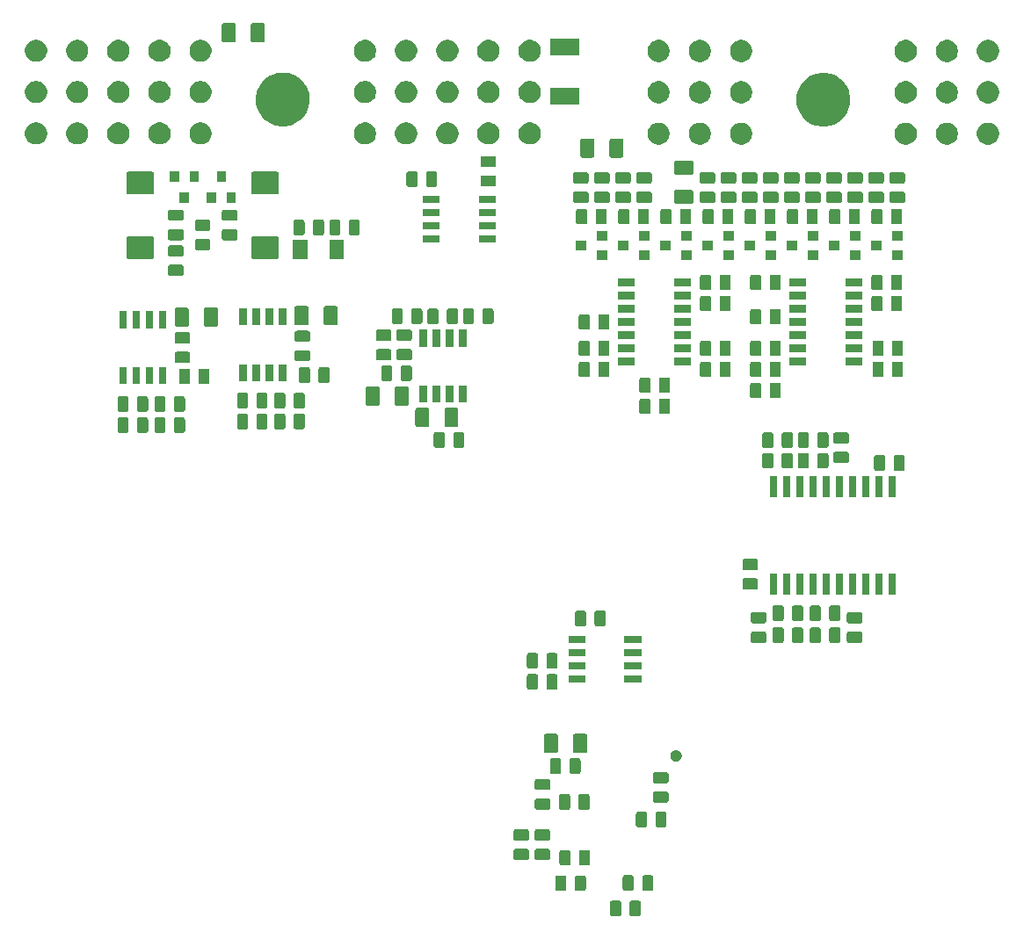
<source format=gbr>
G04 #@! TF.GenerationSoftware,KiCad,Pcbnew,5.1.2-f72e74a~84~ubuntu18.04.1*
G04 #@! TF.CreationDate,2019-08-21T00:14:30+02:00*
G04 #@! TF.ProjectId,Tuareg,54756172-6567-42e6-9b69-6361645f7063,rev?*
G04 #@! TF.SameCoordinates,Original*
G04 #@! TF.FileFunction,Soldermask,Bot*
G04 #@! TF.FilePolarity,Negative*
%FSLAX46Y46*%
G04 Gerber Fmt 4.6, Leading zero omitted, Abs format (unit mm)*
G04 Created by KiCad (PCBNEW 5.1.2-f72e74a~84~ubuntu18.04.1) date 2019-08-21 00:14:30*
%MOMM*%
%LPD*%
G04 APERTURE LIST*
%ADD10C,0.100000*%
G04 APERTURE END LIST*
D10*
G36*
X140730068Y-138572565D02*
G01*
X140768738Y-138584296D01*
X140804377Y-138603346D01*
X140835617Y-138628983D01*
X140861254Y-138660223D01*
X140880304Y-138695862D01*
X140892035Y-138734532D01*
X140896600Y-138780888D01*
X140896600Y-139857112D01*
X140892035Y-139903468D01*
X140880304Y-139942138D01*
X140861254Y-139977777D01*
X140835617Y-140009017D01*
X140804377Y-140034654D01*
X140768738Y-140053704D01*
X140730068Y-140065435D01*
X140683712Y-140070000D01*
X140032488Y-140070000D01*
X139986132Y-140065435D01*
X139947462Y-140053704D01*
X139911823Y-140034654D01*
X139880583Y-140009017D01*
X139854946Y-139977777D01*
X139835896Y-139942138D01*
X139824165Y-139903468D01*
X139819600Y-139857112D01*
X139819600Y-138780888D01*
X139824165Y-138734532D01*
X139835896Y-138695862D01*
X139854946Y-138660223D01*
X139880583Y-138628983D01*
X139911823Y-138603346D01*
X139947462Y-138584296D01*
X139986132Y-138572565D01*
X140032488Y-138568000D01*
X140683712Y-138568000D01*
X140730068Y-138572565D01*
X140730068Y-138572565D01*
G37*
G36*
X138855068Y-138572565D02*
G01*
X138893738Y-138584296D01*
X138929377Y-138603346D01*
X138960617Y-138628983D01*
X138986254Y-138660223D01*
X139005304Y-138695862D01*
X139017035Y-138734532D01*
X139021600Y-138780888D01*
X139021600Y-139857112D01*
X139017035Y-139903468D01*
X139005304Y-139942138D01*
X138986254Y-139977777D01*
X138960617Y-140009017D01*
X138929377Y-140034654D01*
X138893738Y-140053704D01*
X138855068Y-140065435D01*
X138808712Y-140070000D01*
X138157488Y-140070000D01*
X138111132Y-140065435D01*
X138072462Y-140053704D01*
X138036823Y-140034654D01*
X138005583Y-140009017D01*
X137979946Y-139977777D01*
X137960896Y-139942138D01*
X137949165Y-139903468D01*
X137944600Y-139857112D01*
X137944600Y-138780888D01*
X137949165Y-138734532D01*
X137960896Y-138695862D01*
X137979946Y-138660223D01*
X138005583Y-138628983D01*
X138036823Y-138603346D01*
X138072462Y-138584296D01*
X138111132Y-138572565D01*
X138157488Y-138568000D01*
X138808712Y-138568000D01*
X138855068Y-138572565D01*
X138855068Y-138572565D01*
G37*
G36*
X135446868Y-136159565D02*
G01*
X135485538Y-136171296D01*
X135521177Y-136190346D01*
X135552417Y-136215983D01*
X135578054Y-136247223D01*
X135597104Y-136282862D01*
X135608835Y-136321532D01*
X135613400Y-136367888D01*
X135613400Y-137444112D01*
X135608835Y-137490468D01*
X135597104Y-137529138D01*
X135578054Y-137564777D01*
X135552417Y-137596017D01*
X135521177Y-137621654D01*
X135485538Y-137640704D01*
X135446868Y-137652435D01*
X135400512Y-137657000D01*
X134749288Y-137657000D01*
X134702932Y-137652435D01*
X134664262Y-137640704D01*
X134628623Y-137621654D01*
X134597383Y-137596017D01*
X134571746Y-137564777D01*
X134552696Y-137529138D01*
X134540965Y-137490468D01*
X134536400Y-137444112D01*
X134536400Y-136367888D01*
X134540965Y-136321532D01*
X134552696Y-136282862D01*
X134571746Y-136247223D01*
X134597383Y-136215983D01*
X134628623Y-136190346D01*
X134664262Y-136171296D01*
X134702932Y-136159565D01*
X134749288Y-136155000D01*
X135400512Y-136155000D01*
X135446868Y-136159565D01*
X135446868Y-136159565D01*
G37*
G36*
X133571868Y-136159565D02*
G01*
X133610538Y-136171296D01*
X133646177Y-136190346D01*
X133677417Y-136215983D01*
X133703054Y-136247223D01*
X133722104Y-136282862D01*
X133733835Y-136321532D01*
X133738400Y-136367888D01*
X133738400Y-137444112D01*
X133733835Y-137490468D01*
X133722104Y-137529138D01*
X133703054Y-137564777D01*
X133677417Y-137596017D01*
X133646177Y-137621654D01*
X133610538Y-137640704D01*
X133571868Y-137652435D01*
X133525512Y-137657000D01*
X132874288Y-137657000D01*
X132827932Y-137652435D01*
X132789262Y-137640704D01*
X132753623Y-137621654D01*
X132722383Y-137596017D01*
X132696746Y-137564777D01*
X132677696Y-137529138D01*
X132665965Y-137490468D01*
X132661400Y-137444112D01*
X132661400Y-136367888D01*
X132665965Y-136321532D01*
X132677696Y-136282862D01*
X132696746Y-136247223D01*
X132722383Y-136215983D01*
X132753623Y-136190346D01*
X132789262Y-136171296D01*
X132827932Y-136159565D01*
X132874288Y-136155000D01*
X133525512Y-136155000D01*
X133571868Y-136159565D01*
X133571868Y-136159565D01*
G37*
G36*
X141949268Y-136134165D02*
G01*
X141987938Y-136145896D01*
X142023577Y-136164946D01*
X142054817Y-136190583D01*
X142080454Y-136221823D01*
X142099504Y-136257462D01*
X142111235Y-136296132D01*
X142115800Y-136342488D01*
X142115800Y-137418712D01*
X142111235Y-137465068D01*
X142099504Y-137503738D01*
X142080454Y-137539377D01*
X142054817Y-137570617D01*
X142023577Y-137596254D01*
X141987938Y-137615304D01*
X141949268Y-137627035D01*
X141902912Y-137631600D01*
X141251688Y-137631600D01*
X141205332Y-137627035D01*
X141166662Y-137615304D01*
X141131023Y-137596254D01*
X141099783Y-137570617D01*
X141074146Y-137539377D01*
X141055096Y-137503738D01*
X141043365Y-137465068D01*
X141038800Y-137418712D01*
X141038800Y-136342488D01*
X141043365Y-136296132D01*
X141055096Y-136257462D01*
X141074146Y-136221823D01*
X141099783Y-136190583D01*
X141131023Y-136164946D01*
X141166662Y-136145896D01*
X141205332Y-136134165D01*
X141251688Y-136129600D01*
X141902912Y-136129600D01*
X141949268Y-136134165D01*
X141949268Y-136134165D01*
G37*
G36*
X140074268Y-136134165D02*
G01*
X140112938Y-136145896D01*
X140148577Y-136164946D01*
X140179817Y-136190583D01*
X140205454Y-136221823D01*
X140224504Y-136257462D01*
X140236235Y-136296132D01*
X140240800Y-136342488D01*
X140240800Y-137418712D01*
X140236235Y-137465068D01*
X140224504Y-137503738D01*
X140205454Y-137539377D01*
X140179817Y-137570617D01*
X140148577Y-137596254D01*
X140112938Y-137615304D01*
X140074268Y-137627035D01*
X140027912Y-137631600D01*
X139376688Y-137631600D01*
X139330332Y-137627035D01*
X139291662Y-137615304D01*
X139256023Y-137596254D01*
X139224783Y-137570617D01*
X139199146Y-137539377D01*
X139180096Y-137503738D01*
X139168365Y-137465068D01*
X139163800Y-137418712D01*
X139163800Y-136342488D01*
X139168365Y-136296132D01*
X139180096Y-136257462D01*
X139199146Y-136221823D01*
X139224783Y-136190583D01*
X139256023Y-136164946D01*
X139291662Y-136145896D01*
X139330332Y-136134165D01*
X139376688Y-136129600D01*
X140027912Y-136129600D01*
X140074268Y-136134165D01*
X140074268Y-136134165D01*
G37*
G36*
X135853268Y-133695765D02*
G01*
X135891938Y-133707496D01*
X135927577Y-133726546D01*
X135958817Y-133752183D01*
X135984454Y-133783423D01*
X136003504Y-133819062D01*
X136015235Y-133857732D01*
X136019800Y-133904088D01*
X136019800Y-134980312D01*
X136015235Y-135026668D01*
X136003504Y-135065338D01*
X135984454Y-135100977D01*
X135958817Y-135132217D01*
X135927577Y-135157854D01*
X135891938Y-135176904D01*
X135853268Y-135188635D01*
X135806912Y-135193200D01*
X135155688Y-135193200D01*
X135109332Y-135188635D01*
X135070662Y-135176904D01*
X135035023Y-135157854D01*
X135003783Y-135132217D01*
X134978146Y-135100977D01*
X134959096Y-135065338D01*
X134947365Y-135026668D01*
X134942800Y-134980312D01*
X134942800Y-133904088D01*
X134947365Y-133857732D01*
X134959096Y-133819062D01*
X134978146Y-133783423D01*
X135003783Y-133752183D01*
X135035023Y-133726546D01*
X135070662Y-133707496D01*
X135109332Y-133695765D01*
X135155688Y-133691200D01*
X135806912Y-133691200D01*
X135853268Y-133695765D01*
X135853268Y-133695765D01*
G37*
G36*
X133978268Y-133695765D02*
G01*
X134016938Y-133707496D01*
X134052577Y-133726546D01*
X134083817Y-133752183D01*
X134109454Y-133783423D01*
X134128504Y-133819062D01*
X134140235Y-133857732D01*
X134144800Y-133904088D01*
X134144800Y-134980312D01*
X134140235Y-135026668D01*
X134128504Y-135065338D01*
X134109454Y-135100977D01*
X134083817Y-135132217D01*
X134052577Y-135157854D01*
X134016938Y-135176904D01*
X133978268Y-135188635D01*
X133931912Y-135193200D01*
X133280688Y-135193200D01*
X133234332Y-135188635D01*
X133195662Y-135176904D01*
X133160023Y-135157854D01*
X133128783Y-135132217D01*
X133103146Y-135100977D01*
X133084096Y-135065338D01*
X133072365Y-135026668D01*
X133067800Y-134980312D01*
X133067800Y-133904088D01*
X133072365Y-133857732D01*
X133084096Y-133819062D01*
X133103146Y-133783423D01*
X133128783Y-133752183D01*
X133160023Y-133726546D01*
X133195662Y-133707496D01*
X133234332Y-133695765D01*
X133280688Y-133691200D01*
X133931912Y-133691200D01*
X133978268Y-133695765D01*
X133978268Y-133695765D01*
G37*
G36*
X132004068Y-133575765D02*
G01*
X132042738Y-133587496D01*
X132078377Y-133606546D01*
X132109617Y-133632183D01*
X132135254Y-133663423D01*
X132154304Y-133699062D01*
X132166035Y-133737732D01*
X132170600Y-133784088D01*
X132170600Y-134435312D01*
X132166035Y-134481668D01*
X132154304Y-134520338D01*
X132135254Y-134555977D01*
X132109617Y-134587217D01*
X132078377Y-134612854D01*
X132042738Y-134631904D01*
X132004068Y-134643635D01*
X131957712Y-134648200D01*
X130881488Y-134648200D01*
X130835132Y-134643635D01*
X130796462Y-134631904D01*
X130760823Y-134612854D01*
X130729583Y-134587217D01*
X130703946Y-134555977D01*
X130684896Y-134520338D01*
X130673165Y-134481668D01*
X130668600Y-134435312D01*
X130668600Y-133784088D01*
X130673165Y-133737732D01*
X130684896Y-133699062D01*
X130703946Y-133663423D01*
X130729583Y-133632183D01*
X130760823Y-133606546D01*
X130796462Y-133587496D01*
X130835132Y-133575765D01*
X130881488Y-133571200D01*
X131957712Y-133571200D01*
X132004068Y-133575765D01*
X132004068Y-133575765D01*
G37*
G36*
X129972068Y-133575765D02*
G01*
X130010738Y-133587496D01*
X130046377Y-133606546D01*
X130077617Y-133632183D01*
X130103254Y-133663423D01*
X130122304Y-133699062D01*
X130134035Y-133737732D01*
X130138600Y-133784088D01*
X130138600Y-134435312D01*
X130134035Y-134481668D01*
X130122304Y-134520338D01*
X130103254Y-134555977D01*
X130077617Y-134587217D01*
X130046377Y-134612854D01*
X130010738Y-134631904D01*
X129972068Y-134643635D01*
X129925712Y-134648200D01*
X128849488Y-134648200D01*
X128803132Y-134643635D01*
X128764462Y-134631904D01*
X128728823Y-134612854D01*
X128697583Y-134587217D01*
X128671946Y-134555977D01*
X128652896Y-134520338D01*
X128641165Y-134481668D01*
X128636600Y-134435312D01*
X128636600Y-133784088D01*
X128641165Y-133737732D01*
X128652896Y-133699062D01*
X128671946Y-133663423D01*
X128697583Y-133632183D01*
X128728823Y-133606546D01*
X128764462Y-133587496D01*
X128803132Y-133575765D01*
X128849488Y-133571200D01*
X129925712Y-133571200D01*
X129972068Y-133575765D01*
X129972068Y-133575765D01*
G37*
G36*
X132004068Y-131700765D02*
G01*
X132042738Y-131712496D01*
X132078377Y-131731546D01*
X132109617Y-131757183D01*
X132135254Y-131788423D01*
X132154304Y-131824062D01*
X132166035Y-131862732D01*
X132170600Y-131909088D01*
X132170600Y-132560312D01*
X132166035Y-132606668D01*
X132154304Y-132645338D01*
X132135254Y-132680977D01*
X132109617Y-132712217D01*
X132078377Y-132737854D01*
X132042738Y-132756904D01*
X132004068Y-132768635D01*
X131957712Y-132773200D01*
X130881488Y-132773200D01*
X130835132Y-132768635D01*
X130796462Y-132756904D01*
X130760823Y-132737854D01*
X130729583Y-132712217D01*
X130703946Y-132680977D01*
X130684896Y-132645338D01*
X130673165Y-132606668D01*
X130668600Y-132560312D01*
X130668600Y-131909088D01*
X130673165Y-131862732D01*
X130684896Y-131824062D01*
X130703946Y-131788423D01*
X130729583Y-131757183D01*
X130760823Y-131731546D01*
X130796462Y-131712496D01*
X130835132Y-131700765D01*
X130881488Y-131696200D01*
X131957712Y-131696200D01*
X132004068Y-131700765D01*
X132004068Y-131700765D01*
G37*
G36*
X129972068Y-131700765D02*
G01*
X130010738Y-131712496D01*
X130046377Y-131731546D01*
X130077617Y-131757183D01*
X130103254Y-131788423D01*
X130122304Y-131824062D01*
X130134035Y-131862732D01*
X130138600Y-131909088D01*
X130138600Y-132560312D01*
X130134035Y-132606668D01*
X130122304Y-132645338D01*
X130103254Y-132680977D01*
X130077617Y-132712217D01*
X130046377Y-132737854D01*
X130010738Y-132756904D01*
X129972068Y-132768635D01*
X129925712Y-132773200D01*
X128849488Y-132773200D01*
X128803132Y-132768635D01*
X128764462Y-132756904D01*
X128728823Y-132737854D01*
X128697583Y-132712217D01*
X128671946Y-132680977D01*
X128652896Y-132645338D01*
X128641165Y-132606668D01*
X128636600Y-132560312D01*
X128636600Y-131909088D01*
X128641165Y-131862732D01*
X128652896Y-131824062D01*
X128671946Y-131788423D01*
X128697583Y-131757183D01*
X128728823Y-131731546D01*
X128764462Y-131712496D01*
X128803132Y-131700765D01*
X128849488Y-131696200D01*
X129925712Y-131696200D01*
X129972068Y-131700765D01*
X129972068Y-131700765D01*
G37*
G36*
X141344268Y-130012765D02*
G01*
X141382938Y-130024496D01*
X141418577Y-130043546D01*
X141449817Y-130069183D01*
X141475454Y-130100423D01*
X141494504Y-130136062D01*
X141506235Y-130174732D01*
X141510800Y-130221088D01*
X141510800Y-131297312D01*
X141506235Y-131343668D01*
X141494504Y-131382338D01*
X141475454Y-131417977D01*
X141449817Y-131449217D01*
X141418577Y-131474854D01*
X141382938Y-131493904D01*
X141344268Y-131505635D01*
X141297912Y-131510200D01*
X140646688Y-131510200D01*
X140600332Y-131505635D01*
X140561662Y-131493904D01*
X140526023Y-131474854D01*
X140494783Y-131449217D01*
X140469146Y-131417977D01*
X140450096Y-131382338D01*
X140438365Y-131343668D01*
X140433800Y-131297312D01*
X140433800Y-130221088D01*
X140438365Y-130174732D01*
X140450096Y-130136062D01*
X140469146Y-130100423D01*
X140494783Y-130069183D01*
X140526023Y-130043546D01*
X140561662Y-130024496D01*
X140600332Y-130012765D01*
X140646688Y-130008200D01*
X141297912Y-130008200D01*
X141344268Y-130012765D01*
X141344268Y-130012765D01*
G37*
G36*
X143219268Y-130012765D02*
G01*
X143257938Y-130024496D01*
X143293577Y-130043546D01*
X143324817Y-130069183D01*
X143350454Y-130100423D01*
X143369504Y-130136062D01*
X143381235Y-130174732D01*
X143385800Y-130221088D01*
X143385800Y-131297312D01*
X143381235Y-131343668D01*
X143369504Y-131382338D01*
X143350454Y-131417977D01*
X143324817Y-131449217D01*
X143293577Y-131474854D01*
X143257938Y-131493904D01*
X143219268Y-131505635D01*
X143172912Y-131510200D01*
X142521688Y-131510200D01*
X142475332Y-131505635D01*
X142436662Y-131493904D01*
X142401023Y-131474854D01*
X142369783Y-131449217D01*
X142344146Y-131417977D01*
X142325096Y-131382338D01*
X142313365Y-131343668D01*
X142308800Y-131297312D01*
X142308800Y-130221088D01*
X142313365Y-130174732D01*
X142325096Y-130136062D01*
X142344146Y-130100423D01*
X142369783Y-130069183D01*
X142401023Y-130043546D01*
X142436662Y-130024496D01*
X142475332Y-130012765D01*
X142521688Y-130008200D01*
X143172912Y-130008200D01*
X143219268Y-130012765D01*
X143219268Y-130012765D01*
G37*
G36*
X133927468Y-128310965D02*
G01*
X133966138Y-128322696D01*
X134001777Y-128341746D01*
X134033017Y-128367383D01*
X134058654Y-128398623D01*
X134077704Y-128434262D01*
X134089435Y-128472932D01*
X134094000Y-128519288D01*
X134094000Y-129595512D01*
X134089435Y-129641868D01*
X134077704Y-129680538D01*
X134058654Y-129716177D01*
X134033017Y-129747417D01*
X134001777Y-129773054D01*
X133966138Y-129792104D01*
X133927468Y-129803835D01*
X133881112Y-129808400D01*
X133229888Y-129808400D01*
X133183532Y-129803835D01*
X133144862Y-129792104D01*
X133109223Y-129773054D01*
X133077983Y-129747417D01*
X133052346Y-129716177D01*
X133033296Y-129680538D01*
X133021565Y-129641868D01*
X133017000Y-129595512D01*
X133017000Y-128519288D01*
X133021565Y-128472932D01*
X133033296Y-128434262D01*
X133052346Y-128398623D01*
X133077983Y-128367383D01*
X133109223Y-128341746D01*
X133144862Y-128322696D01*
X133183532Y-128310965D01*
X133229888Y-128306400D01*
X133881112Y-128306400D01*
X133927468Y-128310965D01*
X133927468Y-128310965D01*
G37*
G36*
X135802468Y-128310965D02*
G01*
X135841138Y-128322696D01*
X135876777Y-128341746D01*
X135908017Y-128367383D01*
X135933654Y-128398623D01*
X135952704Y-128434262D01*
X135964435Y-128472932D01*
X135969000Y-128519288D01*
X135969000Y-129595512D01*
X135964435Y-129641868D01*
X135952704Y-129680538D01*
X135933654Y-129716177D01*
X135908017Y-129747417D01*
X135876777Y-129773054D01*
X135841138Y-129792104D01*
X135802468Y-129803835D01*
X135756112Y-129808400D01*
X135104888Y-129808400D01*
X135058532Y-129803835D01*
X135019862Y-129792104D01*
X134984223Y-129773054D01*
X134952983Y-129747417D01*
X134927346Y-129716177D01*
X134908296Y-129680538D01*
X134896565Y-129641868D01*
X134892000Y-129595512D01*
X134892000Y-128519288D01*
X134896565Y-128472932D01*
X134908296Y-128434262D01*
X134927346Y-128398623D01*
X134952983Y-128367383D01*
X134984223Y-128341746D01*
X135019862Y-128322696D01*
X135058532Y-128310965D01*
X135104888Y-128306400D01*
X135756112Y-128306400D01*
X135802468Y-128310965D01*
X135802468Y-128310965D01*
G37*
G36*
X132029468Y-128724365D02*
G01*
X132068138Y-128736096D01*
X132103777Y-128755146D01*
X132135017Y-128780783D01*
X132160654Y-128812023D01*
X132179704Y-128847662D01*
X132191435Y-128886332D01*
X132196000Y-128932688D01*
X132196000Y-129583912D01*
X132191435Y-129630268D01*
X132179704Y-129668938D01*
X132160654Y-129704577D01*
X132135017Y-129735817D01*
X132103777Y-129761454D01*
X132068138Y-129780504D01*
X132029468Y-129792235D01*
X131983112Y-129796800D01*
X130906888Y-129796800D01*
X130860532Y-129792235D01*
X130821862Y-129780504D01*
X130786223Y-129761454D01*
X130754983Y-129735817D01*
X130729346Y-129704577D01*
X130710296Y-129668938D01*
X130698565Y-129630268D01*
X130694000Y-129583912D01*
X130694000Y-128932688D01*
X130698565Y-128886332D01*
X130710296Y-128847662D01*
X130729346Y-128812023D01*
X130754983Y-128780783D01*
X130786223Y-128755146D01*
X130821862Y-128736096D01*
X130860532Y-128724365D01*
X130906888Y-128719800D01*
X131983112Y-128719800D01*
X132029468Y-128724365D01*
X132029468Y-128724365D01*
G37*
G36*
X143408668Y-128063965D02*
G01*
X143447338Y-128075696D01*
X143482977Y-128094746D01*
X143514217Y-128120383D01*
X143539854Y-128151623D01*
X143558904Y-128187262D01*
X143570635Y-128225932D01*
X143575200Y-128272288D01*
X143575200Y-128923512D01*
X143570635Y-128969868D01*
X143558904Y-129008538D01*
X143539854Y-129044177D01*
X143514217Y-129075417D01*
X143482977Y-129101054D01*
X143447338Y-129120104D01*
X143408668Y-129131835D01*
X143362312Y-129136400D01*
X142286088Y-129136400D01*
X142239732Y-129131835D01*
X142201062Y-129120104D01*
X142165423Y-129101054D01*
X142134183Y-129075417D01*
X142108546Y-129044177D01*
X142089496Y-129008538D01*
X142077765Y-128969868D01*
X142073200Y-128923512D01*
X142073200Y-128272288D01*
X142077765Y-128225932D01*
X142089496Y-128187262D01*
X142108546Y-128151623D01*
X142134183Y-128120383D01*
X142165423Y-128094746D01*
X142201062Y-128075696D01*
X142239732Y-128063965D01*
X142286088Y-128059400D01*
X143362312Y-128059400D01*
X143408668Y-128063965D01*
X143408668Y-128063965D01*
G37*
G36*
X132029468Y-126849365D02*
G01*
X132068138Y-126861096D01*
X132103777Y-126880146D01*
X132135017Y-126905783D01*
X132160654Y-126937023D01*
X132179704Y-126972662D01*
X132191435Y-127011332D01*
X132196000Y-127057688D01*
X132196000Y-127708912D01*
X132191435Y-127755268D01*
X132179704Y-127793938D01*
X132160654Y-127829577D01*
X132135017Y-127860817D01*
X132103777Y-127886454D01*
X132068138Y-127905504D01*
X132029468Y-127917235D01*
X131983112Y-127921800D01*
X130906888Y-127921800D01*
X130860532Y-127917235D01*
X130821862Y-127905504D01*
X130786223Y-127886454D01*
X130754983Y-127860817D01*
X130729346Y-127829577D01*
X130710296Y-127793938D01*
X130698565Y-127755268D01*
X130694000Y-127708912D01*
X130694000Y-127057688D01*
X130698565Y-127011332D01*
X130710296Y-126972662D01*
X130729346Y-126937023D01*
X130754983Y-126905783D01*
X130786223Y-126880146D01*
X130821862Y-126861096D01*
X130860532Y-126849365D01*
X130906888Y-126844800D01*
X131983112Y-126844800D01*
X132029468Y-126849365D01*
X132029468Y-126849365D01*
G37*
G36*
X143408668Y-126188965D02*
G01*
X143447338Y-126200696D01*
X143482977Y-126219746D01*
X143514217Y-126245383D01*
X143539854Y-126276623D01*
X143558904Y-126312262D01*
X143570635Y-126350932D01*
X143575200Y-126397288D01*
X143575200Y-127048512D01*
X143570635Y-127094868D01*
X143558904Y-127133538D01*
X143539854Y-127169177D01*
X143514217Y-127200417D01*
X143482977Y-127226054D01*
X143447338Y-127245104D01*
X143408668Y-127256835D01*
X143362312Y-127261400D01*
X142286088Y-127261400D01*
X142239732Y-127256835D01*
X142201062Y-127245104D01*
X142165423Y-127226054D01*
X142134183Y-127200417D01*
X142108546Y-127169177D01*
X142089496Y-127133538D01*
X142077765Y-127094868D01*
X142073200Y-127048512D01*
X142073200Y-126397288D01*
X142077765Y-126350932D01*
X142089496Y-126312262D01*
X142108546Y-126276623D01*
X142134183Y-126245383D01*
X142165423Y-126219746D01*
X142201062Y-126200696D01*
X142239732Y-126188965D01*
X142286088Y-126184400D01*
X143362312Y-126184400D01*
X143408668Y-126188965D01*
X143408668Y-126188965D01*
G37*
G36*
X133063868Y-124856565D02*
G01*
X133102538Y-124868296D01*
X133138177Y-124887346D01*
X133169417Y-124912983D01*
X133195054Y-124944223D01*
X133214104Y-124979862D01*
X133225835Y-125018532D01*
X133230400Y-125064888D01*
X133230400Y-126141112D01*
X133225835Y-126187468D01*
X133214104Y-126226138D01*
X133195054Y-126261777D01*
X133169417Y-126293017D01*
X133138177Y-126318654D01*
X133102538Y-126337704D01*
X133063868Y-126349435D01*
X133017512Y-126354000D01*
X132366288Y-126354000D01*
X132319932Y-126349435D01*
X132281262Y-126337704D01*
X132245623Y-126318654D01*
X132214383Y-126293017D01*
X132188746Y-126261777D01*
X132169696Y-126226138D01*
X132157965Y-126187468D01*
X132153400Y-126141112D01*
X132153400Y-125064888D01*
X132157965Y-125018532D01*
X132169696Y-124979862D01*
X132188746Y-124944223D01*
X132214383Y-124912983D01*
X132245623Y-124887346D01*
X132281262Y-124868296D01*
X132319932Y-124856565D01*
X132366288Y-124852000D01*
X133017512Y-124852000D01*
X133063868Y-124856565D01*
X133063868Y-124856565D01*
G37*
G36*
X134938868Y-124856565D02*
G01*
X134977538Y-124868296D01*
X135013177Y-124887346D01*
X135044417Y-124912983D01*
X135070054Y-124944223D01*
X135089104Y-124979862D01*
X135100835Y-125018532D01*
X135105400Y-125064888D01*
X135105400Y-126141112D01*
X135100835Y-126187468D01*
X135089104Y-126226138D01*
X135070054Y-126261777D01*
X135044417Y-126293017D01*
X135013177Y-126318654D01*
X134977538Y-126337704D01*
X134938868Y-126349435D01*
X134892512Y-126354000D01*
X134241288Y-126354000D01*
X134194932Y-126349435D01*
X134156262Y-126337704D01*
X134120623Y-126318654D01*
X134089383Y-126293017D01*
X134063746Y-126261777D01*
X134044696Y-126226138D01*
X134032965Y-126187468D01*
X134028400Y-126141112D01*
X134028400Y-125064888D01*
X134032965Y-125018532D01*
X134044696Y-124979862D01*
X134063746Y-124944223D01*
X134089383Y-124912983D01*
X134120623Y-124887346D01*
X134156262Y-124868296D01*
X134194932Y-124856565D01*
X134241288Y-124852000D01*
X134892512Y-124852000D01*
X134938868Y-124856565D01*
X134938868Y-124856565D01*
G37*
G36*
X144458121Y-124082574D02*
G01*
X144558395Y-124124109D01*
X144586760Y-124143062D01*
X144648642Y-124184410D01*
X144725390Y-124261158D01*
X144750694Y-124299029D01*
X144785691Y-124351405D01*
X144827226Y-124451679D01*
X144848400Y-124558130D01*
X144848400Y-124666670D01*
X144827226Y-124773121D01*
X144785691Y-124873395D01*
X144785690Y-124873396D01*
X144725390Y-124963642D01*
X144648642Y-125040390D01*
X144611978Y-125064888D01*
X144558395Y-125100691D01*
X144458121Y-125142226D01*
X144351670Y-125163400D01*
X144243130Y-125163400D01*
X144136679Y-125142226D01*
X144036405Y-125100691D01*
X143982822Y-125064888D01*
X143946158Y-125040390D01*
X143869410Y-124963642D01*
X143809110Y-124873396D01*
X143809109Y-124873395D01*
X143767574Y-124773121D01*
X143746400Y-124666670D01*
X143746400Y-124558130D01*
X143767574Y-124451679D01*
X143809109Y-124351405D01*
X143844106Y-124299029D01*
X143869410Y-124261158D01*
X143946158Y-124184410D01*
X144008040Y-124143062D01*
X144036405Y-124124109D01*
X144136679Y-124082574D01*
X144243130Y-124061400D01*
X144351670Y-124061400D01*
X144458121Y-124082574D01*
X144458121Y-124082574D01*
G37*
G36*
X132770404Y-122496947D02*
G01*
X132806944Y-122508032D01*
X132840621Y-122526033D01*
X132870141Y-122550259D01*
X132894367Y-122579779D01*
X132912368Y-122613456D01*
X132923453Y-122649996D01*
X132927800Y-122694138D01*
X132927800Y-124143062D01*
X132923453Y-124187204D01*
X132912368Y-124223744D01*
X132894367Y-124257421D01*
X132870141Y-124286941D01*
X132840621Y-124311167D01*
X132806944Y-124329168D01*
X132770404Y-124340253D01*
X132726262Y-124344600D01*
X131777338Y-124344600D01*
X131733196Y-124340253D01*
X131696656Y-124329168D01*
X131662979Y-124311167D01*
X131633459Y-124286941D01*
X131609233Y-124257421D01*
X131591232Y-124223744D01*
X131580147Y-124187204D01*
X131575800Y-124143062D01*
X131575800Y-122694138D01*
X131580147Y-122649996D01*
X131591232Y-122613456D01*
X131609233Y-122579779D01*
X131633459Y-122550259D01*
X131662979Y-122526033D01*
X131696656Y-122508032D01*
X131733196Y-122496947D01*
X131777338Y-122492600D01*
X132726262Y-122492600D01*
X132770404Y-122496947D01*
X132770404Y-122496947D01*
G37*
G36*
X135570404Y-122496947D02*
G01*
X135606944Y-122508032D01*
X135640621Y-122526033D01*
X135670141Y-122550259D01*
X135694367Y-122579779D01*
X135712368Y-122613456D01*
X135723453Y-122649996D01*
X135727800Y-122694138D01*
X135727800Y-124143062D01*
X135723453Y-124187204D01*
X135712368Y-124223744D01*
X135694367Y-124257421D01*
X135670141Y-124286941D01*
X135640621Y-124311167D01*
X135606944Y-124329168D01*
X135570404Y-124340253D01*
X135526262Y-124344600D01*
X134577338Y-124344600D01*
X134533196Y-124340253D01*
X134496656Y-124329168D01*
X134462979Y-124311167D01*
X134433459Y-124286941D01*
X134409233Y-124257421D01*
X134391232Y-124223744D01*
X134380147Y-124187204D01*
X134375800Y-124143062D01*
X134375800Y-122694138D01*
X134380147Y-122649996D01*
X134391232Y-122613456D01*
X134409233Y-122579779D01*
X134433459Y-122550259D01*
X134462979Y-122526033D01*
X134496656Y-122508032D01*
X134533196Y-122496947D01*
X134577338Y-122492600D01*
X135526262Y-122492600D01*
X135570404Y-122496947D01*
X135570404Y-122496947D01*
G37*
G36*
X132717695Y-116742860D02*
G01*
X132756365Y-116754591D01*
X132792004Y-116773641D01*
X132823244Y-116799278D01*
X132848881Y-116830518D01*
X132867931Y-116866157D01*
X132879662Y-116904827D01*
X132884227Y-116951183D01*
X132884227Y-118027407D01*
X132879662Y-118073763D01*
X132867931Y-118112433D01*
X132848881Y-118148072D01*
X132823244Y-118179312D01*
X132792004Y-118204949D01*
X132756365Y-118223999D01*
X132717695Y-118235730D01*
X132671339Y-118240295D01*
X132020115Y-118240295D01*
X131973759Y-118235730D01*
X131935089Y-118223999D01*
X131899450Y-118204949D01*
X131868210Y-118179312D01*
X131842573Y-118148072D01*
X131823523Y-118112433D01*
X131811792Y-118073763D01*
X131807227Y-118027407D01*
X131807227Y-116951183D01*
X131811792Y-116904827D01*
X131823523Y-116866157D01*
X131842573Y-116830518D01*
X131868210Y-116799278D01*
X131899450Y-116773641D01*
X131935089Y-116754591D01*
X131973759Y-116742860D01*
X132020115Y-116738295D01*
X132671339Y-116738295D01*
X132717695Y-116742860D01*
X132717695Y-116742860D01*
G37*
G36*
X130842695Y-116742860D02*
G01*
X130881365Y-116754591D01*
X130917004Y-116773641D01*
X130948244Y-116799278D01*
X130973881Y-116830518D01*
X130992931Y-116866157D01*
X131004662Y-116904827D01*
X131009227Y-116951183D01*
X131009227Y-118027407D01*
X131004662Y-118073763D01*
X130992931Y-118112433D01*
X130973881Y-118148072D01*
X130948244Y-118179312D01*
X130917004Y-118204949D01*
X130881365Y-118223999D01*
X130842695Y-118235730D01*
X130796339Y-118240295D01*
X130145115Y-118240295D01*
X130098759Y-118235730D01*
X130060089Y-118223999D01*
X130024450Y-118204949D01*
X129993210Y-118179312D01*
X129967573Y-118148072D01*
X129948523Y-118112433D01*
X129936792Y-118073763D01*
X129932227Y-118027407D01*
X129932227Y-116951183D01*
X129936792Y-116904827D01*
X129948523Y-116866157D01*
X129967573Y-116830518D01*
X129993210Y-116799278D01*
X130024450Y-116773641D01*
X130060089Y-116754591D01*
X130098759Y-116742860D01*
X130145115Y-116738295D01*
X130796339Y-116738295D01*
X130842695Y-116742860D01*
X130842695Y-116742860D01*
G37*
G36*
X140976505Y-117535227D02*
G01*
X139324505Y-117535227D01*
X139324505Y-116833227D01*
X140976505Y-116833227D01*
X140976505Y-117535227D01*
X140976505Y-117535227D01*
G37*
G36*
X135576505Y-117535227D02*
G01*
X133924505Y-117535227D01*
X133924505Y-116833227D01*
X135576505Y-116833227D01*
X135576505Y-117535227D01*
X135576505Y-117535227D01*
G37*
G36*
X135576505Y-116265227D02*
G01*
X133924505Y-116265227D01*
X133924505Y-115563227D01*
X135576505Y-115563227D01*
X135576505Y-116265227D01*
X135576505Y-116265227D01*
G37*
G36*
X140976505Y-116265227D02*
G01*
X139324505Y-116265227D01*
X139324505Y-115563227D01*
X140976505Y-115563227D01*
X140976505Y-116265227D01*
X140976505Y-116265227D01*
G37*
G36*
X130842695Y-114710860D02*
G01*
X130881365Y-114722591D01*
X130917004Y-114741641D01*
X130948244Y-114767278D01*
X130973881Y-114798518D01*
X130992931Y-114834157D01*
X131004662Y-114872827D01*
X131009227Y-114919183D01*
X131009227Y-115995407D01*
X131004662Y-116041763D01*
X130992931Y-116080433D01*
X130973881Y-116116072D01*
X130948244Y-116147312D01*
X130917004Y-116172949D01*
X130881365Y-116191999D01*
X130842695Y-116203730D01*
X130796339Y-116208295D01*
X130145115Y-116208295D01*
X130098759Y-116203730D01*
X130060089Y-116191999D01*
X130024450Y-116172949D01*
X129993210Y-116147312D01*
X129967573Y-116116072D01*
X129948523Y-116080433D01*
X129936792Y-116041763D01*
X129932227Y-115995407D01*
X129932227Y-114919183D01*
X129936792Y-114872827D01*
X129948523Y-114834157D01*
X129967573Y-114798518D01*
X129993210Y-114767278D01*
X130024450Y-114741641D01*
X130060089Y-114722591D01*
X130098759Y-114710860D01*
X130145115Y-114706295D01*
X130796339Y-114706295D01*
X130842695Y-114710860D01*
X130842695Y-114710860D01*
G37*
G36*
X132717695Y-114710860D02*
G01*
X132756365Y-114722591D01*
X132792004Y-114741641D01*
X132823244Y-114767278D01*
X132848881Y-114798518D01*
X132867931Y-114834157D01*
X132879662Y-114872827D01*
X132884227Y-114919183D01*
X132884227Y-115995407D01*
X132879662Y-116041763D01*
X132867931Y-116080433D01*
X132848881Y-116116072D01*
X132823244Y-116147312D01*
X132792004Y-116172949D01*
X132756365Y-116191999D01*
X132717695Y-116203730D01*
X132671339Y-116208295D01*
X132020115Y-116208295D01*
X131973759Y-116203730D01*
X131935089Y-116191999D01*
X131899450Y-116172949D01*
X131868210Y-116147312D01*
X131842573Y-116116072D01*
X131823523Y-116080433D01*
X131811792Y-116041763D01*
X131807227Y-115995407D01*
X131807227Y-114919183D01*
X131811792Y-114872827D01*
X131823523Y-114834157D01*
X131842573Y-114798518D01*
X131868210Y-114767278D01*
X131899450Y-114741641D01*
X131935089Y-114722591D01*
X131973759Y-114710860D01*
X132020115Y-114706295D01*
X132671339Y-114706295D01*
X132717695Y-114710860D01*
X132717695Y-114710860D01*
G37*
G36*
X140976505Y-114995227D02*
G01*
X139324505Y-114995227D01*
X139324505Y-114293227D01*
X140976505Y-114293227D01*
X140976505Y-114995227D01*
X140976505Y-114995227D01*
G37*
G36*
X135576505Y-114995227D02*
G01*
X133924505Y-114995227D01*
X133924505Y-114293227D01*
X135576505Y-114293227D01*
X135576505Y-114995227D01*
X135576505Y-114995227D01*
G37*
G36*
X156376468Y-112232765D02*
G01*
X156415138Y-112244496D01*
X156450777Y-112263546D01*
X156482017Y-112289183D01*
X156507654Y-112320423D01*
X156526704Y-112356062D01*
X156538435Y-112394732D01*
X156543000Y-112441088D01*
X156543000Y-113517312D01*
X156538435Y-113563668D01*
X156526704Y-113602338D01*
X156507654Y-113637977D01*
X156482017Y-113669217D01*
X156450777Y-113694854D01*
X156415138Y-113713904D01*
X156376468Y-113725635D01*
X156330112Y-113730200D01*
X155678888Y-113730200D01*
X155632532Y-113725635D01*
X155593862Y-113713904D01*
X155558223Y-113694854D01*
X155526983Y-113669217D01*
X155501346Y-113637977D01*
X155482296Y-113602338D01*
X155470565Y-113563668D01*
X155466000Y-113517312D01*
X155466000Y-112441088D01*
X155470565Y-112394732D01*
X155482296Y-112356062D01*
X155501346Y-112320423D01*
X155526983Y-112289183D01*
X155558223Y-112263546D01*
X155593862Y-112244496D01*
X155632532Y-112232765D01*
X155678888Y-112228200D01*
X156330112Y-112228200D01*
X156376468Y-112232765D01*
X156376468Y-112232765D01*
G37*
G36*
X154501468Y-112232765D02*
G01*
X154540138Y-112244496D01*
X154575777Y-112263546D01*
X154607017Y-112289183D01*
X154632654Y-112320423D01*
X154651704Y-112356062D01*
X154663435Y-112394732D01*
X154668000Y-112441088D01*
X154668000Y-113517312D01*
X154663435Y-113563668D01*
X154651704Y-113602338D01*
X154632654Y-113637977D01*
X154607017Y-113669217D01*
X154575777Y-113694854D01*
X154540138Y-113713904D01*
X154501468Y-113725635D01*
X154455112Y-113730200D01*
X153803888Y-113730200D01*
X153757532Y-113725635D01*
X153718862Y-113713904D01*
X153683223Y-113694854D01*
X153651983Y-113669217D01*
X153626346Y-113637977D01*
X153607296Y-113602338D01*
X153595565Y-113563668D01*
X153591000Y-113517312D01*
X153591000Y-112441088D01*
X153595565Y-112394732D01*
X153607296Y-112356062D01*
X153626346Y-112320423D01*
X153651983Y-112289183D01*
X153683223Y-112263546D01*
X153718862Y-112244496D01*
X153757532Y-112232765D01*
X153803888Y-112228200D01*
X154455112Y-112228200D01*
X154501468Y-112232765D01*
X154501468Y-112232765D01*
G37*
G36*
X158082868Y-112232765D02*
G01*
X158121538Y-112244496D01*
X158157177Y-112263546D01*
X158188417Y-112289183D01*
X158214054Y-112320423D01*
X158233104Y-112356062D01*
X158244835Y-112394732D01*
X158249400Y-112441088D01*
X158249400Y-113517312D01*
X158244835Y-113563668D01*
X158233104Y-113602338D01*
X158214054Y-113637977D01*
X158188417Y-113669217D01*
X158157177Y-113694854D01*
X158121538Y-113713904D01*
X158082868Y-113725635D01*
X158036512Y-113730200D01*
X157385288Y-113730200D01*
X157338932Y-113725635D01*
X157300262Y-113713904D01*
X157264623Y-113694854D01*
X157233383Y-113669217D01*
X157207746Y-113637977D01*
X157188696Y-113602338D01*
X157176965Y-113563668D01*
X157172400Y-113517312D01*
X157172400Y-112441088D01*
X157176965Y-112394732D01*
X157188696Y-112356062D01*
X157207746Y-112320423D01*
X157233383Y-112289183D01*
X157264623Y-112263546D01*
X157300262Y-112244496D01*
X157338932Y-112232765D01*
X157385288Y-112228200D01*
X158036512Y-112228200D01*
X158082868Y-112232765D01*
X158082868Y-112232765D01*
G37*
G36*
X159957868Y-112232765D02*
G01*
X159996538Y-112244496D01*
X160032177Y-112263546D01*
X160063417Y-112289183D01*
X160089054Y-112320423D01*
X160108104Y-112356062D01*
X160119835Y-112394732D01*
X160124400Y-112441088D01*
X160124400Y-113517312D01*
X160119835Y-113563668D01*
X160108104Y-113602338D01*
X160089054Y-113637977D01*
X160063417Y-113669217D01*
X160032177Y-113694854D01*
X159996538Y-113713904D01*
X159957868Y-113725635D01*
X159911512Y-113730200D01*
X159260288Y-113730200D01*
X159213932Y-113725635D01*
X159175262Y-113713904D01*
X159139623Y-113694854D01*
X159108383Y-113669217D01*
X159082746Y-113637977D01*
X159063696Y-113602338D01*
X159051965Y-113563668D01*
X159047400Y-113517312D01*
X159047400Y-112441088D01*
X159051965Y-112394732D01*
X159063696Y-112356062D01*
X159082746Y-112320423D01*
X159108383Y-112289183D01*
X159139623Y-112263546D01*
X159175262Y-112244496D01*
X159213932Y-112232765D01*
X159260288Y-112228200D01*
X159911512Y-112228200D01*
X159957868Y-112232765D01*
X159957868Y-112232765D01*
G37*
G36*
X140976505Y-113725227D02*
G01*
X139324505Y-113725227D01*
X139324505Y-113023227D01*
X140976505Y-113023227D01*
X140976505Y-113725227D01*
X140976505Y-113725227D01*
G37*
G36*
X135576505Y-113725227D02*
G01*
X133924505Y-113725227D01*
X133924505Y-113023227D01*
X135576505Y-113023227D01*
X135576505Y-113725227D01*
X135576505Y-113725227D01*
G37*
G36*
X162077668Y-112646165D02*
G01*
X162116338Y-112657896D01*
X162151977Y-112676946D01*
X162183217Y-112702583D01*
X162208854Y-112733823D01*
X162227904Y-112769462D01*
X162239635Y-112808132D01*
X162244200Y-112854488D01*
X162244200Y-113505712D01*
X162239635Y-113552068D01*
X162227904Y-113590738D01*
X162208854Y-113626377D01*
X162183217Y-113657617D01*
X162151977Y-113683254D01*
X162116338Y-113702304D01*
X162077668Y-113714035D01*
X162031312Y-113718600D01*
X160955088Y-113718600D01*
X160908732Y-113714035D01*
X160870062Y-113702304D01*
X160834423Y-113683254D01*
X160803183Y-113657617D01*
X160777546Y-113626377D01*
X160758496Y-113590738D01*
X160746765Y-113552068D01*
X160742200Y-113505712D01*
X160742200Y-112854488D01*
X160746765Y-112808132D01*
X160758496Y-112769462D01*
X160777546Y-112733823D01*
X160803183Y-112702583D01*
X160834423Y-112676946D01*
X160870062Y-112657896D01*
X160908732Y-112646165D01*
X160955088Y-112641600D01*
X162031312Y-112641600D01*
X162077668Y-112646165D01*
X162077668Y-112646165D01*
G37*
G36*
X152832068Y-112646165D02*
G01*
X152870738Y-112657896D01*
X152906377Y-112676946D01*
X152937617Y-112702583D01*
X152963254Y-112733823D01*
X152982304Y-112769462D01*
X152994035Y-112808132D01*
X152998600Y-112854488D01*
X152998600Y-113505712D01*
X152994035Y-113552068D01*
X152982304Y-113590738D01*
X152963254Y-113626377D01*
X152937617Y-113657617D01*
X152906377Y-113683254D01*
X152870738Y-113702304D01*
X152832068Y-113714035D01*
X152785712Y-113718600D01*
X151709488Y-113718600D01*
X151663132Y-113714035D01*
X151624462Y-113702304D01*
X151588823Y-113683254D01*
X151557583Y-113657617D01*
X151531946Y-113626377D01*
X151512896Y-113590738D01*
X151501165Y-113552068D01*
X151496600Y-113505712D01*
X151496600Y-112854488D01*
X151501165Y-112808132D01*
X151512896Y-112769462D01*
X151531946Y-112733823D01*
X151557583Y-112702583D01*
X151588823Y-112676946D01*
X151624462Y-112657896D01*
X151663132Y-112646165D01*
X151709488Y-112641600D01*
X152785712Y-112641600D01*
X152832068Y-112646165D01*
X152832068Y-112646165D01*
G37*
G36*
X135476868Y-110632565D02*
G01*
X135515538Y-110644296D01*
X135551177Y-110663346D01*
X135582417Y-110688983D01*
X135608054Y-110720223D01*
X135627104Y-110755862D01*
X135638835Y-110794532D01*
X135643400Y-110840888D01*
X135643400Y-111917112D01*
X135638835Y-111963468D01*
X135627104Y-112002138D01*
X135608054Y-112037777D01*
X135582417Y-112069017D01*
X135551177Y-112094654D01*
X135515538Y-112113704D01*
X135476868Y-112125435D01*
X135430512Y-112130000D01*
X134779288Y-112130000D01*
X134732932Y-112125435D01*
X134694262Y-112113704D01*
X134658623Y-112094654D01*
X134627383Y-112069017D01*
X134601746Y-112037777D01*
X134582696Y-112002138D01*
X134570965Y-111963468D01*
X134566400Y-111917112D01*
X134566400Y-110840888D01*
X134570965Y-110794532D01*
X134582696Y-110755862D01*
X134601746Y-110720223D01*
X134627383Y-110688983D01*
X134658623Y-110663346D01*
X134694262Y-110644296D01*
X134732932Y-110632565D01*
X134779288Y-110628000D01*
X135430512Y-110628000D01*
X135476868Y-110632565D01*
X135476868Y-110632565D01*
G37*
G36*
X137351868Y-110632565D02*
G01*
X137390538Y-110644296D01*
X137426177Y-110663346D01*
X137457417Y-110688983D01*
X137483054Y-110720223D01*
X137502104Y-110755862D01*
X137513835Y-110794532D01*
X137518400Y-110840888D01*
X137518400Y-111917112D01*
X137513835Y-111963468D01*
X137502104Y-112002138D01*
X137483054Y-112037777D01*
X137457417Y-112069017D01*
X137426177Y-112094654D01*
X137390538Y-112113704D01*
X137351868Y-112125435D01*
X137305512Y-112130000D01*
X136654288Y-112130000D01*
X136607932Y-112125435D01*
X136569262Y-112113704D01*
X136533623Y-112094654D01*
X136502383Y-112069017D01*
X136476746Y-112037777D01*
X136457696Y-112002138D01*
X136445965Y-111963468D01*
X136441400Y-111917112D01*
X136441400Y-110840888D01*
X136445965Y-110794532D01*
X136457696Y-110755862D01*
X136476746Y-110720223D01*
X136502383Y-110688983D01*
X136533623Y-110663346D01*
X136569262Y-110644296D01*
X136607932Y-110632565D01*
X136654288Y-110628000D01*
X137305512Y-110628000D01*
X137351868Y-110632565D01*
X137351868Y-110632565D01*
G37*
G36*
X162077668Y-110771165D02*
G01*
X162116338Y-110782896D01*
X162151977Y-110801946D01*
X162183217Y-110827583D01*
X162208854Y-110858823D01*
X162227904Y-110894462D01*
X162239635Y-110933132D01*
X162244200Y-110979488D01*
X162244200Y-111630712D01*
X162239635Y-111677068D01*
X162227904Y-111715738D01*
X162208854Y-111751377D01*
X162183217Y-111782617D01*
X162151977Y-111808254D01*
X162116338Y-111827304D01*
X162077668Y-111839035D01*
X162031312Y-111843600D01*
X160955088Y-111843600D01*
X160908732Y-111839035D01*
X160870062Y-111827304D01*
X160834423Y-111808254D01*
X160803183Y-111782617D01*
X160777546Y-111751377D01*
X160758496Y-111715738D01*
X160746765Y-111677068D01*
X160742200Y-111630712D01*
X160742200Y-110979488D01*
X160746765Y-110933132D01*
X160758496Y-110894462D01*
X160777546Y-110858823D01*
X160803183Y-110827583D01*
X160834423Y-110801946D01*
X160870062Y-110782896D01*
X160908732Y-110771165D01*
X160955088Y-110766600D01*
X162031312Y-110766600D01*
X162077668Y-110771165D01*
X162077668Y-110771165D01*
G37*
G36*
X152832068Y-110771165D02*
G01*
X152870738Y-110782896D01*
X152906377Y-110801946D01*
X152937617Y-110827583D01*
X152963254Y-110858823D01*
X152982304Y-110894462D01*
X152994035Y-110933132D01*
X152998600Y-110979488D01*
X152998600Y-111630712D01*
X152994035Y-111677068D01*
X152982304Y-111715738D01*
X152963254Y-111751377D01*
X152937617Y-111782617D01*
X152906377Y-111808254D01*
X152870738Y-111827304D01*
X152832068Y-111839035D01*
X152785712Y-111843600D01*
X151709488Y-111843600D01*
X151663132Y-111839035D01*
X151624462Y-111827304D01*
X151588823Y-111808254D01*
X151557583Y-111782617D01*
X151531946Y-111751377D01*
X151512896Y-111715738D01*
X151501165Y-111677068D01*
X151496600Y-111630712D01*
X151496600Y-110979488D01*
X151501165Y-110933132D01*
X151512896Y-110894462D01*
X151531946Y-110858823D01*
X151557583Y-110827583D01*
X151588823Y-110801946D01*
X151624462Y-110782896D01*
X151663132Y-110771165D01*
X151709488Y-110766600D01*
X152785712Y-110766600D01*
X152832068Y-110771165D01*
X152832068Y-110771165D01*
G37*
G36*
X159957868Y-110124565D02*
G01*
X159996538Y-110136296D01*
X160032177Y-110155346D01*
X160063417Y-110180983D01*
X160089054Y-110212223D01*
X160108104Y-110247862D01*
X160119835Y-110286532D01*
X160124400Y-110332888D01*
X160124400Y-111409112D01*
X160119835Y-111455468D01*
X160108104Y-111494138D01*
X160089054Y-111529777D01*
X160063417Y-111561017D01*
X160032177Y-111586654D01*
X159996538Y-111605704D01*
X159957868Y-111617435D01*
X159911512Y-111622000D01*
X159260288Y-111622000D01*
X159213932Y-111617435D01*
X159175262Y-111605704D01*
X159139623Y-111586654D01*
X159108383Y-111561017D01*
X159082746Y-111529777D01*
X159063696Y-111494138D01*
X159051965Y-111455468D01*
X159047400Y-111409112D01*
X159047400Y-110332888D01*
X159051965Y-110286532D01*
X159063696Y-110247862D01*
X159082746Y-110212223D01*
X159108383Y-110180983D01*
X159139623Y-110155346D01*
X159175262Y-110136296D01*
X159213932Y-110124565D01*
X159260288Y-110120000D01*
X159911512Y-110120000D01*
X159957868Y-110124565D01*
X159957868Y-110124565D01*
G37*
G36*
X156376468Y-110124565D02*
G01*
X156415138Y-110136296D01*
X156450777Y-110155346D01*
X156482017Y-110180983D01*
X156507654Y-110212223D01*
X156526704Y-110247862D01*
X156538435Y-110286532D01*
X156543000Y-110332888D01*
X156543000Y-111409112D01*
X156538435Y-111455468D01*
X156526704Y-111494138D01*
X156507654Y-111529777D01*
X156482017Y-111561017D01*
X156450777Y-111586654D01*
X156415138Y-111605704D01*
X156376468Y-111617435D01*
X156330112Y-111622000D01*
X155678888Y-111622000D01*
X155632532Y-111617435D01*
X155593862Y-111605704D01*
X155558223Y-111586654D01*
X155526983Y-111561017D01*
X155501346Y-111529777D01*
X155482296Y-111494138D01*
X155470565Y-111455468D01*
X155466000Y-111409112D01*
X155466000Y-110332888D01*
X155470565Y-110286532D01*
X155482296Y-110247862D01*
X155501346Y-110212223D01*
X155526983Y-110180983D01*
X155558223Y-110155346D01*
X155593862Y-110136296D01*
X155632532Y-110124565D01*
X155678888Y-110120000D01*
X156330112Y-110120000D01*
X156376468Y-110124565D01*
X156376468Y-110124565D01*
G37*
G36*
X158082868Y-110124565D02*
G01*
X158121538Y-110136296D01*
X158157177Y-110155346D01*
X158188417Y-110180983D01*
X158214054Y-110212223D01*
X158233104Y-110247862D01*
X158244835Y-110286532D01*
X158249400Y-110332888D01*
X158249400Y-111409112D01*
X158244835Y-111455468D01*
X158233104Y-111494138D01*
X158214054Y-111529777D01*
X158188417Y-111561017D01*
X158157177Y-111586654D01*
X158121538Y-111605704D01*
X158082868Y-111617435D01*
X158036512Y-111622000D01*
X157385288Y-111622000D01*
X157338932Y-111617435D01*
X157300262Y-111605704D01*
X157264623Y-111586654D01*
X157233383Y-111561017D01*
X157207746Y-111529777D01*
X157188696Y-111494138D01*
X157176965Y-111455468D01*
X157172400Y-111409112D01*
X157172400Y-110332888D01*
X157176965Y-110286532D01*
X157188696Y-110247862D01*
X157207746Y-110212223D01*
X157233383Y-110180983D01*
X157264623Y-110155346D01*
X157300262Y-110136296D01*
X157338932Y-110124565D01*
X157385288Y-110120000D01*
X158036512Y-110120000D01*
X158082868Y-110124565D01*
X158082868Y-110124565D01*
G37*
G36*
X154501468Y-110124565D02*
G01*
X154540138Y-110136296D01*
X154575777Y-110155346D01*
X154607017Y-110180983D01*
X154632654Y-110212223D01*
X154651704Y-110247862D01*
X154663435Y-110286532D01*
X154668000Y-110332888D01*
X154668000Y-111409112D01*
X154663435Y-111455468D01*
X154651704Y-111494138D01*
X154632654Y-111529777D01*
X154607017Y-111561017D01*
X154575777Y-111586654D01*
X154540138Y-111605704D01*
X154501468Y-111617435D01*
X154455112Y-111622000D01*
X153803888Y-111622000D01*
X153757532Y-111617435D01*
X153718862Y-111605704D01*
X153683223Y-111586654D01*
X153651983Y-111561017D01*
X153626346Y-111529777D01*
X153607296Y-111494138D01*
X153595565Y-111455468D01*
X153591000Y-111409112D01*
X153591000Y-110332888D01*
X153595565Y-110286532D01*
X153607296Y-110247862D01*
X153626346Y-110212223D01*
X153651983Y-110180983D01*
X153683223Y-110155346D01*
X153718862Y-110136296D01*
X153757532Y-110124565D01*
X153803888Y-110120000D01*
X154455112Y-110120000D01*
X154501468Y-110124565D01*
X154501468Y-110124565D01*
G37*
G36*
X159123690Y-109099640D02*
G01*
X158421690Y-109099640D01*
X158421690Y-107047640D01*
X159123690Y-107047640D01*
X159123690Y-109099640D01*
X159123690Y-109099640D01*
G37*
G36*
X165473690Y-109099640D02*
G01*
X164771690Y-109099640D01*
X164771690Y-107047640D01*
X165473690Y-107047640D01*
X165473690Y-109099640D01*
X165473690Y-109099640D01*
G37*
G36*
X164203690Y-109099640D02*
G01*
X163501690Y-109099640D01*
X163501690Y-107047640D01*
X164203690Y-107047640D01*
X164203690Y-109099640D01*
X164203690Y-109099640D01*
G37*
G36*
X157853690Y-109099640D02*
G01*
X157151690Y-109099640D01*
X157151690Y-107047640D01*
X157853690Y-107047640D01*
X157853690Y-109099640D01*
X157853690Y-109099640D01*
G37*
G36*
X160393690Y-109099640D02*
G01*
X159691690Y-109099640D01*
X159691690Y-107047640D01*
X160393690Y-107047640D01*
X160393690Y-109099640D01*
X160393690Y-109099640D01*
G37*
G36*
X161663690Y-109099640D02*
G01*
X160961690Y-109099640D01*
X160961690Y-107047640D01*
X161663690Y-107047640D01*
X161663690Y-109099640D01*
X161663690Y-109099640D01*
G37*
G36*
X154043690Y-109099640D02*
G01*
X153341690Y-109099640D01*
X153341690Y-107047640D01*
X154043690Y-107047640D01*
X154043690Y-109099640D01*
X154043690Y-109099640D01*
G37*
G36*
X155313690Y-109099640D02*
G01*
X154611690Y-109099640D01*
X154611690Y-107047640D01*
X155313690Y-107047640D01*
X155313690Y-109099640D01*
X155313690Y-109099640D01*
G37*
G36*
X156583690Y-109099640D02*
G01*
X155881690Y-109099640D01*
X155881690Y-107047640D01*
X156583690Y-107047640D01*
X156583690Y-109099640D01*
X156583690Y-109099640D01*
G37*
G36*
X162933690Y-109099640D02*
G01*
X162231690Y-109099640D01*
X162231690Y-107047640D01*
X162933690Y-107047640D01*
X162933690Y-109099640D01*
X162933690Y-109099640D01*
G37*
G36*
X152016558Y-107511005D02*
G01*
X152055228Y-107522736D01*
X152090867Y-107541786D01*
X152122107Y-107567423D01*
X152147744Y-107598663D01*
X152166794Y-107634302D01*
X152178525Y-107672972D01*
X152183090Y-107719328D01*
X152183090Y-108370552D01*
X152178525Y-108416908D01*
X152166794Y-108455578D01*
X152147744Y-108491217D01*
X152122107Y-108522457D01*
X152090867Y-108548094D01*
X152055228Y-108567144D01*
X152016558Y-108578875D01*
X151970202Y-108583440D01*
X150893978Y-108583440D01*
X150847622Y-108578875D01*
X150808952Y-108567144D01*
X150773313Y-108548094D01*
X150742073Y-108522457D01*
X150716436Y-108491217D01*
X150697386Y-108455578D01*
X150685655Y-108416908D01*
X150681090Y-108370552D01*
X150681090Y-107719328D01*
X150685655Y-107672972D01*
X150697386Y-107634302D01*
X150716436Y-107598663D01*
X150742073Y-107567423D01*
X150773313Y-107541786D01*
X150808952Y-107522736D01*
X150847622Y-107511005D01*
X150893978Y-107506440D01*
X151970202Y-107506440D01*
X152016558Y-107511005D01*
X152016558Y-107511005D01*
G37*
G36*
X152016558Y-105636005D02*
G01*
X152055228Y-105647736D01*
X152090867Y-105666786D01*
X152122107Y-105692423D01*
X152147744Y-105723663D01*
X152166794Y-105759302D01*
X152178525Y-105797972D01*
X152183090Y-105844328D01*
X152183090Y-106495552D01*
X152178525Y-106541908D01*
X152166794Y-106580578D01*
X152147744Y-106616217D01*
X152122107Y-106647457D01*
X152090867Y-106673094D01*
X152055228Y-106692144D01*
X152016558Y-106703875D01*
X151970202Y-106708440D01*
X150893978Y-106708440D01*
X150847622Y-106703875D01*
X150808952Y-106692144D01*
X150773313Y-106673094D01*
X150742073Y-106647457D01*
X150716436Y-106616217D01*
X150697386Y-106580578D01*
X150685655Y-106541908D01*
X150681090Y-106495552D01*
X150681090Y-105844328D01*
X150685655Y-105797972D01*
X150697386Y-105759302D01*
X150716436Y-105723663D01*
X150742073Y-105692423D01*
X150773313Y-105666786D01*
X150808952Y-105647736D01*
X150847622Y-105636005D01*
X150893978Y-105631440D01*
X151970202Y-105631440D01*
X152016558Y-105636005D01*
X152016558Y-105636005D01*
G37*
G36*
X160393690Y-99699640D02*
G01*
X159691690Y-99699640D01*
X159691690Y-97647640D01*
X160393690Y-97647640D01*
X160393690Y-99699640D01*
X160393690Y-99699640D01*
G37*
G36*
X161663690Y-99699640D02*
G01*
X160961690Y-99699640D01*
X160961690Y-97647640D01*
X161663690Y-97647640D01*
X161663690Y-99699640D01*
X161663690Y-99699640D01*
G37*
G36*
X162933690Y-99699640D02*
G01*
X162231690Y-99699640D01*
X162231690Y-97647640D01*
X162933690Y-97647640D01*
X162933690Y-99699640D01*
X162933690Y-99699640D01*
G37*
G36*
X164203690Y-99699640D02*
G01*
X163501690Y-99699640D01*
X163501690Y-97647640D01*
X164203690Y-97647640D01*
X164203690Y-99699640D01*
X164203690Y-99699640D01*
G37*
G36*
X165473690Y-99699640D02*
G01*
X164771690Y-99699640D01*
X164771690Y-97647640D01*
X165473690Y-97647640D01*
X165473690Y-99699640D01*
X165473690Y-99699640D01*
G37*
G36*
X157853690Y-99699640D02*
G01*
X157151690Y-99699640D01*
X157151690Y-97647640D01*
X157853690Y-97647640D01*
X157853690Y-99699640D01*
X157853690Y-99699640D01*
G37*
G36*
X156583690Y-99699640D02*
G01*
X155881690Y-99699640D01*
X155881690Y-97647640D01*
X156583690Y-97647640D01*
X156583690Y-99699640D01*
X156583690Y-99699640D01*
G37*
G36*
X155313690Y-99699640D02*
G01*
X154611690Y-99699640D01*
X154611690Y-97647640D01*
X155313690Y-97647640D01*
X155313690Y-99699640D01*
X155313690Y-99699640D01*
G37*
G36*
X159123690Y-99699640D02*
G01*
X158421690Y-99699640D01*
X158421690Y-97647640D01*
X159123690Y-97647640D01*
X159123690Y-99699640D01*
X159123690Y-99699640D01*
G37*
G36*
X154043690Y-99699640D02*
G01*
X153341690Y-99699640D01*
X153341690Y-97647640D01*
X154043690Y-97647640D01*
X154043690Y-99699640D01*
X154043690Y-99699640D01*
G37*
G36*
X166155468Y-95646565D02*
G01*
X166194138Y-95658296D01*
X166229777Y-95677346D01*
X166261017Y-95702983D01*
X166286654Y-95734223D01*
X166305704Y-95769862D01*
X166317435Y-95808532D01*
X166322000Y-95854888D01*
X166322000Y-96931112D01*
X166317435Y-96977468D01*
X166305704Y-97016138D01*
X166286654Y-97051777D01*
X166261017Y-97083017D01*
X166229777Y-97108654D01*
X166194138Y-97127704D01*
X166155468Y-97139435D01*
X166109112Y-97144000D01*
X165457888Y-97144000D01*
X165411532Y-97139435D01*
X165372862Y-97127704D01*
X165337223Y-97108654D01*
X165305983Y-97083017D01*
X165280346Y-97051777D01*
X165261296Y-97016138D01*
X165249565Y-96977468D01*
X165245000Y-96931112D01*
X165245000Y-95854888D01*
X165249565Y-95808532D01*
X165261296Y-95769862D01*
X165280346Y-95734223D01*
X165305983Y-95702983D01*
X165337223Y-95677346D01*
X165372862Y-95658296D01*
X165411532Y-95646565D01*
X165457888Y-95642000D01*
X166109112Y-95642000D01*
X166155468Y-95646565D01*
X166155468Y-95646565D01*
G37*
G36*
X164280468Y-95646565D02*
G01*
X164319138Y-95658296D01*
X164354777Y-95677346D01*
X164386017Y-95702983D01*
X164411654Y-95734223D01*
X164430704Y-95769862D01*
X164442435Y-95808532D01*
X164447000Y-95854888D01*
X164447000Y-96931112D01*
X164442435Y-96977468D01*
X164430704Y-97016138D01*
X164411654Y-97051777D01*
X164386017Y-97083017D01*
X164354777Y-97108654D01*
X164319138Y-97127704D01*
X164280468Y-97139435D01*
X164234112Y-97144000D01*
X163582888Y-97144000D01*
X163536532Y-97139435D01*
X163497862Y-97127704D01*
X163462223Y-97108654D01*
X163430983Y-97083017D01*
X163405346Y-97051777D01*
X163386296Y-97016138D01*
X163374565Y-96977468D01*
X163370000Y-96931112D01*
X163370000Y-95854888D01*
X163374565Y-95808532D01*
X163386296Y-95769862D01*
X163405346Y-95734223D01*
X163430983Y-95702983D01*
X163462223Y-95677346D01*
X163497862Y-95658296D01*
X163536532Y-95646565D01*
X163582888Y-95642000D01*
X164234112Y-95642000D01*
X164280468Y-95646565D01*
X164280468Y-95646565D01*
G37*
G36*
X155385868Y-95417965D02*
G01*
X155424538Y-95429696D01*
X155460177Y-95448746D01*
X155491417Y-95474383D01*
X155517054Y-95505623D01*
X155536104Y-95541262D01*
X155547835Y-95579932D01*
X155552400Y-95626288D01*
X155552400Y-96702512D01*
X155547835Y-96748868D01*
X155536104Y-96787538D01*
X155517054Y-96823177D01*
X155491417Y-96854417D01*
X155460177Y-96880054D01*
X155424538Y-96899104D01*
X155385868Y-96910835D01*
X155339512Y-96915400D01*
X154688288Y-96915400D01*
X154641932Y-96910835D01*
X154603262Y-96899104D01*
X154567623Y-96880054D01*
X154536383Y-96854417D01*
X154510746Y-96823177D01*
X154491696Y-96787538D01*
X154479965Y-96748868D01*
X154475400Y-96702512D01*
X154475400Y-95626288D01*
X154479965Y-95579932D01*
X154491696Y-95541262D01*
X154510746Y-95505623D01*
X154536383Y-95474383D01*
X154567623Y-95448746D01*
X154603262Y-95429696D01*
X154641932Y-95417965D01*
X154688288Y-95413400D01*
X155339512Y-95413400D01*
X155385868Y-95417965D01*
X155385868Y-95417965D01*
G37*
G36*
X156939868Y-95417965D02*
G01*
X156978538Y-95429696D01*
X157014177Y-95448746D01*
X157045417Y-95474383D01*
X157071054Y-95505623D01*
X157090104Y-95541262D01*
X157101835Y-95579932D01*
X157106400Y-95626288D01*
X157106400Y-96702512D01*
X157101835Y-96748868D01*
X157090104Y-96787538D01*
X157071054Y-96823177D01*
X157045417Y-96854417D01*
X157014177Y-96880054D01*
X156978538Y-96899104D01*
X156939868Y-96910835D01*
X156893512Y-96915400D01*
X156242288Y-96915400D01*
X156195932Y-96910835D01*
X156157262Y-96899104D01*
X156121623Y-96880054D01*
X156090383Y-96854417D01*
X156064746Y-96823177D01*
X156045696Y-96787538D01*
X156033965Y-96748868D01*
X156029400Y-96702512D01*
X156029400Y-95626288D01*
X156033965Y-95579932D01*
X156045696Y-95541262D01*
X156064746Y-95505623D01*
X156090383Y-95474383D01*
X156121623Y-95448746D01*
X156157262Y-95429696D01*
X156195932Y-95417965D01*
X156242288Y-95413400D01*
X156893512Y-95413400D01*
X156939868Y-95417965D01*
X156939868Y-95417965D01*
G37*
G36*
X153510868Y-95417965D02*
G01*
X153549538Y-95429696D01*
X153585177Y-95448746D01*
X153616417Y-95474383D01*
X153642054Y-95505623D01*
X153661104Y-95541262D01*
X153672835Y-95579932D01*
X153677400Y-95626288D01*
X153677400Y-96702512D01*
X153672835Y-96748868D01*
X153661104Y-96787538D01*
X153642054Y-96823177D01*
X153616417Y-96854417D01*
X153585177Y-96880054D01*
X153549538Y-96899104D01*
X153510868Y-96910835D01*
X153464512Y-96915400D01*
X152813288Y-96915400D01*
X152766932Y-96910835D01*
X152728262Y-96899104D01*
X152692623Y-96880054D01*
X152661383Y-96854417D01*
X152635746Y-96823177D01*
X152616696Y-96787538D01*
X152604965Y-96748868D01*
X152600400Y-96702512D01*
X152600400Y-95626288D01*
X152604965Y-95579932D01*
X152616696Y-95541262D01*
X152635746Y-95505623D01*
X152661383Y-95474383D01*
X152692623Y-95448746D01*
X152728262Y-95429696D01*
X152766932Y-95417965D01*
X152813288Y-95413400D01*
X153464512Y-95413400D01*
X153510868Y-95417965D01*
X153510868Y-95417965D01*
G37*
G36*
X158814868Y-95417965D02*
G01*
X158853538Y-95429696D01*
X158889177Y-95448746D01*
X158920417Y-95474383D01*
X158946054Y-95505623D01*
X158965104Y-95541262D01*
X158976835Y-95579932D01*
X158981400Y-95626288D01*
X158981400Y-96702512D01*
X158976835Y-96748868D01*
X158965104Y-96787538D01*
X158946054Y-96823177D01*
X158920417Y-96854417D01*
X158889177Y-96880054D01*
X158853538Y-96899104D01*
X158814868Y-96910835D01*
X158768512Y-96915400D01*
X158117288Y-96915400D01*
X158070932Y-96910835D01*
X158032262Y-96899104D01*
X157996623Y-96880054D01*
X157965383Y-96854417D01*
X157939746Y-96823177D01*
X157920696Y-96787538D01*
X157908965Y-96748868D01*
X157904400Y-96702512D01*
X157904400Y-95626288D01*
X157908965Y-95579932D01*
X157920696Y-95541262D01*
X157939746Y-95505623D01*
X157965383Y-95474383D01*
X157996623Y-95448746D01*
X158032262Y-95429696D01*
X158070932Y-95417965D01*
X158117288Y-95413400D01*
X158768512Y-95413400D01*
X158814868Y-95417965D01*
X158814868Y-95417965D01*
G37*
G36*
X160782268Y-95323365D02*
G01*
X160820938Y-95335096D01*
X160856577Y-95354146D01*
X160887817Y-95379783D01*
X160913454Y-95411023D01*
X160932504Y-95446662D01*
X160944235Y-95485332D01*
X160948800Y-95531688D01*
X160948800Y-96182912D01*
X160944235Y-96229268D01*
X160932504Y-96267938D01*
X160913454Y-96303577D01*
X160887817Y-96334817D01*
X160856577Y-96360454D01*
X160820938Y-96379504D01*
X160782268Y-96391235D01*
X160735912Y-96395800D01*
X159659688Y-96395800D01*
X159613332Y-96391235D01*
X159574662Y-96379504D01*
X159539023Y-96360454D01*
X159507783Y-96334817D01*
X159482146Y-96303577D01*
X159463096Y-96267938D01*
X159451365Y-96229268D01*
X159446800Y-96182912D01*
X159446800Y-95531688D01*
X159451365Y-95485332D01*
X159463096Y-95446662D01*
X159482146Y-95411023D01*
X159507783Y-95379783D01*
X159539023Y-95354146D01*
X159574662Y-95335096D01*
X159613332Y-95323365D01*
X159659688Y-95318800D01*
X160735912Y-95318800D01*
X160782268Y-95323365D01*
X160782268Y-95323365D01*
G37*
G36*
X155385868Y-93436765D02*
G01*
X155424538Y-93448496D01*
X155460177Y-93467546D01*
X155491417Y-93493183D01*
X155517054Y-93524423D01*
X155536104Y-93560062D01*
X155547835Y-93598732D01*
X155552400Y-93645088D01*
X155552400Y-94721312D01*
X155547835Y-94767668D01*
X155536104Y-94806338D01*
X155517054Y-94841977D01*
X155491417Y-94873217D01*
X155460177Y-94898854D01*
X155424538Y-94917904D01*
X155385868Y-94929635D01*
X155339512Y-94934200D01*
X154688288Y-94934200D01*
X154641932Y-94929635D01*
X154603262Y-94917904D01*
X154567623Y-94898854D01*
X154536383Y-94873217D01*
X154510746Y-94841977D01*
X154491696Y-94806338D01*
X154479965Y-94767668D01*
X154475400Y-94721312D01*
X154475400Y-93645088D01*
X154479965Y-93598732D01*
X154491696Y-93560062D01*
X154510746Y-93524423D01*
X154536383Y-93493183D01*
X154567623Y-93467546D01*
X154603262Y-93448496D01*
X154641932Y-93436765D01*
X154688288Y-93432200D01*
X155339512Y-93432200D01*
X155385868Y-93436765D01*
X155385868Y-93436765D01*
G37*
G36*
X153510868Y-93436765D02*
G01*
X153549538Y-93448496D01*
X153585177Y-93467546D01*
X153616417Y-93493183D01*
X153642054Y-93524423D01*
X153661104Y-93560062D01*
X153672835Y-93598732D01*
X153677400Y-93645088D01*
X153677400Y-94721312D01*
X153672835Y-94767668D01*
X153661104Y-94806338D01*
X153642054Y-94841977D01*
X153616417Y-94873217D01*
X153585177Y-94898854D01*
X153549538Y-94917904D01*
X153510868Y-94929635D01*
X153464512Y-94934200D01*
X152813288Y-94934200D01*
X152766932Y-94929635D01*
X152728262Y-94917904D01*
X152692623Y-94898854D01*
X152661383Y-94873217D01*
X152635746Y-94841977D01*
X152616696Y-94806338D01*
X152604965Y-94767668D01*
X152600400Y-94721312D01*
X152600400Y-93645088D01*
X152604965Y-93598732D01*
X152616696Y-93560062D01*
X152635746Y-93524423D01*
X152661383Y-93493183D01*
X152692623Y-93467546D01*
X152728262Y-93448496D01*
X152766932Y-93436765D01*
X152813288Y-93432200D01*
X153464512Y-93432200D01*
X153510868Y-93436765D01*
X153510868Y-93436765D01*
G37*
G36*
X158814868Y-93436765D02*
G01*
X158853538Y-93448496D01*
X158889177Y-93467546D01*
X158920417Y-93493183D01*
X158946054Y-93524423D01*
X158965104Y-93560062D01*
X158976835Y-93598732D01*
X158981400Y-93645088D01*
X158981400Y-94721312D01*
X158976835Y-94767668D01*
X158965104Y-94806338D01*
X158946054Y-94841977D01*
X158920417Y-94873217D01*
X158889177Y-94898854D01*
X158853538Y-94917904D01*
X158814868Y-94929635D01*
X158768512Y-94934200D01*
X158117288Y-94934200D01*
X158070932Y-94929635D01*
X158032262Y-94917904D01*
X157996623Y-94898854D01*
X157965383Y-94873217D01*
X157939746Y-94841977D01*
X157920696Y-94806338D01*
X157908965Y-94767668D01*
X157904400Y-94721312D01*
X157904400Y-93645088D01*
X157908965Y-93598732D01*
X157920696Y-93560062D01*
X157939746Y-93524423D01*
X157965383Y-93493183D01*
X157996623Y-93467546D01*
X158032262Y-93448496D01*
X158070932Y-93436765D01*
X158117288Y-93432200D01*
X158768512Y-93432200D01*
X158814868Y-93436765D01*
X158814868Y-93436765D01*
G37*
G36*
X156939868Y-93436765D02*
G01*
X156978538Y-93448496D01*
X157014177Y-93467546D01*
X157045417Y-93493183D01*
X157071054Y-93524423D01*
X157090104Y-93560062D01*
X157101835Y-93598732D01*
X157106400Y-93645088D01*
X157106400Y-94721312D01*
X157101835Y-94767668D01*
X157090104Y-94806338D01*
X157071054Y-94841977D01*
X157045417Y-94873217D01*
X157014177Y-94898854D01*
X156978538Y-94917904D01*
X156939868Y-94929635D01*
X156893512Y-94934200D01*
X156242288Y-94934200D01*
X156195932Y-94929635D01*
X156157262Y-94917904D01*
X156121623Y-94898854D01*
X156090383Y-94873217D01*
X156064746Y-94841977D01*
X156045696Y-94806338D01*
X156033965Y-94767668D01*
X156029400Y-94721312D01*
X156029400Y-93645088D01*
X156033965Y-93598732D01*
X156045696Y-93560062D01*
X156064746Y-93524423D01*
X156090383Y-93493183D01*
X156121623Y-93467546D01*
X156157262Y-93448496D01*
X156195932Y-93436765D01*
X156242288Y-93432200D01*
X156893512Y-93432200D01*
X156939868Y-93436765D01*
X156939868Y-93436765D01*
G37*
G36*
X121862468Y-93411365D02*
G01*
X121901138Y-93423096D01*
X121936777Y-93442146D01*
X121968017Y-93467783D01*
X121993654Y-93499023D01*
X122012704Y-93534662D01*
X122024435Y-93573332D01*
X122029000Y-93619688D01*
X122029000Y-94695912D01*
X122024435Y-94742268D01*
X122012704Y-94780938D01*
X121993654Y-94816577D01*
X121968017Y-94847817D01*
X121936777Y-94873454D01*
X121901138Y-94892504D01*
X121862468Y-94904235D01*
X121816112Y-94908800D01*
X121164888Y-94908800D01*
X121118532Y-94904235D01*
X121079862Y-94892504D01*
X121044223Y-94873454D01*
X121012983Y-94847817D01*
X120987346Y-94816577D01*
X120968296Y-94780938D01*
X120956565Y-94742268D01*
X120952000Y-94695912D01*
X120952000Y-93619688D01*
X120956565Y-93573332D01*
X120968296Y-93534662D01*
X120987346Y-93499023D01*
X121012983Y-93467783D01*
X121044223Y-93442146D01*
X121079862Y-93423096D01*
X121118532Y-93411365D01*
X121164888Y-93406800D01*
X121816112Y-93406800D01*
X121862468Y-93411365D01*
X121862468Y-93411365D01*
G37*
G36*
X123737468Y-93411365D02*
G01*
X123776138Y-93423096D01*
X123811777Y-93442146D01*
X123843017Y-93467783D01*
X123868654Y-93499023D01*
X123887704Y-93534662D01*
X123899435Y-93573332D01*
X123904000Y-93619688D01*
X123904000Y-94695912D01*
X123899435Y-94742268D01*
X123887704Y-94780938D01*
X123868654Y-94816577D01*
X123843017Y-94847817D01*
X123811777Y-94873454D01*
X123776138Y-94892504D01*
X123737468Y-94904235D01*
X123691112Y-94908800D01*
X123039888Y-94908800D01*
X122993532Y-94904235D01*
X122954862Y-94892504D01*
X122919223Y-94873454D01*
X122887983Y-94847817D01*
X122862346Y-94816577D01*
X122843296Y-94780938D01*
X122831565Y-94742268D01*
X122827000Y-94695912D01*
X122827000Y-93619688D01*
X122831565Y-93573332D01*
X122843296Y-93534662D01*
X122862346Y-93499023D01*
X122887983Y-93467783D01*
X122919223Y-93442146D01*
X122954862Y-93423096D01*
X122993532Y-93411365D01*
X123039888Y-93406800D01*
X123691112Y-93406800D01*
X123737468Y-93411365D01*
X123737468Y-93411365D01*
G37*
G36*
X160782268Y-93448365D02*
G01*
X160820938Y-93460096D01*
X160856577Y-93479146D01*
X160887817Y-93504783D01*
X160913454Y-93536023D01*
X160932504Y-93571662D01*
X160944235Y-93610332D01*
X160948800Y-93656688D01*
X160948800Y-94307912D01*
X160944235Y-94354268D01*
X160932504Y-94392938D01*
X160913454Y-94428577D01*
X160887817Y-94459817D01*
X160856577Y-94485454D01*
X160820938Y-94504504D01*
X160782268Y-94516235D01*
X160735912Y-94520800D01*
X159659688Y-94520800D01*
X159613332Y-94516235D01*
X159574662Y-94504504D01*
X159539023Y-94485454D01*
X159507783Y-94459817D01*
X159482146Y-94428577D01*
X159463096Y-94392938D01*
X159451365Y-94354268D01*
X159446800Y-94307912D01*
X159446800Y-93656688D01*
X159451365Y-93610332D01*
X159463096Y-93571662D01*
X159482146Y-93536023D01*
X159507783Y-93504783D01*
X159539023Y-93479146D01*
X159574662Y-93460096D01*
X159613332Y-93448365D01*
X159659688Y-93443800D01*
X160735912Y-93443800D01*
X160782268Y-93448365D01*
X160782268Y-93448365D01*
G37*
G36*
X94963868Y-91988965D02*
G01*
X95002538Y-92000696D01*
X95038177Y-92019746D01*
X95069417Y-92045383D01*
X95095054Y-92076623D01*
X95114104Y-92112262D01*
X95125835Y-92150932D01*
X95130400Y-92197288D01*
X95130400Y-93273512D01*
X95125835Y-93319868D01*
X95114104Y-93358538D01*
X95095054Y-93394177D01*
X95069417Y-93425417D01*
X95038177Y-93451054D01*
X95002538Y-93470104D01*
X94963868Y-93481835D01*
X94917512Y-93486400D01*
X94266288Y-93486400D01*
X94219932Y-93481835D01*
X94181262Y-93470104D01*
X94145623Y-93451054D01*
X94114383Y-93425417D01*
X94088746Y-93394177D01*
X94069696Y-93358538D01*
X94057965Y-93319868D01*
X94053400Y-93273512D01*
X94053400Y-92197288D01*
X94057965Y-92150932D01*
X94069696Y-92112262D01*
X94088746Y-92076623D01*
X94114383Y-92045383D01*
X94145623Y-92019746D01*
X94181262Y-92000696D01*
X94219932Y-91988965D01*
X94266288Y-91984400D01*
X94917512Y-91984400D01*
X94963868Y-91988965D01*
X94963868Y-91988965D01*
G37*
G36*
X91407868Y-91988965D02*
G01*
X91446538Y-92000696D01*
X91482177Y-92019746D01*
X91513417Y-92045383D01*
X91539054Y-92076623D01*
X91558104Y-92112262D01*
X91569835Y-92150932D01*
X91574400Y-92197288D01*
X91574400Y-93273512D01*
X91569835Y-93319868D01*
X91558104Y-93358538D01*
X91539054Y-93394177D01*
X91513417Y-93425417D01*
X91482177Y-93451054D01*
X91446538Y-93470104D01*
X91407868Y-93481835D01*
X91361512Y-93486400D01*
X90710288Y-93486400D01*
X90663932Y-93481835D01*
X90625262Y-93470104D01*
X90589623Y-93451054D01*
X90558383Y-93425417D01*
X90532746Y-93394177D01*
X90513696Y-93358538D01*
X90501965Y-93319868D01*
X90497400Y-93273512D01*
X90497400Y-92197288D01*
X90501965Y-92150932D01*
X90513696Y-92112262D01*
X90532746Y-92076623D01*
X90558383Y-92045383D01*
X90589623Y-92019746D01*
X90625262Y-92000696D01*
X90663932Y-91988965D01*
X90710288Y-91984400D01*
X91361512Y-91984400D01*
X91407868Y-91988965D01*
X91407868Y-91988965D01*
G37*
G36*
X96838868Y-91988965D02*
G01*
X96877538Y-92000696D01*
X96913177Y-92019746D01*
X96944417Y-92045383D01*
X96970054Y-92076623D01*
X96989104Y-92112262D01*
X97000835Y-92150932D01*
X97005400Y-92197288D01*
X97005400Y-93273512D01*
X97000835Y-93319868D01*
X96989104Y-93358538D01*
X96970054Y-93394177D01*
X96944417Y-93425417D01*
X96913177Y-93451054D01*
X96877538Y-93470104D01*
X96838868Y-93481835D01*
X96792512Y-93486400D01*
X96141288Y-93486400D01*
X96094932Y-93481835D01*
X96056262Y-93470104D01*
X96020623Y-93451054D01*
X95989383Y-93425417D01*
X95963746Y-93394177D01*
X95944696Y-93358538D01*
X95932965Y-93319868D01*
X95928400Y-93273512D01*
X95928400Y-92197288D01*
X95932965Y-92150932D01*
X95944696Y-92112262D01*
X95963746Y-92076623D01*
X95989383Y-92045383D01*
X96020623Y-92019746D01*
X96056262Y-92000696D01*
X96094932Y-91988965D01*
X96141288Y-91984400D01*
X96792512Y-91984400D01*
X96838868Y-91988965D01*
X96838868Y-91988965D01*
G37*
G36*
X93282868Y-91988965D02*
G01*
X93321538Y-92000696D01*
X93357177Y-92019746D01*
X93388417Y-92045383D01*
X93414054Y-92076623D01*
X93433104Y-92112262D01*
X93444835Y-92150932D01*
X93449400Y-92197288D01*
X93449400Y-93273512D01*
X93444835Y-93319868D01*
X93433104Y-93358538D01*
X93414054Y-93394177D01*
X93388417Y-93425417D01*
X93357177Y-93451054D01*
X93321538Y-93470104D01*
X93282868Y-93481835D01*
X93236512Y-93486400D01*
X92585288Y-93486400D01*
X92538932Y-93481835D01*
X92500262Y-93470104D01*
X92464623Y-93451054D01*
X92433383Y-93425417D01*
X92407746Y-93394177D01*
X92388696Y-93358538D01*
X92376965Y-93319868D01*
X92372400Y-93273512D01*
X92372400Y-92197288D01*
X92376965Y-92150932D01*
X92388696Y-92112262D01*
X92407746Y-92076623D01*
X92433383Y-92045383D01*
X92464623Y-92019746D01*
X92500262Y-92000696D01*
X92538932Y-91988965D01*
X92585288Y-91984400D01*
X93236512Y-91984400D01*
X93282868Y-91988965D01*
X93282868Y-91988965D01*
G37*
G36*
X102911768Y-91658765D02*
G01*
X102950438Y-91670496D01*
X102986077Y-91689546D01*
X103017317Y-91715183D01*
X103042954Y-91746423D01*
X103062004Y-91782062D01*
X103073735Y-91820732D01*
X103078300Y-91867088D01*
X103078300Y-92943312D01*
X103073735Y-92989668D01*
X103062004Y-93028338D01*
X103042954Y-93063977D01*
X103017317Y-93095217D01*
X102986077Y-93120854D01*
X102950438Y-93139904D01*
X102911768Y-93151635D01*
X102865412Y-93156200D01*
X102214188Y-93156200D01*
X102167832Y-93151635D01*
X102129162Y-93139904D01*
X102093523Y-93120854D01*
X102062283Y-93095217D01*
X102036646Y-93063977D01*
X102017596Y-93028338D01*
X102005865Y-92989668D01*
X102001300Y-92943312D01*
X102001300Y-91867088D01*
X102005865Y-91820732D01*
X102017596Y-91782062D01*
X102036646Y-91746423D01*
X102062283Y-91715183D01*
X102093523Y-91689546D01*
X102129162Y-91670496D01*
X102167832Y-91658765D01*
X102214188Y-91654200D01*
X102865412Y-91654200D01*
X102911768Y-91658765D01*
X102911768Y-91658765D01*
G37*
G36*
X104786768Y-91658765D02*
G01*
X104825438Y-91670496D01*
X104861077Y-91689546D01*
X104892317Y-91715183D01*
X104917954Y-91746423D01*
X104937004Y-91782062D01*
X104948735Y-91820732D01*
X104953300Y-91867088D01*
X104953300Y-92943312D01*
X104948735Y-92989668D01*
X104937004Y-93028338D01*
X104917954Y-93063977D01*
X104892317Y-93095217D01*
X104861077Y-93120854D01*
X104825438Y-93139904D01*
X104786768Y-93151635D01*
X104740412Y-93156200D01*
X104089188Y-93156200D01*
X104042832Y-93151635D01*
X104004162Y-93139904D01*
X103968523Y-93120854D01*
X103937283Y-93095217D01*
X103911646Y-93063977D01*
X103892596Y-93028338D01*
X103880865Y-92989668D01*
X103876300Y-92943312D01*
X103876300Y-91867088D01*
X103880865Y-91820732D01*
X103892596Y-91782062D01*
X103911646Y-91746423D01*
X103937283Y-91715183D01*
X103968523Y-91689546D01*
X104004162Y-91670496D01*
X104042832Y-91658765D01*
X104089188Y-91654200D01*
X104740412Y-91654200D01*
X104786768Y-91658765D01*
X104786768Y-91658765D01*
G37*
G36*
X106495468Y-91633365D02*
G01*
X106534138Y-91645096D01*
X106569777Y-91664146D01*
X106601017Y-91689783D01*
X106626654Y-91721023D01*
X106645704Y-91756662D01*
X106657435Y-91795332D01*
X106662000Y-91841688D01*
X106662000Y-92917912D01*
X106657435Y-92964268D01*
X106645704Y-93002938D01*
X106626654Y-93038577D01*
X106601017Y-93069817D01*
X106569777Y-93095454D01*
X106534138Y-93114504D01*
X106495468Y-93126235D01*
X106449112Y-93130800D01*
X105797888Y-93130800D01*
X105751532Y-93126235D01*
X105712862Y-93114504D01*
X105677223Y-93095454D01*
X105645983Y-93069817D01*
X105620346Y-93038577D01*
X105601296Y-93002938D01*
X105589565Y-92964268D01*
X105585000Y-92917912D01*
X105585000Y-91841688D01*
X105589565Y-91795332D01*
X105601296Y-91756662D01*
X105620346Y-91721023D01*
X105645983Y-91689783D01*
X105677223Y-91664146D01*
X105712862Y-91645096D01*
X105751532Y-91633365D01*
X105797888Y-91628800D01*
X106449112Y-91628800D01*
X106495468Y-91633365D01*
X106495468Y-91633365D01*
G37*
G36*
X108370468Y-91633365D02*
G01*
X108409138Y-91645096D01*
X108444777Y-91664146D01*
X108476017Y-91689783D01*
X108501654Y-91721023D01*
X108520704Y-91756662D01*
X108532435Y-91795332D01*
X108537000Y-91841688D01*
X108537000Y-92917912D01*
X108532435Y-92964268D01*
X108520704Y-93002938D01*
X108501654Y-93038577D01*
X108476017Y-93069817D01*
X108444777Y-93095454D01*
X108409138Y-93114504D01*
X108370468Y-93126235D01*
X108324112Y-93130800D01*
X107672888Y-93130800D01*
X107626532Y-93126235D01*
X107587862Y-93114504D01*
X107552223Y-93095454D01*
X107520983Y-93069817D01*
X107495346Y-93038577D01*
X107476296Y-93002938D01*
X107464565Y-92964268D01*
X107460000Y-92917912D01*
X107460000Y-91841688D01*
X107464565Y-91795332D01*
X107476296Y-91756662D01*
X107495346Y-91721023D01*
X107520983Y-91689783D01*
X107552223Y-91664146D01*
X107587862Y-91645096D01*
X107626532Y-91633365D01*
X107672888Y-91628800D01*
X108324112Y-91628800D01*
X108370468Y-91633365D01*
X108370468Y-91633365D01*
G37*
G36*
X120375204Y-91077147D02*
G01*
X120411744Y-91088232D01*
X120445421Y-91106233D01*
X120474941Y-91130459D01*
X120499167Y-91159979D01*
X120517168Y-91193656D01*
X120528253Y-91230196D01*
X120532600Y-91274338D01*
X120532600Y-92723262D01*
X120528253Y-92767404D01*
X120517168Y-92803944D01*
X120499167Y-92837621D01*
X120474941Y-92867141D01*
X120445421Y-92891367D01*
X120411744Y-92909368D01*
X120375204Y-92920453D01*
X120331062Y-92924800D01*
X119382138Y-92924800D01*
X119337996Y-92920453D01*
X119301456Y-92909368D01*
X119267779Y-92891367D01*
X119238259Y-92867141D01*
X119214033Y-92837621D01*
X119196032Y-92803944D01*
X119184947Y-92767404D01*
X119180600Y-92723262D01*
X119180600Y-91274338D01*
X119184947Y-91230196D01*
X119196032Y-91193656D01*
X119214033Y-91159979D01*
X119238259Y-91130459D01*
X119267779Y-91106233D01*
X119301456Y-91088232D01*
X119337996Y-91077147D01*
X119382138Y-91072800D01*
X120331062Y-91072800D01*
X120375204Y-91077147D01*
X120375204Y-91077147D01*
G37*
G36*
X123175204Y-91077147D02*
G01*
X123211744Y-91088232D01*
X123245421Y-91106233D01*
X123274941Y-91130459D01*
X123299167Y-91159979D01*
X123317168Y-91193656D01*
X123328253Y-91230196D01*
X123332600Y-91274338D01*
X123332600Y-92723262D01*
X123328253Y-92767404D01*
X123317168Y-92803944D01*
X123299167Y-92837621D01*
X123274941Y-92867141D01*
X123245421Y-92891367D01*
X123211744Y-92909368D01*
X123175204Y-92920453D01*
X123131062Y-92924800D01*
X122182138Y-92924800D01*
X122137996Y-92920453D01*
X122101456Y-92909368D01*
X122067779Y-92891367D01*
X122038259Y-92867141D01*
X122014033Y-92837621D01*
X121996032Y-92803944D01*
X121984947Y-92767404D01*
X121980600Y-92723262D01*
X121980600Y-91274338D01*
X121984947Y-91230196D01*
X121996032Y-91193656D01*
X122014033Y-91159979D01*
X122038259Y-91130459D01*
X122067779Y-91106233D01*
X122101456Y-91088232D01*
X122137996Y-91077147D01*
X122182138Y-91072800D01*
X123131062Y-91072800D01*
X123175204Y-91077147D01*
X123175204Y-91077147D01*
G37*
G36*
X143549468Y-90185565D02*
G01*
X143588138Y-90197296D01*
X143623777Y-90216346D01*
X143655017Y-90241983D01*
X143680654Y-90273223D01*
X143699704Y-90308862D01*
X143711435Y-90347532D01*
X143716000Y-90393888D01*
X143716000Y-91470112D01*
X143711435Y-91516468D01*
X143699704Y-91555138D01*
X143680654Y-91590777D01*
X143655017Y-91622017D01*
X143623777Y-91647654D01*
X143588138Y-91666704D01*
X143549468Y-91678435D01*
X143503112Y-91683000D01*
X142851888Y-91683000D01*
X142805532Y-91678435D01*
X142766862Y-91666704D01*
X142731223Y-91647654D01*
X142699983Y-91622017D01*
X142674346Y-91590777D01*
X142655296Y-91555138D01*
X142643565Y-91516468D01*
X142639000Y-91470112D01*
X142639000Y-90393888D01*
X142643565Y-90347532D01*
X142655296Y-90308862D01*
X142674346Y-90273223D01*
X142699983Y-90241983D01*
X142731223Y-90216346D01*
X142766862Y-90197296D01*
X142805532Y-90185565D01*
X142851888Y-90181000D01*
X143503112Y-90181000D01*
X143549468Y-90185565D01*
X143549468Y-90185565D01*
G37*
G36*
X141674468Y-90185565D02*
G01*
X141713138Y-90197296D01*
X141748777Y-90216346D01*
X141780017Y-90241983D01*
X141805654Y-90273223D01*
X141824704Y-90308862D01*
X141836435Y-90347532D01*
X141841000Y-90393888D01*
X141841000Y-91470112D01*
X141836435Y-91516468D01*
X141824704Y-91555138D01*
X141805654Y-91590777D01*
X141780017Y-91622017D01*
X141748777Y-91647654D01*
X141713138Y-91666704D01*
X141674468Y-91678435D01*
X141628112Y-91683000D01*
X140976888Y-91683000D01*
X140930532Y-91678435D01*
X140891862Y-91666704D01*
X140856223Y-91647654D01*
X140824983Y-91622017D01*
X140799346Y-91590777D01*
X140780296Y-91555138D01*
X140768565Y-91516468D01*
X140764000Y-91470112D01*
X140764000Y-90393888D01*
X140768565Y-90347532D01*
X140780296Y-90308862D01*
X140799346Y-90273223D01*
X140824983Y-90241983D01*
X140856223Y-90216346D01*
X140891862Y-90197296D01*
X140930532Y-90185565D01*
X140976888Y-90181000D01*
X141628112Y-90181000D01*
X141674468Y-90185565D01*
X141674468Y-90185565D01*
G37*
G36*
X93282868Y-89956965D02*
G01*
X93321538Y-89968696D01*
X93357177Y-89987746D01*
X93388417Y-90013383D01*
X93414054Y-90044623D01*
X93433104Y-90080262D01*
X93444835Y-90118932D01*
X93449400Y-90165288D01*
X93449400Y-91241512D01*
X93444835Y-91287868D01*
X93433104Y-91326538D01*
X93414054Y-91362177D01*
X93388417Y-91393417D01*
X93357177Y-91419054D01*
X93321538Y-91438104D01*
X93282868Y-91449835D01*
X93236512Y-91454400D01*
X92585288Y-91454400D01*
X92538932Y-91449835D01*
X92500262Y-91438104D01*
X92464623Y-91419054D01*
X92433383Y-91393417D01*
X92407746Y-91362177D01*
X92388696Y-91326538D01*
X92376965Y-91287868D01*
X92372400Y-91241512D01*
X92372400Y-90165288D01*
X92376965Y-90118932D01*
X92388696Y-90080262D01*
X92407746Y-90044623D01*
X92433383Y-90013383D01*
X92464623Y-89987746D01*
X92500262Y-89968696D01*
X92538932Y-89956965D01*
X92585288Y-89952400D01*
X93236512Y-89952400D01*
X93282868Y-89956965D01*
X93282868Y-89956965D01*
G37*
G36*
X91407868Y-89956965D02*
G01*
X91446538Y-89968696D01*
X91482177Y-89987746D01*
X91513417Y-90013383D01*
X91539054Y-90044623D01*
X91558104Y-90080262D01*
X91569835Y-90118932D01*
X91574400Y-90165288D01*
X91574400Y-91241512D01*
X91569835Y-91287868D01*
X91558104Y-91326538D01*
X91539054Y-91362177D01*
X91513417Y-91393417D01*
X91482177Y-91419054D01*
X91446538Y-91438104D01*
X91407868Y-91449835D01*
X91361512Y-91454400D01*
X90710288Y-91454400D01*
X90663932Y-91449835D01*
X90625262Y-91438104D01*
X90589623Y-91419054D01*
X90558383Y-91393417D01*
X90532746Y-91362177D01*
X90513696Y-91326538D01*
X90501965Y-91287868D01*
X90497400Y-91241512D01*
X90497400Y-90165288D01*
X90501965Y-90118932D01*
X90513696Y-90080262D01*
X90532746Y-90044623D01*
X90558383Y-90013383D01*
X90589623Y-89987746D01*
X90625262Y-89968696D01*
X90663932Y-89956965D01*
X90710288Y-89952400D01*
X91361512Y-89952400D01*
X91407868Y-89956965D01*
X91407868Y-89956965D01*
G37*
G36*
X96838868Y-89956965D02*
G01*
X96877538Y-89968696D01*
X96913177Y-89987746D01*
X96944417Y-90013383D01*
X96970054Y-90044623D01*
X96989104Y-90080262D01*
X97000835Y-90118932D01*
X97005400Y-90165288D01*
X97005400Y-91241512D01*
X97000835Y-91287868D01*
X96989104Y-91326538D01*
X96970054Y-91362177D01*
X96944417Y-91393417D01*
X96913177Y-91419054D01*
X96877538Y-91438104D01*
X96838868Y-91449835D01*
X96792512Y-91454400D01*
X96141288Y-91454400D01*
X96094932Y-91449835D01*
X96056262Y-91438104D01*
X96020623Y-91419054D01*
X95989383Y-91393417D01*
X95963746Y-91362177D01*
X95944696Y-91326538D01*
X95932965Y-91287868D01*
X95928400Y-91241512D01*
X95928400Y-90165288D01*
X95932965Y-90118932D01*
X95944696Y-90080262D01*
X95963746Y-90044623D01*
X95989383Y-90013383D01*
X96020623Y-89987746D01*
X96056262Y-89968696D01*
X96094932Y-89956965D01*
X96141288Y-89952400D01*
X96792512Y-89952400D01*
X96838868Y-89956965D01*
X96838868Y-89956965D01*
G37*
G36*
X94963868Y-89956965D02*
G01*
X95002538Y-89968696D01*
X95038177Y-89987746D01*
X95069417Y-90013383D01*
X95095054Y-90044623D01*
X95114104Y-90080262D01*
X95125835Y-90118932D01*
X95130400Y-90165288D01*
X95130400Y-91241512D01*
X95125835Y-91287868D01*
X95114104Y-91326538D01*
X95095054Y-91362177D01*
X95069417Y-91393417D01*
X95038177Y-91419054D01*
X95002538Y-91438104D01*
X94963868Y-91449835D01*
X94917512Y-91454400D01*
X94266288Y-91454400D01*
X94219932Y-91449835D01*
X94181262Y-91438104D01*
X94145623Y-91419054D01*
X94114383Y-91393417D01*
X94088746Y-91362177D01*
X94069696Y-91326538D01*
X94057965Y-91287868D01*
X94053400Y-91241512D01*
X94053400Y-90165288D01*
X94057965Y-90118932D01*
X94069696Y-90080262D01*
X94088746Y-90044623D01*
X94114383Y-90013383D01*
X94145623Y-89987746D01*
X94181262Y-89968696D01*
X94219932Y-89956965D01*
X94266288Y-89952400D01*
X94917512Y-89952400D01*
X94963868Y-89956965D01*
X94963868Y-89956965D01*
G37*
G36*
X104789068Y-89626765D02*
G01*
X104827738Y-89638496D01*
X104863377Y-89657546D01*
X104894617Y-89683183D01*
X104920254Y-89714423D01*
X104939304Y-89750062D01*
X104951035Y-89788732D01*
X104955600Y-89835088D01*
X104955600Y-90911312D01*
X104951035Y-90957668D01*
X104939304Y-90996338D01*
X104920254Y-91031977D01*
X104894617Y-91063217D01*
X104863377Y-91088854D01*
X104827738Y-91107904D01*
X104789068Y-91119635D01*
X104742712Y-91124200D01*
X104091488Y-91124200D01*
X104045132Y-91119635D01*
X104006462Y-91107904D01*
X103970823Y-91088854D01*
X103939583Y-91063217D01*
X103913946Y-91031977D01*
X103894896Y-90996338D01*
X103883165Y-90957668D01*
X103878600Y-90911312D01*
X103878600Y-89835088D01*
X103883165Y-89788732D01*
X103894896Y-89750062D01*
X103913946Y-89714423D01*
X103939583Y-89683183D01*
X103970823Y-89657546D01*
X104006462Y-89638496D01*
X104045132Y-89626765D01*
X104091488Y-89622200D01*
X104742712Y-89622200D01*
X104789068Y-89626765D01*
X104789068Y-89626765D01*
G37*
G36*
X102914068Y-89626765D02*
G01*
X102952738Y-89638496D01*
X102988377Y-89657546D01*
X103019617Y-89683183D01*
X103045254Y-89714423D01*
X103064304Y-89750062D01*
X103076035Y-89788732D01*
X103080600Y-89835088D01*
X103080600Y-90911312D01*
X103076035Y-90957668D01*
X103064304Y-90996338D01*
X103045254Y-91031977D01*
X103019617Y-91063217D01*
X102988377Y-91088854D01*
X102952738Y-91107904D01*
X102914068Y-91119635D01*
X102867712Y-91124200D01*
X102216488Y-91124200D01*
X102170132Y-91119635D01*
X102131462Y-91107904D01*
X102095823Y-91088854D01*
X102064583Y-91063217D01*
X102038946Y-91031977D01*
X102019896Y-90996338D01*
X102008165Y-90957668D01*
X102003600Y-90911312D01*
X102003600Y-89835088D01*
X102008165Y-89788732D01*
X102019896Y-89750062D01*
X102038946Y-89714423D01*
X102064583Y-89683183D01*
X102095823Y-89657546D01*
X102131462Y-89638496D01*
X102170132Y-89626765D01*
X102216488Y-89622200D01*
X102867712Y-89622200D01*
X102914068Y-89626765D01*
X102914068Y-89626765D01*
G37*
G36*
X106495468Y-89626765D02*
G01*
X106534138Y-89638496D01*
X106569777Y-89657546D01*
X106601017Y-89683183D01*
X106626654Y-89714423D01*
X106645704Y-89750062D01*
X106657435Y-89788732D01*
X106662000Y-89835088D01*
X106662000Y-90911312D01*
X106657435Y-90957668D01*
X106645704Y-90996338D01*
X106626654Y-91031977D01*
X106601017Y-91063217D01*
X106569777Y-91088854D01*
X106534138Y-91107904D01*
X106495468Y-91119635D01*
X106449112Y-91124200D01*
X105797888Y-91124200D01*
X105751532Y-91119635D01*
X105712862Y-91107904D01*
X105677223Y-91088854D01*
X105645983Y-91063217D01*
X105620346Y-91031977D01*
X105601296Y-90996338D01*
X105589565Y-90957668D01*
X105585000Y-90911312D01*
X105585000Y-89835088D01*
X105589565Y-89788732D01*
X105601296Y-89750062D01*
X105620346Y-89714423D01*
X105645983Y-89683183D01*
X105677223Y-89657546D01*
X105712862Y-89638496D01*
X105751532Y-89626765D01*
X105797888Y-89622200D01*
X106449112Y-89622200D01*
X106495468Y-89626765D01*
X106495468Y-89626765D01*
G37*
G36*
X108370468Y-89626765D02*
G01*
X108409138Y-89638496D01*
X108444777Y-89657546D01*
X108476017Y-89683183D01*
X108501654Y-89714423D01*
X108520704Y-89750062D01*
X108532435Y-89788732D01*
X108537000Y-89835088D01*
X108537000Y-90911312D01*
X108532435Y-90957668D01*
X108520704Y-90996338D01*
X108501654Y-91031977D01*
X108476017Y-91063217D01*
X108444777Y-91088854D01*
X108409138Y-91107904D01*
X108370468Y-91119635D01*
X108324112Y-91124200D01*
X107672888Y-91124200D01*
X107626532Y-91119635D01*
X107587862Y-91107904D01*
X107552223Y-91088854D01*
X107520983Y-91063217D01*
X107495346Y-91031977D01*
X107476296Y-90996338D01*
X107464565Y-90957668D01*
X107460000Y-90911312D01*
X107460000Y-89835088D01*
X107464565Y-89788732D01*
X107476296Y-89750062D01*
X107495346Y-89714423D01*
X107520983Y-89683183D01*
X107552223Y-89657546D01*
X107587862Y-89638496D01*
X107626532Y-89626765D01*
X107672888Y-89622200D01*
X108324112Y-89622200D01*
X108370468Y-89626765D01*
X108370468Y-89626765D01*
G37*
G36*
X115574604Y-89019747D02*
G01*
X115611144Y-89030832D01*
X115644821Y-89048833D01*
X115674341Y-89073059D01*
X115698567Y-89102579D01*
X115716568Y-89136256D01*
X115727653Y-89172796D01*
X115732000Y-89216938D01*
X115732000Y-90665862D01*
X115727653Y-90710004D01*
X115716568Y-90746544D01*
X115698567Y-90780221D01*
X115674341Y-90809741D01*
X115644821Y-90833967D01*
X115611144Y-90851968D01*
X115574604Y-90863053D01*
X115530462Y-90867400D01*
X114581538Y-90867400D01*
X114537396Y-90863053D01*
X114500856Y-90851968D01*
X114467179Y-90833967D01*
X114437659Y-90809741D01*
X114413433Y-90780221D01*
X114395432Y-90746544D01*
X114384347Y-90710004D01*
X114380000Y-90665862D01*
X114380000Y-89216938D01*
X114384347Y-89172796D01*
X114395432Y-89136256D01*
X114413433Y-89102579D01*
X114437659Y-89073059D01*
X114467179Y-89048833D01*
X114500856Y-89030832D01*
X114537396Y-89019747D01*
X114581538Y-89015400D01*
X115530462Y-89015400D01*
X115574604Y-89019747D01*
X115574604Y-89019747D01*
G37*
G36*
X118374604Y-89019747D02*
G01*
X118411144Y-89030832D01*
X118444821Y-89048833D01*
X118474341Y-89073059D01*
X118498567Y-89102579D01*
X118516568Y-89136256D01*
X118527653Y-89172796D01*
X118532000Y-89216938D01*
X118532000Y-90665862D01*
X118527653Y-90710004D01*
X118516568Y-90746544D01*
X118498567Y-90780221D01*
X118474341Y-90809741D01*
X118444821Y-90833967D01*
X118411144Y-90851968D01*
X118374604Y-90863053D01*
X118330462Y-90867400D01*
X117381538Y-90867400D01*
X117337396Y-90863053D01*
X117300856Y-90851968D01*
X117267179Y-90833967D01*
X117237659Y-90809741D01*
X117213433Y-90780221D01*
X117195432Y-90746544D01*
X117184347Y-90710004D01*
X117180000Y-90665862D01*
X117180000Y-89216938D01*
X117184347Y-89172796D01*
X117195432Y-89136256D01*
X117213433Y-89102579D01*
X117237659Y-89073059D01*
X117267179Y-89048833D01*
X117300856Y-89030832D01*
X117337396Y-89019747D01*
X117381538Y-89015400D01*
X118330462Y-89015400D01*
X118374604Y-89019747D01*
X118374604Y-89019747D01*
G37*
G36*
X121559800Y-90571800D02*
G01*
X120857800Y-90571800D01*
X120857800Y-88919800D01*
X121559800Y-88919800D01*
X121559800Y-90571800D01*
X121559800Y-90571800D01*
G37*
G36*
X120289800Y-90571800D02*
G01*
X119587800Y-90571800D01*
X119587800Y-88919800D01*
X120289800Y-88919800D01*
X120289800Y-90571800D01*
X120289800Y-90571800D01*
G37*
G36*
X124099800Y-90571800D02*
G01*
X123397800Y-90571800D01*
X123397800Y-88919800D01*
X124099800Y-88919800D01*
X124099800Y-90571800D01*
X124099800Y-90571800D01*
G37*
G36*
X122829800Y-90571800D02*
G01*
X122127800Y-90571800D01*
X122127800Y-88919800D01*
X122829800Y-88919800D01*
X122829800Y-90571800D01*
X122829800Y-90571800D01*
G37*
G36*
X154217468Y-88661565D02*
G01*
X154256138Y-88673296D01*
X154291777Y-88692346D01*
X154323017Y-88717983D01*
X154348654Y-88749223D01*
X154367704Y-88784862D01*
X154379435Y-88823532D01*
X154384000Y-88869888D01*
X154384000Y-89946112D01*
X154379435Y-89992468D01*
X154367704Y-90031138D01*
X154348654Y-90066777D01*
X154323017Y-90098017D01*
X154291777Y-90123654D01*
X154256138Y-90142704D01*
X154217468Y-90154435D01*
X154171112Y-90159000D01*
X153519888Y-90159000D01*
X153473532Y-90154435D01*
X153434862Y-90142704D01*
X153399223Y-90123654D01*
X153367983Y-90098017D01*
X153342346Y-90066777D01*
X153323296Y-90031138D01*
X153311565Y-89992468D01*
X153307000Y-89946112D01*
X153307000Y-88869888D01*
X153311565Y-88823532D01*
X153323296Y-88784862D01*
X153342346Y-88749223D01*
X153367983Y-88717983D01*
X153399223Y-88692346D01*
X153434862Y-88673296D01*
X153473532Y-88661565D01*
X153519888Y-88657000D01*
X154171112Y-88657000D01*
X154217468Y-88661565D01*
X154217468Y-88661565D01*
G37*
G36*
X152342468Y-88661565D02*
G01*
X152381138Y-88673296D01*
X152416777Y-88692346D01*
X152448017Y-88717983D01*
X152473654Y-88749223D01*
X152492704Y-88784862D01*
X152504435Y-88823532D01*
X152509000Y-88869888D01*
X152509000Y-89946112D01*
X152504435Y-89992468D01*
X152492704Y-90031138D01*
X152473654Y-90066777D01*
X152448017Y-90098017D01*
X152416777Y-90123654D01*
X152381138Y-90142704D01*
X152342468Y-90154435D01*
X152296112Y-90159000D01*
X151644888Y-90159000D01*
X151598532Y-90154435D01*
X151559862Y-90142704D01*
X151524223Y-90123654D01*
X151492983Y-90098017D01*
X151467346Y-90066777D01*
X151448296Y-90031138D01*
X151436565Y-89992468D01*
X151432000Y-89946112D01*
X151432000Y-88869888D01*
X151436565Y-88823532D01*
X151448296Y-88784862D01*
X151467346Y-88749223D01*
X151492983Y-88717983D01*
X151524223Y-88692346D01*
X151559862Y-88673296D01*
X151598532Y-88661565D01*
X151644888Y-88657000D01*
X152296112Y-88657000D01*
X152342468Y-88661565D01*
X152342468Y-88661565D01*
G37*
G36*
X143549468Y-88153565D02*
G01*
X143588138Y-88165296D01*
X143623777Y-88184346D01*
X143655017Y-88209983D01*
X143680654Y-88241223D01*
X143699704Y-88276862D01*
X143711435Y-88315532D01*
X143716000Y-88361888D01*
X143716000Y-89438112D01*
X143711435Y-89484468D01*
X143699704Y-89523138D01*
X143680654Y-89558777D01*
X143655017Y-89590017D01*
X143623777Y-89615654D01*
X143588138Y-89634704D01*
X143549468Y-89646435D01*
X143503112Y-89651000D01*
X142851888Y-89651000D01*
X142805532Y-89646435D01*
X142766862Y-89634704D01*
X142731223Y-89615654D01*
X142699983Y-89590017D01*
X142674346Y-89558777D01*
X142655296Y-89523138D01*
X142643565Y-89484468D01*
X142639000Y-89438112D01*
X142639000Y-88361888D01*
X142643565Y-88315532D01*
X142655296Y-88276862D01*
X142674346Y-88241223D01*
X142699983Y-88209983D01*
X142731223Y-88184346D01*
X142766862Y-88165296D01*
X142805532Y-88153565D01*
X142851888Y-88149000D01*
X143503112Y-88149000D01*
X143549468Y-88153565D01*
X143549468Y-88153565D01*
G37*
G36*
X141674468Y-88153565D02*
G01*
X141713138Y-88165296D01*
X141748777Y-88184346D01*
X141780017Y-88209983D01*
X141805654Y-88241223D01*
X141824704Y-88276862D01*
X141836435Y-88315532D01*
X141841000Y-88361888D01*
X141841000Y-89438112D01*
X141836435Y-89484468D01*
X141824704Y-89523138D01*
X141805654Y-89558777D01*
X141780017Y-89590017D01*
X141748777Y-89615654D01*
X141713138Y-89634704D01*
X141674468Y-89646435D01*
X141628112Y-89651000D01*
X140976888Y-89651000D01*
X140930532Y-89646435D01*
X140891862Y-89634704D01*
X140856223Y-89615654D01*
X140824983Y-89590017D01*
X140799346Y-89558777D01*
X140780296Y-89523138D01*
X140768565Y-89484468D01*
X140764000Y-89438112D01*
X140764000Y-88361888D01*
X140768565Y-88315532D01*
X140780296Y-88276862D01*
X140799346Y-88241223D01*
X140824983Y-88209983D01*
X140856223Y-88184346D01*
X140891862Y-88165296D01*
X140930532Y-88153565D01*
X140976888Y-88149000D01*
X141628112Y-88149000D01*
X141674468Y-88153565D01*
X141674468Y-88153565D01*
G37*
G36*
X93950000Y-88793800D02*
G01*
X93248000Y-88793800D01*
X93248000Y-87141800D01*
X93950000Y-87141800D01*
X93950000Y-88793800D01*
X93950000Y-88793800D01*
G37*
G36*
X91410000Y-88793800D02*
G01*
X90708000Y-88793800D01*
X90708000Y-87141800D01*
X91410000Y-87141800D01*
X91410000Y-88793800D01*
X91410000Y-88793800D01*
G37*
G36*
X92680000Y-88793800D02*
G01*
X91978000Y-88793800D01*
X91978000Y-87141800D01*
X92680000Y-87141800D01*
X92680000Y-88793800D01*
X92680000Y-88793800D01*
G37*
G36*
X95220000Y-88793800D02*
G01*
X94518000Y-88793800D01*
X94518000Y-87141800D01*
X95220000Y-87141800D01*
X95220000Y-88793800D01*
X95220000Y-88793800D01*
G37*
G36*
X99201068Y-87289965D02*
G01*
X99239738Y-87301696D01*
X99275377Y-87320746D01*
X99306617Y-87346383D01*
X99332254Y-87377623D01*
X99351304Y-87413262D01*
X99363035Y-87451932D01*
X99367600Y-87498288D01*
X99367600Y-88574512D01*
X99363035Y-88620868D01*
X99351304Y-88659538D01*
X99332254Y-88695177D01*
X99306617Y-88726417D01*
X99275377Y-88752054D01*
X99239738Y-88771104D01*
X99201068Y-88782835D01*
X99154712Y-88787400D01*
X98503488Y-88787400D01*
X98457132Y-88782835D01*
X98418462Y-88771104D01*
X98382823Y-88752054D01*
X98351583Y-88726417D01*
X98325946Y-88695177D01*
X98306896Y-88659538D01*
X98295165Y-88620868D01*
X98290600Y-88574512D01*
X98290600Y-87498288D01*
X98295165Y-87451932D01*
X98306896Y-87413262D01*
X98325946Y-87377623D01*
X98351583Y-87346383D01*
X98382823Y-87320746D01*
X98418462Y-87301696D01*
X98457132Y-87289965D01*
X98503488Y-87285400D01*
X99154712Y-87285400D01*
X99201068Y-87289965D01*
X99201068Y-87289965D01*
G37*
G36*
X97326068Y-87289965D02*
G01*
X97364738Y-87301696D01*
X97400377Y-87320746D01*
X97431617Y-87346383D01*
X97457254Y-87377623D01*
X97476304Y-87413262D01*
X97488035Y-87451932D01*
X97492600Y-87498288D01*
X97492600Y-88574512D01*
X97488035Y-88620868D01*
X97476304Y-88659538D01*
X97457254Y-88695177D01*
X97431617Y-88726417D01*
X97400377Y-88752054D01*
X97364738Y-88771104D01*
X97326068Y-88782835D01*
X97279712Y-88787400D01*
X96628488Y-88787400D01*
X96582132Y-88782835D01*
X96543462Y-88771104D01*
X96507823Y-88752054D01*
X96476583Y-88726417D01*
X96450946Y-88695177D01*
X96431896Y-88659538D01*
X96420165Y-88620868D01*
X96415600Y-88574512D01*
X96415600Y-87498288D01*
X96420165Y-87451932D01*
X96431896Y-87413262D01*
X96450946Y-87377623D01*
X96476583Y-87346383D01*
X96507823Y-87320746D01*
X96543462Y-87301696D01*
X96582132Y-87289965D01*
X96628488Y-87285400D01*
X97279712Y-87285400D01*
X97326068Y-87289965D01*
X97326068Y-87289965D01*
G37*
G36*
X110758068Y-87162965D02*
G01*
X110796738Y-87174696D01*
X110832377Y-87193746D01*
X110863617Y-87219383D01*
X110889254Y-87250623D01*
X110908304Y-87286262D01*
X110920035Y-87324932D01*
X110924600Y-87371288D01*
X110924600Y-88447512D01*
X110920035Y-88493868D01*
X110908304Y-88532538D01*
X110889254Y-88568177D01*
X110863617Y-88599417D01*
X110832377Y-88625054D01*
X110796738Y-88644104D01*
X110758068Y-88655835D01*
X110711712Y-88660400D01*
X110060488Y-88660400D01*
X110014132Y-88655835D01*
X109975462Y-88644104D01*
X109939823Y-88625054D01*
X109908583Y-88599417D01*
X109882946Y-88568177D01*
X109863896Y-88532538D01*
X109852165Y-88493868D01*
X109847600Y-88447512D01*
X109847600Y-87371288D01*
X109852165Y-87324932D01*
X109863896Y-87286262D01*
X109882946Y-87250623D01*
X109908583Y-87219383D01*
X109939823Y-87193746D01*
X109975462Y-87174696D01*
X110014132Y-87162965D01*
X110060488Y-87158400D01*
X110711712Y-87158400D01*
X110758068Y-87162965D01*
X110758068Y-87162965D01*
G37*
G36*
X108883068Y-87162965D02*
G01*
X108921738Y-87174696D01*
X108957377Y-87193746D01*
X108988617Y-87219383D01*
X109014254Y-87250623D01*
X109033304Y-87286262D01*
X109045035Y-87324932D01*
X109049600Y-87371288D01*
X109049600Y-88447512D01*
X109045035Y-88493868D01*
X109033304Y-88532538D01*
X109014254Y-88568177D01*
X108988617Y-88599417D01*
X108957377Y-88625054D01*
X108921738Y-88644104D01*
X108883068Y-88655835D01*
X108836712Y-88660400D01*
X108185488Y-88660400D01*
X108139132Y-88655835D01*
X108100462Y-88644104D01*
X108064823Y-88625054D01*
X108033583Y-88599417D01*
X108007946Y-88568177D01*
X107988896Y-88532538D01*
X107977165Y-88493868D01*
X107972600Y-88447512D01*
X107972600Y-87371288D01*
X107977165Y-87324932D01*
X107988896Y-87286262D01*
X108007946Y-87250623D01*
X108033583Y-87219383D01*
X108064823Y-87193746D01*
X108100462Y-87174696D01*
X108139132Y-87162965D01*
X108185488Y-87158400D01*
X108836712Y-87158400D01*
X108883068Y-87162965D01*
X108883068Y-87162965D01*
G37*
G36*
X102941600Y-88514400D02*
G01*
X102239600Y-88514400D01*
X102239600Y-86862400D01*
X102941600Y-86862400D01*
X102941600Y-88514400D01*
X102941600Y-88514400D01*
G37*
G36*
X104211600Y-88514400D02*
G01*
X103509600Y-88514400D01*
X103509600Y-86862400D01*
X104211600Y-86862400D01*
X104211600Y-88514400D01*
X104211600Y-88514400D01*
G37*
G36*
X105481600Y-88514400D02*
G01*
X104779600Y-88514400D01*
X104779600Y-86862400D01*
X105481600Y-86862400D01*
X105481600Y-88514400D01*
X105481600Y-88514400D01*
G37*
G36*
X106751600Y-88514400D02*
G01*
X106049600Y-88514400D01*
X106049600Y-86862400D01*
X106751600Y-86862400D01*
X106751600Y-88514400D01*
X106751600Y-88514400D01*
G37*
G36*
X118682868Y-86985165D02*
G01*
X118721538Y-86996896D01*
X118757177Y-87015946D01*
X118788417Y-87041583D01*
X118814054Y-87072823D01*
X118833104Y-87108462D01*
X118844835Y-87147132D01*
X118849400Y-87193488D01*
X118849400Y-88269712D01*
X118844835Y-88316068D01*
X118833104Y-88354738D01*
X118814054Y-88390377D01*
X118788417Y-88421617D01*
X118757177Y-88447254D01*
X118721538Y-88466304D01*
X118682868Y-88478035D01*
X118636512Y-88482600D01*
X117985288Y-88482600D01*
X117938932Y-88478035D01*
X117900262Y-88466304D01*
X117864623Y-88447254D01*
X117833383Y-88421617D01*
X117807746Y-88390377D01*
X117788696Y-88354738D01*
X117776965Y-88316068D01*
X117772400Y-88269712D01*
X117772400Y-87193488D01*
X117776965Y-87147132D01*
X117788696Y-87108462D01*
X117807746Y-87072823D01*
X117833383Y-87041583D01*
X117864623Y-87015946D01*
X117900262Y-86996896D01*
X117938932Y-86985165D01*
X117985288Y-86980600D01*
X118636512Y-86980600D01*
X118682868Y-86985165D01*
X118682868Y-86985165D01*
G37*
G36*
X116807868Y-86985165D02*
G01*
X116846538Y-86996896D01*
X116882177Y-87015946D01*
X116913417Y-87041583D01*
X116939054Y-87072823D01*
X116958104Y-87108462D01*
X116969835Y-87147132D01*
X116974400Y-87193488D01*
X116974400Y-88269712D01*
X116969835Y-88316068D01*
X116958104Y-88354738D01*
X116939054Y-88390377D01*
X116913417Y-88421617D01*
X116882177Y-88447254D01*
X116846538Y-88466304D01*
X116807868Y-88478035D01*
X116761512Y-88482600D01*
X116110288Y-88482600D01*
X116063932Y-88478035D01*
X116025262Y-88466304D01*
X115989623Y-88447254D01*
X115958383Y-88421617D01*
X115932746Y-88390377D01*
X115913696Y-88354738D01*
X115901965Y-88316068D01*
X115897400Y-88269712D01*
X115897400Y-87193488D01*
X115901965Y-87147132D01*
X115913696Y-87108462D01*
X115932746Y-87072823D01*
X115958383Y-87041583D01*
X115989623Y-87015946D01*
X116025262Y-86996896D01*
X116063932Y-86985165D01*
X116110288Y-86980600D01*
X116761512Y-86980600D01*
X116807868Y-86985165D01*
X116807868Y-86985165D01*
G37*
G36*
X137707468Y-86629565D02*
G01*
X137746138Y-86641296D01*
X137781777Y-86660346D01*
X137813017Y-86685983D01*
X137838654Y-86717223D01*
X137857704Y-86752862D01*
X137869435Y-86791532D01*
X137874000Y-86837888D01*
X137874000Y-87914112D01*
X137869435Y-87960468D01*
X137857704Y-87999138D01*
X137838654Y-88034777D01*
X137813017Y-88066017D01*
X137781777Y-88091654D01*
X137746138Y-88110704D01*
X137707468Y-88122435D01*
X137661112Y-88127000D01*
X137009888Y-88127000D01*
X136963532Y-88122435D01*
X136924862Y-88110704D01*
X136889223Y-88091654D01*
X136857983Y-88066017D01*
X136832346Y-88034777D01*
X136813296Y-87999138D01*
X136801565Y-87960468D01*
X136797000Y-87914112D01*
X136797000Y-86837888D01*
X136801565Y-86791532D01*
X136813296Y-86752862D01*
X136832346Y-86717223D01*
X136857983Y-86685983D01*
X136889223Y-86660346D01*
X136924862Y-86641296D01*
X136963532Y-86629565D01*
X137009888Y-86625000D01*
X137661112Y-86625000D01*
X137707468Y-86629565D01*
X137707468Y-86629565D01*
G37*
G36*
X166003068Y-86629565D02*
G01*
X166041738Y-86641296D01*
X166077377Y-86660346D01*
X166108617Y-86685983D01*
X166134254Y-86717223D01*
X166153304Y-86752862D01*
X166165035Y-86791532D01*
X166169600Y-86837888D01*
X166169600Y-87914112D01*
X166165035Y-87960468D01*
X166153304Y-87999138D01*
X166134254Y-88034777D01*
X166108617Y-88066017D01*
X166077377Y-88091654D01*
X166041738Y-88110704D01*
X166003068Y-88122435D01*
X165956712Y-88127000D01*
X165305488Y-88127000D01*
X165259132Y-88122435D01*
X165220462Y-88110704D01*
X165184823Y-88091654D01*
X165153583Y-88066017D01*
X165127946Y-88034777D01*
X165108896Y-87999138D01*
X165097165Y-87960468D01*
X165092600Y-87914112D01*
X165092600Y-86837888D01*
X165097165Y-86791532D01*
X165108896Y-86752862D01*
X165127946Y-86717223D01*
X165153583Y-86685983D01*
X165184823Y-86660346D01*
X165220462Y-86641296D01*
X165259132Y-86629565D01*
X165305488Y-86625000D01*
X165956712Y-86625000D01*
X166003068Y-86629565D01*
X166003068Y-86629565D01*
G37*
G36*
X164128068Y-86629565D02*
G01*
X164166738Y-86641296D01*
X164202377Y-86660346D01*
X164233617Y-86685983D01*
X164259254Y-86717223D01*
X164278304Y-86752862D01*
X164290035Y-86791532D01*
X164294600Y-86837888D01*
X164294600Y-87914112D01*
X164290035Y-87960468D01*
X164278304Y-87999138D01*
X164259254Y-88034777D01*
X164233617Y-88066017D01*
X164202377Y-88091654D01*
X164166738Y-88110704D01*
X164128068Y-88122435D01*
X164081712Y-88127000D01*
X163430488Y-88127000D01*
X163384132Y-88122435D01*
X163345462Y-88110704D01*
X163309823Y-88091654D01*
X163278583Y-88066017D01*
X163252946Y-88034777D01*
X163233896Y-87999138D01*
X163222165Y-87960468D01*
X163217600Y-87914112D01*
X163217600Y-86837888D01*
X163222165Y-86791532D01*
X163233896Y-86752862D01*
X163252946Y-86717223D01*
X163278583Y-86685983D01*
X163309823Y-86660346D01*
X163345462Y-86641296D01*
X163384132Y-86629565D01*
X163430488Y-86625000D01*
X164081712Y-86625000D01*
X164128068Y-86629565D01*
X164128068Y-86629565D01*
G37*
G36*
X152342468Y-86629565D02*
G01*
X152381138Y-86641296D01*
X152416777Y-86660346D01*
X152448017Y-86685983D01*
X152473654Y-86717223D01*
X152492704Y-86752862D01*
X152504435Y-86791532D01*
X152509000Y-86837888D01*
X152509000Y-87914112D01*
X152504435Y-87960468D01*
X152492704Y-87999138D01*
X152473654Y-88034777D01*
X152448017Y-88066017D01*
X152416777Y-88091654D01*
X152381138Y-88110704D01*
X152342468Y-88122435D01*
X152296112Y-88127000D01*
X151644888Y-88127000D01*
X151598532Y-88122435D01*
X151559862Y-88110704D01*
X151524223Y-88091654D01*
X151492983Y-88066017D01*
X151467346Y-88034777D01*
X151448296Y-87999138D01*
X151436565Y-87960468D01*
X151432000Y-87914112D01*
X151432000Y-86837888D01*
X151436565Y-86791532D01*
X151448296Y-86752862D01*
X151467346Y-86717223D01*
X151492983Y-86685983D01*
X151524223Y-86660346D01*
X151559862Y-86641296D01*
X151598532Y-86629565D01*
X151644888Y-86625000D01*
X152296112Y-86625000D01*
X152342468Y-86629565D01*
X152342468Y-86629565D01*
G37*
G36*
X149391468Y-86629565D02*
G01*
X149430138Y-86641296D01*
X149465777Y-86660346D01*
X149497017Y-86685983D01*
X149522654Y-86717223D01*
X149541704Y-86752862D01*
X149553435Y-86791532D01*
X149558000Y-86837888D01*
X149558000Y-87914112D01*
X149553435Y-87960468D01*
X149541704Y-87999138D01*
X149522654Y-88034777D01*
X149497017Y-88066017D01*
X149465777Y-88091654D01*
X149430138Y-88110704D01*
X149391468Y-88122435D01*
X149345112Y-88127000D01*
X148693888Y-88127000D01*
X148647532Y-88122435D01*
X148608862Y-88110704D01*
X148573223Y-88091654D01*
X148541983Y-88066017D01*
X148516346Y-88034777D01*
X148497296Y-87999138D01*
X148485565Y-87960468D01*
X148481000Y-87914112D01*
X148481000Y-86837888D01*
X148485565Y-86791532D01*
X148497296Y-86752862D01*
X148516346Y-86717223D01*
X148541983Y-86685983D01*
X148573223Y-86660346D01*
X148608862Y-86641296D01*
X148647532Y-86629565D01*
X148693888Y-86625000D01*
X149345112Y-86625000D01*
X149391468Y-86629565D01*
X149391468Y-86629565D01*
G37*
G36*
X147516468Y-86629565D02*
G01*
X147555138Y-86641296D01*
X147590777Y-86660346D01*
X147622017Y-86685983D01*
X147647654Y-86717223D01*
X147666704Y-86752862D01*
X147678435Y-86791532D01*
X147683000Y-86837888D01*
X147683000Y-87914112D01*
X147678435Y-87960468D01*
X147666704Y-87999138D01*
X147647654Y-88034777D01*
X147622017Y-88066017D01*
X147590777Y-88091654D01*
X147555138Y-88110704D01*
X147516468Y-88122435D01*
X147470112Y-88127000D01*
X146818888Y-88127000D01*
X146772532Y-88122435D01*
X146733862Y-88110704D01*
X146698223Y-88091654D01*
X146666983Y-88066017D01*
X146641346Y-88034777D01*
X146622296Y-87999138D01*
X146610565Y-87960468D01*
X146606000Y-87914112D01*
X146606000Y-86837888D01*
X146610565Y-86791532D01*
X146622296Y-86752862D01*
X146641346Y-86717223D01*
X146666983Y-86685983D01*
X146698223Y-86660346D01*
X146733862Y-86641296D01*
X146772532Y-86629565D01*
X146818888Y-86625000D01*
X147470112Y-86625000D01*
X147516468Y-86629565D01*
X147516468Y-86629565D01*
G37*
G36*
X135832468Y-86629565D02*
G01*
X135871138Y-86641296D01*
X135906777Y-86660346D01*
X135938017Y-86685983D01*
X135963654Y-86717223D01*
X135982704Y-86752862D01*
X135994435Y-86791532D01*
X135999000Y-86837888D01*
X135999000Y-87914112D01*
X135994435Y-87960468D01*
X135982704Y-87999138D01*
X135963654Y-88034777D01*
X135938017Y-88066017D01*
X135906777Y-88091654D01*
X135871138Y-88110704D01*
X135832468Y-88122435D01*
X135786112Y-88127000D01*
X135134888Y-88127000D01*
X135088532Y-88122435D01*
X135049862Y-88110704D01*
X135014223Y-88091654D01*
X134982983Y-88066017D01*
X134957346Y-88034777D01*
X134938296Y-87999138D01*
X134926565Y-87960468D01*
X134922000Y-87914112D01*
X134922000Y-86837888D01*
X134926565Y-86791532D01*
X134938296Y-86752862D01*
X134957346Y-86717223D01*
X134982983Y-86685983D01*
X135014223Y-86660346D01*
X135049862Y-86641296D01*
X135088532Y-86629565D01*
X135134888Y-86625000D01*
X135786112Y-86625000D01*
X135832468Y-86629565D01*
X135832468Y-86629565D01*
G37*
G36*
X154217468Y-86629565D02*
G01*
X154256138Y-86641296D01*
X154291777Y-86660346D01*
X154323017Y-86685983D01*
X154348654Y-86717223D01*
X154367704Y-86752862D01*
X154379435Y-86791532D01*
X154384000Y-86837888D01*
X154384000Y-87914112D01*
X154379435Y-87960468D01*
X154367704Y-87999138D01*
X154348654Y-88034777D01*
X154323017Y-88066017D01*
X154291777Y-88091654D01*
X154256138Y-88110704D01*
X154217468Y-88122435D01*
X154171112Y-88127000D01*
X153519888Y-88127000D01*
X153473532Y-88122435D01*
X153434862Y-88110704D01*
X153399223Y-88091654D01*
X153367983Y-88066017D01*
X153342346Y-88034777D01*
X153323296Y-87999138D01*
X153311565Y-87960468D01*
X153307000Y-87914112D01*
X153307000Y-86837888D01*
X153311565Y-86791532D01*
X153323296Y-86752862D01*
X153342346Y-86717223D01*
X153367983Y-86685983D01*
X153399223Y-86660346D01*
X153434862Y-86641296D01*
X153473532Y-86629565D01*
X153519888Y-86625000D01*
X154171112Y-86625000D01*
X154217468Y-86629565D01*
X154217468Y-86629565D01*
G37*
G36*
X140341000Y-86965000D02*
G01*
X138739000Y-86965000D01*
X138739000Y-86263000D01*
X140341000Y-86263000D01*
X140341000Y-86965000D01*
X140341000Y-86965000D01*
G37*
G36*
X162251000Y-86965000D02*
G01*
X160649000Y-86965000D01*
X160649000Y-86263000D01*
X162251000Y-86263000D01*
X162251000Y-86965000D01*
X162251000Y-86965000D01*
G37*
G36*
X156851000Y-86965000D02*
G01*
X155249000Y-86965000D01*
X155249000Y-86263000D01*
X156851000Y-86263000D01*
X156851000Y-86965000D01*
X156851000Y-86965000D01*
G37*
G36*
X145741000Y-86965000D02*
G01*
X144139000Y-86965000D01*
X144139000Y-86263000D01*
X145741000Y-86263000D01*
X145741000Y-86965000D01*
X145741000Y-86965000D01*
G37*
G36*
X97333068Y-85671365D02*
G01*
X97371738Y-85683096D01*
X97407377Y-85702146D01*
X97438617Y-85727783D01*
X97464254Y-85759023D01*
X97483304Y-85794662D01*
X97495035Y-85833332D01*
X97499600Y-85879688D01*
X97499600Y-86530912D01*
X97495035Y-86577268D01*
X97483304Y-86615938D01*
X97464254Y-86651577D01*
X97438617Y-86682817D01*
X97407377Y-86708454D01*
X97371738Y-86727504D01*
X97333068Y-86739235D01*
X97286712Y-86743800D01*
X96210488Y-86743800D01*
X96164132Y-86739235D01*
X96125462Y-86727504D01*
X96089823Y-86708454D01*
X96058583Y-86682817D01*
X96032946Y-86651577D01*
X96013896Y-86615938D01*
X96002165Y-86577268D01*
X95997600Y-86530912D01*
X95997600Y-85879688D01*
X96002165Y-85833332D01*
X96013896Y-85794662D01*
X96032946Y-85759023D01*
X96058583Y-85727783D01*
X96089823Y-85702146D01*
X96125462Y-85683096D01*
X96164132Y-85671365D01*
X96210488Y-85666800D01*
X97286712Y-85666800D01*
X97333068Y-85671365D01*
X97333068Y-85671365D01*
G37*
G36*
X108890068Y-85518965D02*
G01*
X108928738Y-85530696D01*
X108964377Y-85549746D01*
X108995617Y-85575383D01*
X109021254Y-85606623D01*
X109040304Y-85642262D01*
X109052035Y-85680932D01*
X109056600Y-85727288D01*
X109056600Y-86378512D01*
X109052035Y-86424868D01*
X109040304Y-86463538D01*
X109021254Y-86499177D01*
X108995617Y-86530417D01*
X108964377Y-86556054D01*
X108928738Y-86575104D01*
X108890068Y-86586835D01*
X108843712Y-86591400D01*
X107767488Y-86591400D01*
X107721132Y-86586835D01*
X107682462Y-86575104D01*
X107646823Y-86556054D01*
X107615583Y-86530417D01*
X107589946Y-86499177D01*
X107570896Y-86463538D01*
X107559165Y-86424868D01*
X107554600Y-86378512D01*
X107554600Y-85727288D01*
X107559165Y-85680932D01*
X107570896Y-85642262D01*
X107589946Y-85606623D01*
X107615583Y-85575383D01*
X107646823Y-85549746D01*
X107682462Y-85530696D01*
X107721132Y-85518965D01*
X107767488Y-85514400D01*
X108843712Y-85514400D01*
X108890068Y-85518965D01*
X108890068Y-85518965D01*
G37*
G36*
X116713268Y-85417365D02*
G01*
X116751938Y-85429096D01*
X116787577Y-85448146D01*
X116818817Y-85473783D01*
X116844454Y-85505023D01*
X116863504Y-85540662D01*
X116875235Y-85579332D01*
X116879800Y-85625688D01*
X116879800Y-86276912D01*
X116875235Y-86323268D01*
X116863504Y-86361938D01*
X116844454Y-86397577D01*
X116818817Y-86428817D01*
X116787577Y-86454454D01*
X116751938Y-86473504D01*
X116713268Y-86485235D01*
X116666912Y-86489800D01*
X115590688Y-86489800D01*
X115544332Y-86485235D01*
X115505662Y-86473504D01*
X115470023Y-86454454D01*
X115438783Y-86428817D01*
X115413146Y-86397577D01*
X115394096Y-86361938D01*
X115382365Y-86323268D01*
X115377800Y-86276912D01*
X115377800Y-85625688D01*
X115382365Y-85579332D01*
X115394096Y-85540662D01*
X115413146Y-85505023D01*
X115438783Y-85473783D01*
X115470023Y-85448146D01*
X115505662Y-85429096D01*
X115544332Y-85417365D01*
X115590688Y-85412800D01*
X116666912Y-85412800D01*
X116713268Y-85417365D01*
X116713268Y-85417365D01*
G37*
G36*
X118694468Y-85417365D02*
G01*
X118733138Y-85429096D01*
X118768777Y-85448146D01*
X118800017Y-85473783D01*
X118825654Y-85505023D01*
X118844704Y-85540662D01*
X118856435Y-85579332D01*
X118861000Y-85625688D01*
X118861000Y-86276912D01*
X118856435Y-86323268D01*
X118844704Y-86361938D01*
X118825654Y-86397577D01*
X118800017Y-86428817D01*
X118768777Y-86454454D01*
X118733138Y-86473504D01*
X118694468Y-86485235D01*
X118648112Y-86489800D01*
X117571888Y-86489800D01*
X117525532Y-86485235D01*
X117486862Y-86473504D01*
X117451223Y-86454454D01*
X117419983Y-86428817D01*
X117394346Y-86397577D01*
X117375296Y-86361938D01*
X117363565Y-86323268D01*
X117359000Y-86276912D01*
X117359000Y-85625688D01*
X117363565Y-85579332D01*
X117375296Y-85540662D01*
X117394346Y-85505023D01*
X117419983Y-85473783D01*
X117451223Y-85448146D01*
X117486862Y-85429096D01*
X117525532Y-85417365D01*
X117571888Y-85412800D01*
X118648112Y-85412800D01*
X118694468Y-85417365D01*
X118694468Y-85417365D01*
G37*
G36*
X147516468Y-84597565D02*
G01*
X147555138Y-84609296D01*
X147590777Y-84628346D01*
X147622017Y-84653983D01*
X147647654Y-84685223D01*
X147666704Y-84720862D01*
X147678435Y-84759532D01*
X147683000Y-84805888D01*
X147683000Y-85882112D01*
X147678435Y-85928468D01*
X147666704Y-85967138D01*
X147647654Y-86002777D01*
X147622017Y-86034017D01*
X147590777Y-86059654D01*
X147555138Y-86078704D01*
X147516468Y-86090435D01*
X147470112Y-86095000D01*
X146818888Y-86095000D01*
X146772532Y-86090435D01*
X146733862Y-86078704D01*
X146698223Y-86059654D01*
X146666983Y-86034017D01*
X146641346Y-86002777D01*
X146622296Y-85967138D01*
X146610565Y-85928468D01*
X146606000Y-85882112D01*
X146606000Y-84805888D01*
X146610565Y-84759532D01*
X146622296Y-84720862D01*
X146641346Y-84685223D01*
X146666983Y-84653983D01*
X146698223Y-84628346D01*
X146733862Y-84609296D01*
X146772532Y-84597565D01*
X146818888Y-84593000D01*
X147470112Y-84593000D01*
X147516468Y-84597565D01*
X147516468Y-84597565D01*
G37*
G36*
X166003068Y-84597565D02*
G01*
X166041738Y-84609296D01*
X166077377Y-84628346D01*
X166108617Y-84653983D01*
X166134254Y-84685223D01*
X166153304Y-84720862D01*
X166165035Y-84759532D01*
X166169600Y-84805888D01*
X166169600Y-85882112D01*
X166165035Y-85928468D01*
X166153304Y-85967138D01*
X166134254Y-86002777D01*
X166108617Y-86034017D01*
X166077377Y-86059654D01*
X166041738Y-86078704D01*
X166003068Y-86090435D01*
X165956712Y-86095000D01*
X165305488Y-86095000D01*
X165259132Y-86090435D01*
X165220462Y-86078704D01*
X165184823Y-86059654D01*
X165153583Y-86034017D01*
X165127946Y-86002777D01*
X165108896Y-85967138D01*
X165097165Y-85928468D01*
X165092600Y-85882112D01*
X165092600Y-84805888D01*
X165097165Y-84759532D01*
X165108896Y-84720862D01*
X165127946Y-84685223D01*
X165153583Y-84653983D01*
X165184823Y-84628346D01*
X165220462Y-84609296D01*
X165259132Y-84597565D01*
X165305488Y-84593000D01*
X165956712Y-84593000D01*
X166003068Y-84597565D01*
X166003068Y-84597565D01*
G37*
G36*
X154217468Y-84597565D02*
G01*
X154256138Y-84609296D01*
X154291777Y-84628346D01*
X154323017Y-84653983D01*
X154348654Y-84685223D01*
X154367704Y-84720862D01*
X154379435Y-84759532D01*
X154384000Y-84805888D01*
X154384000Y-85882112D01*
X154379435Y-85928468D01*
X154367704Y-85967138D01*
X154348654Y-86002777D01*
X154323017Y-86034017D01*
X154291777Y-86059654D01*
X154256138Y-86078704D01*
X154217468Y-86090435D01*
X154171112Y-86095000D01*
X153519888Y-86095000D01*
X153473532Y-86090435D01*
X153434862Y-86078704D01*
X153399223Y-86059654D01*
X153367983Y-86034017D01*
X153342346Y-86002777D01*
X153323296Y-85967138D01*
X153311565Y-85928468D01*
X153307000Y-85882112D01*
X153307000Y-84805888D01*
X153311565Y-84759532D01*
X153323296Y-84720862D01*
X153342346Y-84685223D01*
X153367983Y-84653983D01*
X153399223Y-84628346D01*
X153434862Y-84609296D01*
X153473532Y-84597565D01*
X153519888Y-84593000D01*
X154171112Y-84593000D01*
X154217468Y-84597565D01*
X154217468Y-84597565D01*
G37*
G36*
X152342468Y-84597565D02*
G01*
X152381138Y-84609296D01*
X152416777Y-84628346D01*
X152448017Y-84653983D01*
X152473654Y-84685223D01*
X152492704Y-84720862D01*
X152504435Y-84759532D01*
X152509000Y-84805888D01*
X152509000Y-85882112D01*
X152504435Y-85928468D01*
X152492704Y-85967138D01*
X152473654Y-86002777D01*
X152448017Y-86034017D01*
X152416777Y-86059654D01*
X152381138Y-86078704D01*
X152342468Y-86090435D01*
X152296112Y-86095000D01*
X151644888Y-86095000D01*
X151598532Y-86090435D01*
X151559862Y-86078704D01*
X151524223Y-86059654D01*
X151492983Y-86034017D01*
X151467346Y-86002777D01*
X151448296Y-85967138D01*
X151436565Y-85928468D01*
X151432000Y-85882112D01*
X151432000Y-84805888D01*
X151436565Y-84759532D01*
X151448296Y-84720862D01*
X151467346Y-84685223D01*
X151492983Y-84653983D01*
X151524223Y-84628346D01*
X151559862Y-84609296D01*
X151598532Y-84597565D01*
X151644888Y-84593000D01*
X152296112Y-84593000D01*
X152342468Y-84597565D01*
X152342468Y-84597565D01*
G37*
G36*
X164128068Y-84597565D02*
G01*
X164166738Y-84609296D01*
X164202377Y-84628346D01*
X164233617Y-84653983D01*
X164259254Y-84685223D01*
X164278304Y-84720862D01*
X164290035Y-84759532D01*
X164294600Y-84805888D01*
X164294600Y-85882112D01*
X164290035Y-85928468D01*
X164278304Y-85967138D01*
X164259254Y-86002777D01*
X164233617Y-86034017D01*
X164202377Y-86059654D01*
X164166738Y-86078704D01*
X164128068Y-86090435D01*
X164081712Y-86095000D01*
X163430488Y-86095000D01*
X163384132Y-86090435D01*
X163345462Y-86078704D01*
X163309823Y-86059654D01*
X163278583Y-86034017D01*
X163252946Y-86002777D01*
X163233896Y-85967138D01*
X163222165Y-85928468D01*
X163217600Y-85882112D01*
X163217600Y-84805888D01*
X163222165Y-84759532D01*
X163233896Y-84720862D01*
X163252946Y-84685223D01*
X163278583Y-84653983D01*
X163309823Y-84628346D01*
X163345462Y-84609296D01*
X163384132Y-84597565D01*
X163430488Y-84593000D01*
X164081712Y-84593000D01*
X164128068Y-84597565D01*
X164128068Y-84597565D01*
G37*
G36*
X135832468Y-84597565D02*
G01*
X135871138Y-84609296D01*
X135906777Y-84628346D01*
X135938017Y-84653983D01*
X135963654Y-84685223D01*
X135982704Y-84720862D01*
X135994435Y-84759532D01*
X135999000Y-84805888D01*
X135999000Y-85882112D01*
X135994435Y-85928468D01*
X135982704Y-85967138D01*
X135963654Y-86002777D01*
X135938017Y-86034017D01*
X135906777Y-86059654D01*
X135871138Y-86078704D01*
X135832468Y-86090435D01*
X135786112Y-86095000D01*
X135134888Y-86095000D01*
X135088532Y-86090435D01*
X135049862Y-86078704D01*
X135014223Y-86059654D01*
X134982983Y-86034017D01*
X134957346Y-86002777D01*
X134938296Y-85967138D01*
X134926565Y-85928468D01*
X134922000Y-85882112D01*
X134922000Y-84805888D01*
X134926565Y-84759532D01*
X134938296Y-84720862D01*
X134957346Y-84685223D01*
X134982983Y-84653983D01*
X135014223Y-84628346D01*
X135049862Y-84609296D01*
X135088532Y-84597565D01*
X135134888Y-84593000D01*
X135786112Y-84593000D01*
X135832468Y-84597565D01*
X135832468Y-84597565D01*
G37*
G36*
X137707468Y-84597565D02*
G01*
X137746138Y-84609296D01*
X137781777Y-84628346D01*
X137813017Y-84653983D01*
X137838654Y-84685223D01*
X137857704Y-84720862D01*
X137869435Y-84759532D01*
X137874000Y-84805888D01*
X137874000Y-85882112D01*
X137869435Y-85928468D01*
X137857704Y-85967138D01*
X137838654Y-86002777D01*
X137813017Y-86034017D01*
X137781777Y-86059654D01*
X137746138Y-86078704D01*
X137707468Y-86090435D01*
X137661112Y-86095000D01*
X137009888Y-86095000D01*
X136963532Y-86090435D01*
X136924862Y-86078704D01*
X136889223Y-86059654D01*
X136857983Y-86034017D01*
X136832346Y-86002777D01*
X136813296Y-85967138D01*
X136801565Y-85928468D01*
X136797000Y-85882112D01*
X136797000Y-84805888D01*
X136801565Y-84759532D01*
X136813296Y-84720862D01*
X136832346Y-84685223D01*
X136857983Y-84653983D01*
X136889223Y-84628346D01*
X136924862Y-84609296D01*
X136963532Y-84597565D01*
X137009888Y-84593000D01*
X137661112Y-84593000D01*
X137707468Y-84597565D01*
X137707468Y-84597565D01*
G37*
G36*
X149391468Y-84597565D02*
G01*
X149430138Y-84609296D01*
X149465777Y-84628346D01*
X149497017Y-84653983D01*
X149522654Y-84685223D01*
X149541704Y-84720862D01*
X149553435Y-84759532D01*
X149558000Y-84805888D01*
X149558000Y-85882112D01*
X149553435Y-85928468D01*
X149541704Y-85967138D01*
X149522654Y-86002777D01*
X149497017Y-86034017D01*
X149465777Y-86059654D01*
X149430138Y-86078704D01*
X149391468Y-86090435D01*
X149345112Y-86095000D01*
X148693888Y-86095000D01*
X148647532Y-86090435D01*
X148608862Y-86078704D01*
X148573223Y-86059654D01*
X148541983Y-86034017D01*
X148516346Y-86002777D01*
X148497296Y-85967138D01*
X148485565Y-85928468D01*
X148481000Y-85882112D01*
X148481000Y-84805888D01*
X148485565Y-84759532D01*
X148497296Y-84720862D01*
X148516346Y-84685223D01*
X148541983Y-84653983D01*
X148573223Y-84628346D01*
X148608862Y-84609296D01*
X148647532Y-84597565D01*
X148693888Y-84593000D01*
X149345112Y-84593000D01*
X149391468Y-84597565D01*
X149391468Y-84597565D01*
G37*
G36*
X140341000Y-85695000D02*
G01*
X138739000Y-85695000D01*
X138739000Y-84993000D01*
X140341000Y-84993000D01*
X140341000Y-85695000D01*
X140341000Y-85695000D01*
G37*
G36*
X162251000Y-85695000D02*
G01*
X160649000Y-85695000D01*
X160649000Y-84993000D01*
X162251000Y-84993000D01*
X162251000Y-85695000D01*
X162251000Y-85695000D01*
G37*
G36*
X156851000Y-85695000D02*
G01*
X155249000Y-85695000D01*
X155249000Y-84993000D01*
X156851000Y-84993000D01*
X156851000Y-85695000D01*
X156851000Y-85695000D01*
G37*
G36*
X145741000Y-85695000D02*
G01*
X144139000Y-85695000D01*
X144139000Y-84993000D01*
X145741000Y-84993000D01*
X145741000Y-85695000D01*
X145741000Y-85695000D01*
G37*
G36*
X120289800Y-85171800D02*
G01*
X119587800Y-85171800D01*
X119587800Y-83519800D01*
X120289800Y-83519800D01*
X120289800Y-85171800D01*
X120289800Y-85171800D01*
G37*
G36*
X124099800Y-85171800D02*
G01*
X123397800Y-85171800D01*
X123397800Y-83519800D01*
X124099800Y-83519800D01*
X124099800Y-85171800D01*
X124099800Y-85171800D01*
G37*
G36*
X122829800Y-85171800D02*
G01*
X122127800Y-85171800D01*
X122127800Y-83519800D01*
X122829800Y-83519800D01*
X122829800Y-85171800D01*
X122829800Y-85171800D01*
G37*
G36*
X121559800Y-85171800D02*
G01*
X120857800Y-85171800D01*
X120857800Y-83519800D01*
X121559800Y-83519800D01*
X121559800Y-85171800D01*
X121559800Y-85171800D01*
G37*
G36*
X97333068Y-83796365D02*
G01*
X97371738Y-83808096D01*
X97407377Y-83827146D01*
X97438617Y-83852783D01*
X97464254Y-83884023D01*
X97483304Y-83919662D01*
X97495035Y-83958332D01*
X97499600Y-84004688D01*
X97499600Y-84655912D01*
X97495035Y-84702268D01*
X97483304Y-84740938D01*
X97464254Y-84776577D01*
X97438617Y-84807817D01*
X97407377Y-84833454D01*
X97371738Y-84852504D01*
X97333068Y-84864235D01*
X97286712Y-84868800D01*
X96210488Y-84868800D01*
X96164132Y-84864235D01*
X96125462Y-84852504D01*
X96089823Y-84833454D01*
X96058583Y-84807817D01*
X96032946Y-84776577D01*
X96013896Y-84740938D01*
X96002165Y-84702268D01*
X95997600Y-84655912D01*
X95997600Y-84004688D01*
X96002165Y-83958332D01*
X96013896Y-83919662D01*
X96032946Y-83884023D01*
X96058583Y-83852783D01*
X96089823Y-83827146D01*
X96125462Y-83808096D01*
X96164132Y-83796365D01*
X96210488Y-83791800D01*
X97286712Y-83791800D01*
X97333068Y-83796365D01*
X97333068Y-83796365D01*
G37*
G36*
X108890068Y-83643965D02*
G01*
X108928738Y-83655696D01*
X108964377Y-83674746D01*
X108995617Y-83700383D01*
X109021254Y-83731623D01*
X109040304Y-83767262D01*
X109052035Y-83805932D01*
X109056600Y-83852288D01*
X109056600Y-84503512D01*
X109052035Y-84549868D01*
X109040304Y-84588538D01*
X109021254Y-84624177D01*
X108995617Y-84655417D01*
X108964377Y-84681054D01*
X108928738Y-84700104D01*
X108890068Y-84711835D01*
X108843712Y-84716400D01*
X107767488Y-84716400D01*
X107721132Y-84711835D01*
X107682462Y-84700104D01*
X107646823Y-84681054D01*
X107615583Y-84655417D01*
X107589946Y-84624177D01*
X107570896Y-84588538D01*
X107559165Y-84549868D01*
X107554600Y-84503512D01*
X107554600Y-83852288D01*
X107559165Y-83805932D01*
X107570896Y-83767262D01*
X107589946Y-83731623D01*
X107615583Y-83700383D01*
X107646823Y-83674746D01*
X107682462Y-83655696D01*
X107721132Y-83643965D01*
X107767488Y-83639400D01*
X108843712Y-83639400D01*
X108890068Y-83643965D01*
X108890068Y-83643965D01*
G37*
G36*
X118694468Y-83542365D02*
G01*
X118733138Y-83554096D01*
X118768777Y-83573146D01*
X118800017Y-83598783D01*
X118825654Y-83630023D01*
X118844704Y-83665662D01*
X118856435Y-83704332D01*
X118861000Y-83750688D01*
X118861000Y-84401912D01*
X118856435Y-84448268D01*
X118844704Y-84486938D01*
X118825654Y-84522577D01*
X118800017Y-84553817D01*
X118768777Y-84579454D01*
X118733138Y-84598504D01*
X118694468Y-84610235D01*
X118648112Y-84614800D01*
X117571888Y-84614800D01*
X117525532Y-84610235D01*
X117486862Y-84598504D01*
X117451223Y-84579454D01*
X117419983Y-84553817D01*
X117394346Y-84522577D01*
X117375296Y-84486938D01*
X117363565Y-84448268D01*
X117359000Y-84401912D01*
X117359000Y-83750688D01*
X117363565Y-83704332D01*
X117375296Y-83665662D01*
X117394346Y-83630023D01*
X117419983Y-83598783D01*
X117451223Y-83573146D01*
X117486862Y-83554096D01*
X117525532Y-83542365D01*
X117571888Y-83537800D01*
X118648112Y-83537800D01*
X118694468Y-83542365D01*
X118694468Y-83542365D01*
G37*
G36*
X116713268Y-83542365D02*
G01*
X116751938Y-83554096D01*
X116787577Y-83573146D01*
X116818817Y-83598783D01*
X116844454Y-83630023D01*
X116863504Y-83665662D01*
X116875235Y-83704332D01*
X116879800Y-83750688D01*
X116879800Y-84401912D01*
X116875235Y-84448268D01*
X116863504Y-84486938D01*
X116844454Y-84522577D01*
X116818817Y-84553817D01*
X116787577Y-84579454D01*
X116751938Y-84598504D01*
X116713268Y-84610235D01*
X116666912Y-84614800D01*
X115590688Y-84614800D01*
X115544332Y-84610235D01*
X115505662Y-84598504D01*
X115470023Y-84579454D01*
X115438783Y-84553817D01*
X115413146Y-84522577D01*
X115394096Y-84486938D01*
X115382365Y-84448268D01*
X115377800Y-84401912D01*
X115377800Y-83750688D01*
X115382365Y-83704332D01*
X115394096Y-83665662D01*
X115413146Y-83630023D01*
X115438783Y-83598783D01*
X115470023Y-83573146D01*
X115505662Y-83554096D01*
X115544332Y-83542365D01*
X115590688Y-83537800D01*
X116666912Y-83537800D01*
X116713268Y-83542365D01*
X116713268Y-83542365D01*
G37*
G36*
X156851000Y-84425000D02*
G01*
X155249000Y-84425000D01*
X155249000Y-83723000D01*
X156851000Y-83723000D01*
X156851000Y-84425000D01*
X156851000Y-84425000D01*
G37*
G36*
X145741000Y-84425000D02*
G01*
X144139000Y-84425000D01*
X144139000Y-83723000D01*
X145741000Y-83723000D01*
X145741000Y-84425000D01*
X145741000Y-84425000D01*
G37*
G36*
X162251000Y-84425000D02*
G01*
X160649000Y-84425000D01*
X160649000Y-83723000D01*
X162251000Y-83723000D01*
X162251000Y-84425000D01*
X162251000Y-84425000D01*
G37*
G36*
X140341000Y-84425000D02*
G01*
X138739000Y-84425000D01*
X138739000Y-83723000D01*
X140341000Y-83723000D01*
X140341000Y-84425000D01*
X140341000Y-84425000D01*
G37*
G36*
X135832468Y-82057565D02*
G01*
X135871138Y-82069296D01*
X135906777Y-82088346D01*
X135938017Y-82113983D01*
X135963654Y-82145223D01*
X135982704Y-82180862D01*
X135994435Y-82219532D01*
X135999000Y-82265888D01*
X135999000Y-83342112D01*
X135994435Y-83388468D01*
X135982704Y-83427138D01*
X135963654Y-83462777D01*
X135938017Y-83494017D01*
X135906777Y-83519654D01*
X135871138Y-83538704D01*
X135832468Y-83550435D01*
X135786112Y-83555000D01*
X135134888Y-83555000D01*
X135088532Y-83550435D01*
X135049862Y-83538704D01*
X135014223Y-83519654D01*
X134982983Y-83494017D01*
X134957346Y-83462777D01*
X134938296Y-83427138D01*
X134926565Y-83388468D01*
X134922000Y-83342112D01*
X134922000Y-82265888D01*
X134926565Y-82219532D01*
X134938296Y-82180862D01*
X134957346Y-82145223D01*
X134982983Y-82113983D01*
X135014223Y-82088346D01*
X135049862Y-82069296D01*
X135088532Y-82057565D01*
X135134888Y-82053000D01*
X135786112Y-82053000D01*
X135832468Y-82057565D01*
X135832468Y-82057565D01*
G37*
G36*
X137707468Y-82057565D02*
G01*
X137746138Y-82069296D01*
X137781777Y-82088346D01*
X137813017Y-82113983D01*
X137838654Y-82145223D01*
X137857704Y-82180862D01*
X137869435Y-82219532D01*
X137874000Y-82265888D01*
X137874000Y-83342112D01*
X137869435Y-83388468D01*
X137857704Y-83427138D01*
X137838654Y-83462777D01*
X137813017Y-83494017D01*
X137781777Y-83519654D01*
X137746138Y-83538704D01*
X137707468Y-83550435D01*
X137661112Y-83555000D01*
X137009888Y-83555000D01*
X136963532Y-83550435D01*
X136924862Y-83538704D01*
X136889223Y-83519654D01*
X136857983Y-83494017D01*
X136832346Y-83462777D01*
X136813296Y-83427138D01*
X136801565Y-83388468D01*
X136797000Y-83342112D01*
X136797000Y-82265888D01*
X136801565Y-82219532D01*
X136813296Y-82180862D01*
X136832346Y-82145223D01*
X136857983Y-82113983D01*
X136889223Y-82088346D01*
X136924862Y-82069296D01*
X136963532Y-82057565D01*
X137009888Y-82053000D01*
X137661112Y-82053000D01*
X137707468Y-82057565D01*
X137707468Y-82057565D01*
G37*
G36*
X92680000Y-83393800D02*
G01*
X91978000Y-83393800D01*
X91978000Y-81741800D01*
X92680000Y-81741800D01*
X92680000Y-83393800D01*
X92680000Y-83393800D01*
G37*
G36*
X93950000Y-83393800D02*
G01*
X93248000Y-83393800D01*
X93248000Y-81741800D01*
X93950000Y-81741800D01*
X93950000Y-83393800D01*
X93950000Y-83393800D01*
G37*
G36*
X95220000Y-83393800D02*
G01*
X94518000Y-83393800D01*
X94518000Y-81741800D01*
X95220000Y-81741800D01*
X95220000Y-83393800D01*
X95220000Y-83393800D01*
G37*
G36*
X91410000Y-83393800D02*
G01*
X90708000Y-83393800D01*
X90708000Y-81741800D01*
X91410000Y-81741800D01*
X91410000Y-83393800D01*
X91410000Y-83393800D01*
G37*
G36*
X100013404Y-81425147D02*
G01*
X100049944Y-81436232D01*
X100083621Y-81454233D01*
X100113141Y-81478459D01*
X100137367Y-81507979D01*
X100155368Y-81541656D01*
X100166453Y-81578196D01*
X100170800Y-81622338D01*
X100170800Y-83071262D01*
X100166453Y-83115404D01*
X100155368Y-83151944D01*
X100137367Y-83185621D01*
X100113141Y-83215141D01*
X100083621Y-83239367D01*
X100049944Y-83257368D01*
X100013404Y-83268453D01*
X99969262Y-83272800D01*
X99020338Y-83272800D01*
X98976196Y-83268453D01*
X98939656Y-83257368D01*
X98905979Y-83239367D01*
X98876459Y-83215141D01*
X98852233Y-83185621D01*
X98834232Y-83151944D01*
X98823147Y-83115404D01*
X98818800Y-83071262D01*
X98818800Y-81622338D01*
X98823147Y-81578196D01*
X98834232Y-81541656D01*
X98852233Y-81507979D01*
X98876459Y-81478459D01*
X98905979Y-81454233D01*
X98939656Y-81436232D01*
X98976196Y-81425147D01*
X99020338Y-81420800D01*
X99969262Y-81420800D01*
X100013404Y-81425147D01*
X100013404Y-81425147D01*
G37*
G36*
X97213404Y-81425147D02*
G01*
X97249944Y-81436232D01*
X97283621Y-81454233D01*
X97313141Y-81478459D01*
X97337367Y-81507979D01*
X97355368Y-81541656D01*
X97366453Y-81578196D01*
X97370800Y-81622338D01*
X97370800Y-83071262D01*
X97366453Y-83115404D01*
X97355368Y-83151944D01*
X97337367Y-83185621D01*
X97313141Y-83215141D01*
X97283621Y-83239367D01*
X97249944Y-83257368D01*
X97213404Y-83268453D01*
X97169262Y-83272800D01*
X96220338Y-83272800D01*
X96176196Y-83268453D01*
X96139656Y-83257368D01*
X96105979Y-83239367D01*
X96076459Y-83215141D01*
X96052233Y-83185621D01*
X96034232Y-83151944D01*
X96023147Y-83115404D01*
X96018800Y-83071262D01*
X96018800Y-81622338D01*
X96023147Y-81578196D01*
X96034232Y-81541656D01*
X96052233Y-81507979D01*
X96076459Y-81478459D01*
X96105979Y-81454233D01*
X96139656Y-81436232D01*
X96176196Y-81425147D01*
X96220338Y-81420800D01*
X97169262Y-81420800D01*
X97213404Y-81425147D01*
X97213404Y-81425147D01*
G37*
G36*
X156851000Y-83155000D02*
G01*
X155249000Y-83155000D01*
X155249000Y-82453000D01*
X156851000Y-82453000D01*
X156851000Y-83155000D01*
X156851000Y-83155000D01*
G37*
G36*
X162251000Y-83155000D02*
G01*
X160649000Y-83155000D01*
X160649000Y-82453000D01*
X162251000Y-82453000D01*
X162251000Y-83155000D01*
X162251000Y-83155000D01*
G37*
G36*
X140341000Y-83155000D02*
G01*
X138739000Y-83155000D01*
X138739000Y-82453000D01*
X140341000Y-82453000D01*
X140341000Y-83155000D01*
X140341000Y-83155000D01*
G37*
G36*
X145741000Y-83155000D02*
G01*
X144139000Y-83155000D01*
X144139000Y-82453000D01*
X145741000Y-82453000D01*
X145741000Y-83155000D01*
X145741000Y-83155000D01*
G37*
G36*
X111545004Y-81272747D02*
G01*
X111581544Y-81283832D01*
X111615221Y-81301833D01*
X111644741Y-81326059D01*
X111668967Y-81355579D01*
X111686968Y-81389256D01*
X111698053Y-81425796D01*
X111702400Y-81469938D01*
X111702400Y-82918862D01*
X111698053Y-82963004D01*
X111686968Y-82999544D01*
X111668967Y-83033221D01*
X111644741Y-83062741D01*
X111615221Y-83086967D01*
X111581544Y-83104968D01*
X111545004Y-83116053D01*
X111500862Y-83120400D01*
X110551938Y-83120400D01*
X110507796Y-83116053D01*
X110471256Y-83104968D01*
X110437579Y-83086967D01*
X110408059Y-83062741D01*
X110383833Y-83033221D01*
X110365832Y-82999544D01*
X110354747Y-82963004D01*
X110350400Y-82918862D01*
X110350400Y-81469938D01*
X110354747Y-81425796D01*
X110365832Y-81389256D01*
X110383833Y-81355579D01*
X110408059Y-81326059D01*
X110437579Y-81301833D01*
X110471256Y-81283832D01*
X110507796Y-81272747D01*
X110551938Y-81268400D01*
X111500862Y-81268400D01*
X111545004Y-81272747D01*
X111545004Y-81272747D01*
G37*
G36*
X108745004Y-81272747D02*
G01*
X108781544Y-81283832D01*
X108815221Y-81301833D01*
X108844741Y-81326059D01*
X108868967Y-81355579D01*
X108886968Y-81389256D01*
X108898053Y-81425796D01*
X108902400Y-81469938D01*
X108902400Y-82918862D01*
X108898053Y-82963004D01*
X108886968Y-82999544D01*
X108868967Y-83033221D01*
X108844741Y-83062741D01*
X108815221Y-83086967D01*
X108781544Y-83104968D01*
X108745004Y-83116053D01*
X108700862Y-83120400D01*
X107751938Y-83120400D01*
X107707796Y-83116053D01*
X107671256Y-83104968D01*
X107637579Y-83086967D01*
X107608059Y-83062741D01*
X107583833Y-83033221D01*
X107565832Y-82999544D01*
X107554747Y-82963004D01*
X107550400Y-82918862D01*
X107550400Y-81469938D01*
X107554747Y-81425796D01*
X107565832Y-81389256D01*
X107583833Y-81355579D01*
X107608059Y-81326059D01*
X107637579Y-81301833D01*
X107671256Y-81283832D01*
X107707796Y-81272747D01*
X107751938Y-81268400D01*
X108700862Y-81268400D01*
X108745004Y-81272747D01*
X108745004Y-81272747D01*
G37*
G36*
X104211600Y-83114400D02*
G01*
X103509600Y-83114400D01*
X103509600Y-81462400D01*
X104211600Y-81462400D01*
X104211600Y-83114400D01*
X104211600Y-83114400D01*
G37*
G36*
X102941600Y-83114400D02*
G01*
X102239600Y-83114400D01*
X102239600Y-81462400D01*
X102941600Y-81462400D01*
X102941600Y-83114400D01*
X102941600Y-83114400D01*
G37*
G36*
X106751600Y-83114400D02*
G01*
X106049600Y-83114400D01*
X106049600Y-81462400D01*
X106751600Y-81462400D01*
X106751600Y-83114400D01*
X106751600Y-83114400D01*
G37*
G36*
X105481600Y-83114400D02*
G01*
X104779600Y-83114400D01*
X104779600Y-81462400D01*
X105481600Y-81462400D01*
X105481600Y-83114400D01*
X105481600Y-83114400D01*
G37*
G36*
X154217468Y-81549565D02*
G01*
X154256138Y-81561296D01*
X154291777Y-81580346D01*
X154323017Y-81605983D01*
X154348654Y-81637223D01*
X154367704Y-81672862D01*
X154379435Y-81711532D01*
X154384000Y-81757888D01*
X154384000Y-82834112D01*
X154379435Y-82880468D01*
X154367704Y-82919138D01*
X154348654Y-82954777D01*
X154323017Y-82986017D01*
X154291777Y-83011654D01*
X154256138Y-83030704D01*
X154217468Y-83042435D01*
X154171112Y-83047000D01*
X153519888Y-83047000D01*
X153473532Y-83042435D01*
X153434862Y-83030704D01*
X153399223Y-83011654D01*
X153367983Y-82986017D01*
X153342346Y-82954777D01*
X153323296Y-82919138D01*
X153311565Y-82880468D01*
X153307000Y-82834112D01*
X153307000Y-81757888D01*
X153311565Y-81711532D01*
X153323296Y-81672862D01*
X153342346Y-81637223D01*
X153367983Y-81605983D01*
X153399223Y-81580346D01*
X153434862Y-81561296D01*
X153473532Y-81549565D01*
X153519888Y-81545000D01*
X154171112Y-81545000D01*
X154217468Y-81549565D01*
X154217468Y-81549565D01*
G37*
G36*
X152342468Y-81549565D02*
G01*
X152381138Y-81561296D01*
X152416777Y-81580346D01*
X152448017Y-81605983D01*
X152473654Y-81637223D01*
X152492704Y-81672862D01*
X152504435Y-81711532D01*
X152509000Y-81757888D01*
X152509000Y-82834112D01*
X152504435Y-82880468D01*
X152492704Y-82919138D01*
X152473654Y-82954777D01*
X152448017Y-82986017D01*
X152416777Y-83011654D01*
X152381138Y-83030704D01*
X152342468Y-83042435D01*
X152296112Y-83047000D01*
X151644888Y-83047000D01*
X151598532Y-83042435D01*
X151559862Y-83030704D01*
X151524223Y-83011654D01*
X151492983Y-82986017D01*
X151467346Y-82954777D01*
X151448296Y-82919138D01*
X151436565Y-82880468D01*
X151432000Y-82834112D01*
X151432000Y-81757888D01*
X151436565Y-81711532D01*
X151448296Y-81672862D01*
X151467346Y-81637223D01*
X151492983Y-81605983D01*
X151524223Y-81580346D01*
X151559862Y-81561296D01*
X151598532Y-81549565D01*
X151644888Y-81545000D01*
X152296112Y-81545000D01*
X152342468Y-81549565D01*
X152342468Y-81549565D01*
G37*
G36*
X123127868Y-81498765D02*
G01*
X123166538Y-81510496D01*
X123202177Y-81529546D01*
X123233417Y-81555183D01*
X123259054Y-81586423D01*
X123278104Y-81622062D01*
X123289835Y-81660732D01*
X123294400Y-81707088D01*
X123294400Y-82783312D01*
X123289835Y-82829668D01*
X123278104Y-82868338D01*
X123259054Y-82903977D01*
X123233417Y-82935217D01*
X123202177Y-82960854D01*
X123166538Y-82979904D01*
X123127868Y-82991635D01*
X123081512Y-82996200D01*
X122430288Y-82996200D01*
X122383932Y-82991635D01*
X122345262Y-82979904D01*
X122309623Y-82960854D01*
X122278383Y-82935217D01*
X122252746Y-82903977D01*
X122233696Y-82868338D01*
X122221965Y-82829668D01*
X122217400Y-82783312D01*
X122217400Y-81707088D01*
X122221965Y-81660732D01*
X122233696Y-81622062D01*
X122252746Y-81586423D01*
X122278383Y-81555183D01*
X122309623Y-81529546D01*
X122345262Y-81510496D01*
X122383932Y-81498765D01*
X122430288Y-81494200D01*
X123081512Y-81494200D01*
X123127868Y-81498765D01*
X123127868Y-81498765D01*
G37*
G36*
X117823868Y-81498765D02*
G01*
X117862538Y-81510496D01*
X117898177Y-81529546D01*
X117929417Y-81555183D01*
X117955054Y-81586423D01*
X117974104Y-81622062D01*
X117985835Y-81660732D01*
X117990400Y-81707088D01*
X117990400Y-82783312D01*
X117985835Y-82829668D01*
X117974104Y-82868338D01*
X117955054Y-82903977D01*
X117929417Y-82935217D01*
X117898177Y-82960854D01*
X117862538Y-82979904D01*
X117823868Y-82991635D01*
X117777512Y-82996200D01*
X117126288Y-82996200D01*
X117079932Y-82991635D01*
X117041262Y-82979904D01*
X117005623Y-82960854D01*
X116974383Y-82935217D01*
X116948746Y-82903977D01*
X116929696Y-82868338D01*
X116917965Y-82829668D01*
X116913400Y-82783312D01*
X116913400Y-81707088D01*
X116917965Y-81660732D01*
X116929696Y-81622062D01*
X116948746Y-81586423D01*
X116974383Y-81555183D01*
X117005623Y-81529546D01*
X117041262Y-81510496D01*
X117079932Y-81498765D01*
X117126288Y-81494200D01*
X117777512Y-81494200D01*
X117823868Y-81498765D01*
X117823868Y-81498765D01*
G37*
G36*
X119698868Y-81498765D02*
G01*
X119737538Y-81510496D01*
X119773177Y-81529546D01*
X119804417Y-81555183D01*
X119830054Y-81586423D01*
X119849104Y-81622062D01*
X119860835Y-81660732D01*
X119865400Y-81707088D01*
X119865400Y-82783312D01*
X119860835Y-82829668D01*
X119849104Y-82868338D01*
X119830054Y-82903977D01*
X119804417Y-82935217D01*
X119773177Y-82960854D01*
X119737538Y-82979904D01*
X119698868Y-82991635D01*
X119652512Y-82996200D01*
X119001288Y-82996200D01*
X118954932Y-82991635D01*
X118916262Y-82979904D01*
X118880623Y-82960854D01*
X118849383Y-82935217D01*
X118823746Y-82903977D01*
X118804696Y-82868338D01*
X118792965Y-82829668D01*
X118788400Y-82783312D01*
X118788400Y-81707088D01*
X118792965Y-81660732D01*
X118804696Y-81622062D01*
X118823746Y-81586423D01*
X118849383Y-81555183D01*
X118880623Y-81529546D01*
X118916262Y-81510496D01*
X118954932Y-81498765D01*
X119001288Y-81494200D01*
X119652512Y-81494200D01*
X119698868Y-81498765D01*
X119698868Y-81498765D01*
G37*
G36*
X121252868Y-81498765D02*
G01*
X121291538Y-81510496D01*
X121327177Y-81529546D01*
X121358417Y-81555183D01*
X121384054Y-81586423D01*
X121403104Y-81622062D01*
X121414835Y-81660732D01*
X121419400Y-81707088D01*
X121419400Y-82783312D01*
X121414835Y-82829668D01*
X121403104Y-82868338D01*
X121384054Y-82903977D01*
X121358417Y-82935217D01*
X121327177Y-82960854D01*
X121291538Y-82979904D01*
X121252868Y-82991635D01*
X121206512Y-82996200D01*
X120555288Y-82996200D01*
X120508932Y-82991635D01*
X120470262Y-82979904D01*
X120434623Y-82960854D01*
X120403383Y-82935217D01*
X120377746Y-82903977D01*
X120358696Y-82868338D01*
X120346965Y-82829668D01*
X120342400Y-82783312D01*
X120342400Y-81707088D01*
X120346965Y-81660732D01*
X120358696Y-81622062D01*
X120377746Y-81586423D01*
X120403383Y-81555183D01*
X120434623Y-81529546D01*
X120470262Y-81510496D01*
X120508932Y-81498765D01*
X120555288Y-81494200D01*
X121206512Y-81494200D01*
X121252868Y-81498765D01*
X121252868Y-81498765D01*
G37*
G36*
X124681868Y-81498765D02*
G01*
X124720538Y-81510496D01*
X124756177Y-81529546D01*
X124787417Y-81555183D01*
X124813054Y-81586423D01*
X124832104Y-81622062D01*
X124843835Y-81660732D01*
X124848400Y-81707088D01*
X124848400Y-82783312D01*
X124843835Y-82829668D01*
X124832104Y-82868338D01*
X124813054Y-82903977D01*
X124787417Y-82935217D01*
X124756177Y-82960854D01*
X124720538Y-82979904D01*
X124681868Y-82991635D01*
X124635512Y-82996200D01*
X123984288Y-82996200D01*
X123937932Y-82991635D01*
X123899262Y-82979904D01*
X123863623Y-82960854D01*
X123832383Y-82935217D01*
X123806746Y-82903977D01*
X123787696Y-82868338D01*
X123775965Y-82829668D01*
X123771400Y-82783312D01*
X123771400Y-81707088D01*
X123775965Y-81660732D01*
X123787696Y-81622062D01*
X123806746Y-81586423D01*
X123832383Y-81555183D01*
X123863623Y-81529546D01*
X123899262Y-81510496D01*
X123937932Y-81498765D01*
X123984288Y-81494200D01*
X124635512Y-81494200D01*
X124681868Y-81498765D01*
X124681868Y-81498765D01*
G37*
G36*
X126556868Y-81498765D02*
G01*
X126595538Y-81510496D01*
X126631177Y-81529546D01*
X126662417Y-81555183D01*
X126688054Y-81586423D01*
X126707104Y-81622062D01*
X126718835Y-81660732D01*
X126723400Y-81707088D01*
X126723400Y-82783312D01*
X126718835Y-82829668D01*
X126707104Y-82868338D01*
X126688054Y-82903977D01*
X126662417Y-82935217D01*
X126631177Y-82960854D01*
X126595538Y-82979904D01*
X126556868Y-82991635D01*
X126510512Y-82996200D01*
X125859288Y-82996200D01*
X125812932Y-82991635D01*
X125774262Y-82979904D01*
X125738623Y-82960854D01*
X125707383Y-82935217D01*
X125681746Y-82903977D01*
X125662696Y-82868338D01*
X125650965Y-82829668D01*
X125646400Y-82783312D01*
X125646400Y-81707088D01*
X125650965Y-81660732D01*
X125662696Y-81622062D01*
X125681746Y-81586423D01*
X125707383Y-81555183D01*
X125738623Y-81529546D01*
X125774262Y-81510496D01*
X125812932Y-81498765D01*
X125859288Y-81494200D01*
X126510512Y-81494200D01*
X126556868Y-81498765D01*
X126556868Y-81498765D01*
G37*
G36*
X162251000Y-81885000D02*
G01*
X160649000Y-81885000D01*
X160649000Y-81183000D01*
X162251000Y-81183000D01*
X162251000Y-81885000D01*
X162251000Y-81885000D01*
G37*
G36*
X156851000Y-81885000D02*
G01*
X155249000Y-81885000D01*
X155249000Y-81183000D01*
X156851000Y-81183000D01*
X156851000Y-81885000D01*
X156851000Y-81885000D01*
G37*
G36*
X140341000Y-81885000D02*
G01*
X138739000Y-81885000D01*
X138739000Y-81183000D01*
X140341000Y-81183000D01*
X140341000Y-81885000D01*
X140341000Y-81885000D01*
G37*
G36*
X145741000Y-81885000D02*
G01*
X144139000Y-81885000D01*
X144139000Y-81183000D01*
X145741000Y-81183000D01*
X145741000Y-81885000D01*
X145741000Y-81885000D01*
G37*
G36*
X149391468Y-80279565D02*
G01*
X149430138Y-80291296D01*
X149465777Y-80310346D01*
X149497017Y-80335983D01*
X149522654Y-80367223D01*
X149541704Y-80402862D01*
X149553435Y-80441532D01*
X149558000Y-80487888D01*
X149558000Y-81564112D01*
X149553435Y-81610468D01*
X149541704Y-81649138D01*
X149522654Y-81684777D01*
X149497017Y-81716017D01*
X149465777Y-81741654D01*
X149430138Y-81760704D01*
X149391468Y-81772435D01*
X149345112Y-81777000D01*
X148693888Y-81777000D01*
X148647532Y-81772435D01*
X148608862Y-81760704D01*
X148573223Y-81741654D01*
X148541983Y-81716017D01*
X148516346Y-81684777D01*
X148497296Y-81649138D01*
X148485565Y-81610468D01*
X148481000Y-81564112D01*
X148481000Y-80487888D01*
X148485565Y-80441532D01*
X148497296Y-80402862D01*
X148516346Y-80367223D01*
X148541983Y-80335983D01*
X148573223Y-80310346D01*
X148608862Y-80291296D01*
X148647532Y-80279565D01*
X148693888Y-80275000D01*
X149345112Y-80275000D01*
X149391468Y-80279565D01*
X149391468Y-80279565D01*
G37*
G36*
X165901468Y-80279565D02*
G01*
X165940138Y-80291296D01*
X165975777Y-80310346D01*
X166007017Y-80335983D01*
X166032654Y-80367223D01*
X166051704Y-80402862D01*
X166063435Y-80441532D01*
X166068000Y-80487888D01*
X166068000Y-81564112D01*
X166063435Y-81610468D01*
X166051704Y-81649138D01*
X166032654Y-81684777D01*
X166007017Y-81716017D01*
X165975777Y-81741654D01*
X165940138Y-81760704D01*
X165901468Y-81772435D01*
X165855112Y-81777000D01*
X165203888Y-81777000D01*
X165157532Y-81772435D01*
X165118862Y-81760704D01*
X165083223Y-81741654D01*
X165051983Y-81716017D01*
X165026346Y-81684777D01*
X165007296Y-81649138D01*
X164995565Y-81610468D01*
X164991000Y-81564112D01*
X164991000Y-80487888D01*
X164995565Y-80441532D01*
X165007296Y-80402862D01*
X165026346Y-80367223D01*
X165051983Y-80335983D01*
X165083223Y-80310346D01*
X165118862Y-80291296D01*
X165157532Y-80279565D01*
X165203888Y-80275000D01*
X165855112Y-80275000D01*
X165901468Y-80279565D01*
X165901468Y-80279565D01*
G37*
G36*
X164026468Y-80279565D02*
G01*
X164065138Y-80291296D01*
X164100777Y-80310346D01*
X164132017Y-80335983D01*
X164157654Y-80367223D01*
X164176704Y-80402862D01*
X164188435Y-80441532D01*
X164193000Y-80487888D01*
X164193000Y-81564112D01*
X164188435Y-81610468D01*
X164176704Y-81649138D01*
X164157654Y-81684777D01*
X164132017Y-81716017D01*
X164100777Y-81741654D01*
X164065138Y-81760704D01*
X164026468Y-81772435D01*
X163980112Y-81777000D01*
X163328888Y-81777000D01*
X163282532Y-81772435D01*
X163243862Y-81760704D01*
X163208223Y-81741654D01*
X163176983Y-81716017D01*
X163151346Y-81684777D01*
X163132296Y-81649138D01*
X163120565Y-81610468D01*
X163116000Y-81564112D01*
X163116000Y-80487888D01*
X163120565Y-80441532D01*
X163132296Y-80402862D01*
X163151346Y-80367223D01*
X163176983Y-80335983D01*
X163208223Y-80310346D01*
X163243862Y-80291296D01*
X163282532Y-80279565D01*
X163328888Y-80275000D01*
X163980112Y-80275000D01*
X164026468Y-80279565D01*
X164026468Y-80279565D01*
G37*
G36*
X147516468Y-80279565D02*
G01*
X147555138Y-80291296D01*
X147590777Y-80310346D01*
X147622017Y-80335983D01*
X147647654Y-80367223D01*
X147666704Y-80402862D01*
X147678435Y-80441532D01*
X147683000Y-80487888D01*
X147683000Y-81564112D01*
X147678435Y-81610468D01*
X147666704Y-81649138D01*
X147647654Y-81684777D01*
X147622017Y-81716017D01*
X147590777Y-81741654D01*
X147555138Y-81760704D01*
X147516468Y-81772435D01*
X147470112Y-81777000D01*
X146818888Y-81777000D01*
X146772532Y-81772435D01*
X146733862Y-81760704D01*
X146698223Y-81741654D01*
X146666983Y-81716017D01*
X146641346Y-81684777D01*
X146622296Y-81649138D01*
X146610565Y-81610468D01*
X146606000Y-81564112D01*
X146606000Y-80487888D01*
X146610565Y-80441532D01*
X146622296Y-80402862D01*
X146641346Y-80367223D01*
X146666983Y-80335983D01*
X146698223Y-80310346D01*
X146733862Y-80291296D01*
X146772532Y-80279565D01*
X146818888Y-80275000D01*
X147470112Y-80275000D01*
X147516468Y-80279565D01*
X147516468Y-80279565D01*
G37*
G36*
X162251000Y-80615000D02*
G01*
X160649000Y-80615000D01*
X160649000Y-79913000D01*
X162251000Y-79913000D01*
X162251000Y-80615000D01*
X162251000Y-80615000D01*
G37*
G36*
X145741000Y-80615000D02*
G01*
X144139000Y-80615000D01*
X144139000Y-79913000D01*
X145741000Y-79913000D01*
X145741000Y-80615000D01*
X145741000Y-80615000D01*
G37*
G36*
X156851000Y-80615000D02*
G01*
X155249000Y-80615000D01*
X155249000Y-79913000D01*
X156851000Y-79913000D01*
X156851000Y-80615000D01*
X156851000Y-80615000D01*
G37*
G36*
X140341000Y-80615000D02*
G01*
X138739000Y-80615000D01*
X138739000Y-79913000D01*
X140341000Y-79913000D01*
X140341000Y-80615000D01*
X140341000Y-80615000D01*
G37*
G36*
X164026468Y-78247565D02*
G01*
X164065138Y-78259296D01*
X164100777Y-78278346D01*
X164132017Y-78303983D01*
X164157654Y-78335223D01*
X164176704Y-78370862D01*
X164188435Y-78409532D01*
X164193000Y-78455888D01*
X164193000Y-79532112D01*
X164188435Y-79578468D01*
X164176704Y-79617138D01*
X164157654Y-79652777D01*
X164132017Y-79684017D01*
X164100777Y-79709654D01*
X164065138Y-79728704D01*
X164026468Y-79740435D01*
X163980112Y-79745000D01*
X163328888Y-79745000D01*
X163282532Y-79740435D01*
X163243862Y-79728704D01*
X163208223Y-79709654D01*
X163176983Y-79684017D01*
X163151346Y-79652777D01*
X163132296Y-79617138D01*
X163120565Y-79578468D01*
X163116000Y-79532112D01*
X163116000Y-78455888D01*
X163120565Y-78409532D01*
X163132296Y-78370862D01*
X163151346Y-78335223D01*
X163176983Y-78303983D01*
X163208223Y-78278346D01*
X163243862Y-78259296D01*
X163282532Y-78247565D01*
X163328888Y-78243000D01*
X163980112Y-78243000D01*
X164026468Y-78247565D01*
X164026468Y-78247565D01*
G37*
G36*
X165901468Y-78247565D02*
G01*
X165940138Y-78259296D01*
X165975777Y-78278346D01*
X166007017Y-78303983D01*
X166032654Y-78335223D01*
X166051704Y-78370862D01*
X166063435Y-78409532D01*
X166068000Y-78455888D01*
X166068000Y-79532112D01*
X166063435Y-79578468D01*
X166051704Y-79617138D01*
X166032654Y-79652777D01*
X166007017Y-79684017D01*
X165975777Y-79709654D01*
X165940138Y-79728704D01*
X165901468Y-79740435D01*
X165855112Y-79745000D01*
X165203888Y-79745000D01*
X165157532Y-79740435D01*
X165118862Y-79728704D01*
X165083223Y-79709654D01*
X165051983Y-79684017D01*
X165026346Y-79652777D01*
X165007296Y-79617138D01*
X164995565Y-79578468D01*
X164991000Y-79532112D01*
X164991000Y-78455888D01*
X164995565Y-78409532D01*
X165007296Y-78370862D01*
X165026346Y-78335223D01*
X165051983Y-78303983D01*
X165083223Y-78278346D01*
X165118862Y-78259296D01*
X165157532Y-78247565D01*
X165203888Y-78243000D01*
X165855112Y-78243000D01*
X165901468Y-78247565D01*
X165901468Y-78247565D01*
G37*
G36*
X152342468Y-78247565D02*
G01*
X152381138Y-78259296D01*
X152416777Y-78278346D01*
X152448017Y-78303983D01*
X152473654Y-78335223D01*
X152492704Y-78370862D01*
X152504435Y-78409532D01*
X152509000Y-78455888D01*
X152509000Y-79532112D01*
X152504435Y-79578468D01*
X152492704Y-79617138D01*
X152473654Y-79652777D01*
X152448017Y-79684017D01*
X152416777Y-79709654D01*
X152381138Y-79728704D01*
X152342468Y-79740435D01*
X152296112Y-79745000D01*
X151644888Y-79745000D01*
X151598532Y-79740435D01*
X151559862Y-79728704D01*
X151524223Y-79709654D01*
X151492983Y-79684017D01*
X151467346Y-79652777D01*
X151448296Y-79617138D01*
X151436565Y-79578468D01*
X151432000Y-79532112D01*
X151432000Y-78455888D01*
X151436565Y-78409532D01*
X151448296Y-78370862D01*
X151467346Y-78335223D01*
X151492983Y-78303983D01*
X151524223Y-78278346D01*
X151559862Y-78259296D01*
X151598532Y-78247565D01*
X151644888Y-78243000D01*
X152296112Y-78243000D01*
X152342468Y-78247565D01*
X152342468Y-78247565D01*
G37*
G36*
X149391468Y-78247565D02*
G01*
X149430138Y-78259296D01*
X149465777Y-78278346D01*
X149497017Y-78303983D01*
X149522654Y-78335223D01*
X149541704Y-78370862D01*
X149553435Y-78409532D01*
X149558000Y-78455888D01*
X149558000Y-79532112D01*
X149553435Y-79578468D01*
X149541704Y-79617138D01*
X149522654Y-79652777D01*
X149497017Y-79684017D01*
X149465777Y-79709654D01*
X149430138Y-79728704D01*
X149391468Y-79740435D01*
X149345112Y-79745000D01*
X148693888Y-79745000D01*
X148647532Y-79740435D01*
X148608862Y-79728704D01*
X148573223Y-79709654D01*
X148541983Y-79684017D01*
X148516346Y-79652777D01*
X148497296Y-79617138D01*
X148485565Y-79578468D01*
X148481000Y-79532112D01*
X148481000Y-78455888D01*
X148485565Y-78409532D01*
X148497296Y-78370862D01*
X148516346Y-78335223D01*
X148541983Y-78303983D01*
X148573223Y-78278346D01*
X148608862Y-78259296D01*
X148647532Y-78247565D01*
X148693888Y-78243000D01*
X149345112Y-78243000D01*
X149391468Y-78247565D01*
X149391468Y-78247565D01*
G37*
G36*
X147516468Y-78247565D02*
G01*
X147555138Y-78259296D01*
X147590777Y-78278346D01*
X147622017Y-78303983D01*
X147647654Y-78335223D01*
X147666704Y-78370862D01*
X147678435Y-78409532D01*
X147683000Y-78455888D01*
X147683000Y-79532112D01*
X147678435Y-79578468D01*
X147666704Y-79617138D01*
X147647654Y-79652777D01*
X147622017Y-79684017D01*
X147590777Y-79709654D01*
X147555138Y-79728704D01*
X147516468Y-79740435D01*
X147470112Y-79745000D01*
X146818888Y-79745000D01*
X146772532Y-79740435D01*
X146733862Y-79728704D01*
X146698223Y-79709654D01*
X146666983Y-79684017D01*
X146641346Y-79652777D01*
X146622296Y-79617138D01*
X146610565Y-79578468D01*
X146606000Y-79532112D01*
X146606000Y-78455888D01*
X146610565Y-78409532D01*
X146622296Y-78370862D01*
X146641346Y-78335223D01*
X146666983Y-78303983D01*
X146698223Y-78278346D01*
X146733862Y-78259296D01*
X146772532Y-78247565D01*
X146818888Y-78243000D01*
X147470112Y-78243000D01*
X147516468Y-78247565D01*
X147516468Y-78247565D01*
G37*
G36*
X154217468Y-78247565D02*
G01*
X154256138Y-78259296D01*
X154291777Y-78278346D01*
X154323017Y-78303983D01*
X154348654Y-78335223D01*
X154367704Y-78370862D01*
X154379435Y-78409532D01*
X154384000Y-78455888D01*
X154384000Y-79532112D01*
X154379435Y-79578468D01*
X154367704Y-79617138D01*
X154348654Y-79652777D01*
X154323017Y-79684017D01*
X154291777Y-79709654D01*
X154256138Y-79728704D01*
X154217468Y-79740435D01*
X154171112Y-79745000D01*
X153519888Y-79745000D01*
X153473532Y-79740435D01*
X153434862Y-79728704D01*
X153399223Y-79709654D01*
X153367983Y-79684017D01*
X153342346Y-79652777D01*
X153323296Y-79617138D01*
X153311565Y-79578468D01*
X153307000Y-79532112D01*
X153307000Y-78455888D01*
X153311565Y-78409532D01*
X153323296Y-78370862D01*
X153342346Y-78335223D01*
X153367983Y-78303983D01*
X153399223Y-78278346D01*
X153434862Y-78259296D01*
X153473532Y-78247565D01*
X153519888Y-78243000D01*
X154171112Y-78243000D01*
X154217468Y-78247565D01*
X154217468Y-78247565D01*
G37*
G36*
X140341000Y-79345000D02*
G01*
X138739000Y-79345000D01*
X138739000Y-78643000D01*
X140341000Y-78643000D01*
X140341000Y-79345000D01*
X140341000Y-79345000D01*
G37*
G36*
X162251000Y-79345000D02*
G01*
X160649000Y-79345000D01*
X160649000Y-78643000D01*
X162251000Y-78643000D01*
X162251000Y-79345000D01*
X162251000Y-79345000D01*
G37*
G36*
X156851000Y-79345000D02*
G01*
X155249000Y-79345000D01*
X155249000Y-78643000D01*
X156851000Y-78643000D01*
X156851000Y-79345000D01*
X156851000Y-79345000D01*
G37*
G36*
X145741000Y-79345000D02*
G01*
X144139000Y-79345000D01*
X144139000Y-78643000D01*
X145741000Y-78643000D01*
X145741000Y-79345000D01*
X145741000Y-79345000D01*
G37*
G36*
X96698068Y-77289365D02*
G01*
X96736738Y-77301096D01*
X96772377Y-77320146D01*
X96803617Y-77345783D01*
X96829254Y-77377023D01*
X96848304Y-77412662D01*
X96860035Y-77451332D01*
X96864600Y-77497688D01*
X96864600Y-78148912D01*
X96860035Y-78195268D01*
X96848304Y-78233938D01*
X96829254Y-78269577D01*
X96803617Y-78300817D01*
X96772377Y-78326454D01*
X96736738Y-78345504D01*
X96698068Y-78357235D01*
X96651712Y-78361800D01*
X95575488Y-78361800D01*
X95529132Y-78357235D01*
X95490462Y-78345504D01*
X95454823Y-78326454D01*
X95423583Y-78300817D01*
X95397946Y-78269577D01*
X95378896Y-78233938D01*
X95367165Y-78195268D01*
X95362600Y-78148912D01*
X95362600Y-77497688D01*
X95367165Y-77451332D01*
X95378896Y-77412662D01*
X95397946Y-77377023D01*
X95423583Y-77345783D01*
X95454823Y-77320146D01*
X95490462Y-77301096D01*
X95529132Y-77289365D01*
X95575488Y-77284800D01*
X96651712Y-77284800D01*
X96698068Y-77289365D01*
X96698068Y-77289365D01*
G37*
G36*
X162029000Y-76839000D02*
G01*
X161027000Y-76839000D01*
X161027000Y-75937000D01*
X162029000Y-75937000D01*
X162029000Y-76839000D01*
X162029000Y-76839000D01*
G37*
G36*
X137645000Y-76839000D02*
G01*
X136643000Y-76839000D01*
X136643000Y-75937000D01*
X137645000Y-75937000D01*
X137645000Y-76839000D01*
X137645000Y-76839000D01*
G37*
G36*
X166093000Y-76839000D02*
G01*
X165091000Y-76839000D01*
X165091000Y-75937000D01*
X166093000Y-75937000D01*
X166093000Y-76839000D01*
X166093000Y-76839000D01*
G37*
G36*
X149837000Y-76839000D02*
G01*
X148835000Y-76839000D01*
X148835000Y-75937000D01*
X149837000Y-75937000D01*
X149837000Y-76839000D01*
X149837000Y-76839000D01*
G37*
G36*
X145773000Y-76839000D02*
G01*
X144771000Y-76839000D01*
X144771000Y-75937000D01*
X145773000Y-75937000D01*
X145773000Y-76839000D01*
X145773000Y-76839000D01*
G37*
G36*
X157965000Y-76839000D02*
G01*
X156963000Y-76839000D01*
X156963000Y-75937000D01*
X157965000Y-75937000D01*
X157965000Y-76839000D01*
X157965000Y-76839000D01*
G37*
G36*
X141709000Y-76839000D02*
G01*
X140707000Y-76839000D01*
X140707000Y-75937000D01*
X141709000Y-75937000D01*
X141709000Y-76839000D01*
X141709000Y-76839000D01*
G37*
G36*
X153901000Y-76839000D02*
G01*
X152899000Y-76839000D01*
X152899000Y-75937000D01*
X153901000Y-75937000D01*
X153901000Y-76839000D01*
X153901000Y-76839000D01*
G37*
G36*
X108806000Y-76720000D02*
G01*
X107404000Y-76720000D01*
X107404000Y-74918000D01*
X108806000Y-74918000D01*
X108806000Y-76720000D01*
X108806000Y-76720000D01*
G37*
G36*
X112306000Y-76720000D02*
G01*
X110904000Y-76720000D01*
X110904000Y-74918000D01*
X112306000Y-74918000D01*
X112306000Y-76720000D01*
X112306000Y-76720000D01*
G37*
G36*
X93875732Y-74544810D02*
G01*
X93907023Y-74554302D01*
X93935863Y-74569717D01*
X93961139Y-74590461D01*
X93981883Y-74615737D01*
X93997298Y-74644577D01*
X94006790Y-74675868D01*
X94010600Y-74714551D01*
X94010600Y-76544449D01*
X94006790Y-76583132D01*
X93997298Y-76614423D01*
X93981883Y-76643263D01*
X93961139Y-76668539D01*
X93935863Y-76689283D01*
X93907023Y-76704698D01*
X93875732Y-76714190D01*
X93837049Y-76718000D01*
X91532151Y-76718000D01*
X91493468Y-76714190D01*
X91462177Y-76704698D01*
X91433337Y-76689283D01*
X91408061Y-76668539D01*
X91387317Y-76643263D01*
X91371902Y-76614423D01*
X91362410Y-76583132D01*
X91358600Y-76544449D01*
X91358600Y-74714551D01*
X91362410Y-74675868D01*
X91371902Y-74644577D01*
X91387317Y-74615737D01*
X91408061Y-74590461D01*
X91433337Y-74569717D01*
X91462177Y-74554302D01*
X91493468Y-74544810D01*
X91532151Y-74541000D01*
X93837049Y-74541000D01*
X93875732Y-74544810D01*
X93875732Y-74544810D01*
G37*
G36*
X105915332Y-74544810D02*
G01*
X105946623Y-74554302D01*
X105975463Y-74569717D01*
X106000739Y-74590461D01*
X106021483Y-74615737D01*
X106036898Y-74644577D01*
X106046390Y-74675868D01*
X106050200Y-74714551D01*
X106050200Y-76544449D01*
X106046390Y-76583132D01*
X106036898Y-76614423D01*
X106021483Y-76643263D01*
X106000739Y-76668539D01*
X105975463Y-76689283D01*
X105946623Y-76704698D01*
X105915332Y-76714190D01*
X105876649Y-76718000D01*
X103571751Y-76718000D01*
X103533068Y-76714190D01*
X103501777Y-76704698D01*
X103472937Y-76689283D01*
X103447661Y-76668539D01*
X103426917Y-76643263D01*
X103411502Y-76614423D01*
X103402010Y-76583132D01*
X103398200Y-76544449D01*
X103398200Y-74714551D01*
X103402010Y-74675868D01*
X103411502Y-74644577D01*
X103426917Y-74615737D01*
X103447661Y-74590461D01*
X103472937Y-74569717D01*
X103501777Y-74554302D01*
X103533068Y-74544810D01*
X103571751Y-74541000D01*
X105876649Y-74541000D01*
X105915332Y-74544810D01*
X105915332Y-74544810D01*
G37*
G36*
X96698068Y-75414365D02*
G01*
X96736738Y-75426096D01*
X96772377Y-75445146D01*
X96803617Y-75470783D01*
X96829254Y-75502023D01*
X96848304Y-75537662D01*
X96860035Y-75576332D01*
X96864600Y-75622688D01*
X96864600Y-76273912D01*
X96860035Y-76320268D01*
X96848304Y-76358938D01*
X96829254Y-76394577D01*
X96803617Y-76425817D01*
X96772377Y-76451454D01*
X96736738Y-76470504D01*
X96698068Y-76482235D01*
X96651712Y-76486800D01*
X95575488Y-76486800D01*
X95529132Y-76482235D01*
X95490462Y-76470504D01*
X95454823Y-76451454D01*
X95423583Y-76425817D01*
X95397946Y-76394577D01*
X95378896Y-76358938D01*
X95367165Y-76320268D01*
X95362600Y-76273912D01*
X95362600Y-75622688D01*
X95367165Y-75576332D01*
X95378896Y-75537662D01*
X95397946Y-75502023D01*
X95423583Y-75470783D01*
X95454823Y-75445146D01*
X95490462Y-75426096D01*
X95529132Y-75414365D01*
X95575488Y-75409800D01*
X96651712Y-75409800D01*
X96698068Y-75414365D01*
X96698068Y-75414365D01*
G37*
G36*
X147837000Y-75889000D02*
G01*
X146835000Y-75889000D01*
X146835000Y-74987000D01*
X147837000Y-74987000D01*
X147837000Y-75889000D01*
X147837000Y-75889000D01*
G37*
G36*
X164093000Y-75889000D02*
G01*
X163091000Y-75889000D01*
X163091000Y-74987000D01*
X164093000Y-74987000D01*
X164093000Y-75889000D01*
X164093000Y-75889000D01*
G37*
G36*
X139709000Y-75889000D02*
G01*
X138707000Y-75889000D01*
X138707000Y-74987000D01*
X139709000Y-74987000D01*
X139709000Y-75889000D01*
X139709000Y-75889000D01*
G37*
G36*
X135645000Y-75889000D02*
G01*
X134643000Y-75889000D01*
X134643000Y-74987000D01*
X135645000Y-74987000D01*
X135645000Y-75889000D01*
X135645000Y-75889000D01*
G37*
G36*
X143773000Y-75889000D02*
G01*
X142771000Y-75889000D01*
X142771000Y-74987000D01*
X143773000Y-74987000D01*
X143773000Y-75889000D01*
X143773000Y-75889000D01*
G37*
G36*
X151901000Y-75889000D02*
G01*
X150899000Y-75889000D01*
X150899000Y-74987000D01*
X151901000Y-74987000D01*
X151901000Y-75889000D01*
X151901000Y-75889000D01*
G37*
G36*
X155965000Y-75889000D02*
G01*
X154963000Y-75889000D01*
X154963000Y-74987000D01*
X155965000Y-74987000D01*
X155965000Y-75889000D01*
X155965000Y-75889000D01*
G37*
G36*
X160029000Y-75889000D02*
G01*
X159027000Y-75889000D01*
X159027000Y-74987000D01*
X160029000Y-74987000D01*
X160029000Y-75889000D01*
X160029000Y-75889000D01*
G37*
G36*
X99288868Y-74800165D02*
G01*
X99327538Y-74811896D01*
X99363177Y-74830946D01*
X99394417Y-74856583D01*
X99420054Y-74887823D01*
X99439104Y-74923462D01*
X99450835Y-74962132D01*
X99455400Y-75008488D01*
X99455400Y-75659712D01*
X99450835Y-75706068D01*
X99439104Y-75744738D01*
X99420054Y-75780377D01*
X99394417Y-75811617D01*
X99363177Y-75837254D01*
X99327538Y-75856304D01*
X99288868Y-75868035D01*
X99242512Y-75872600D01*
X98166288Y-75872600D01*
X98119932Y-75868035D01*
X98081262Y-75856304D01*
X98045623Y-75837254D01*
X98014383Y-75811617D01*
X97988746Y-75780377D01*
X97969696Y-75744738D01*
X97957965Y-75706068D01*
X97953400Y-75659712D01*
X97953400Y-75008488D01*
X97957965Y-74962132D01*
X97969696Y-74923462D01*
X97988746Y-74887823D01*
X98014383Y-74856583D01*
X98045623Y-74830946D01*
X98081262Y-74811896D01*
X98119932Y-74800165D01*
X98166288Y-74795600D01*
X99242512Y-74795600D01*
X99288868Y-74800165D01*
X99288868Y-74800165D01*
G37*
G36*
X121544600Y-75128600D02*
G01*
X119892600Y-75128600D01*
X119892600Y-74426600D01*
X121544600Y-74426600D01*
X121544600Y-75128600D01*
X121544600Y-75128600D01*
G37*
G36*
X126944600Y-75128600D02*
G01*
X125292600Y-75128600D01*
X125292600Y-74426600D01*
X126944600Y-74426600D01*
X126944600Y-75128600D01*
X126944600Y-75128600D01*
G37*
G36*
X157965000Y-74939000D02*
G01*
X156963000Y-74939000D01*
X156963000Y-74037000D01*
X157965000Y-74037000D01*
X157965000Y-74939000D01*
X157965000Y-74939000D01*
G37*
G36*
X166093000Y-74939000D02*
G01*
X165091000Y-74939000D01*
X165091000Y-74037000D01*
X166093000Y-74037000D01*
X166093000Y-74939000D01*
X166093000Y-74939000D01*
G37*
G36*
X162029000Y-74939000D02*
G01*
X161027000Y-74939000D01*
X161027000Y-74037000D01*
X162029000Y-74037000D01*
X162029000Y-74939000D01*
X162029000Y-74939000D01*
G37*
G36*
X137645000Y-74939000D02*
G01*
X136643000Y-74939000D01*
X136643000Y-74037000D01*
X137645000Y-74037000D01*
X137645000Y-74939000D01*
X137645000Y-74939000D01*
G37*
G36*
X153901000Y-74939000D02*
G01*
X152899000Y-74939000D01*
X152899000Y-74037000D01*
X153901000Y-74037000D01*
X153901000Y-74939000D01*
X153901000Y-74939000D01*
G37*
G36*
X149837000Y-74939000D02*
G01*
X148835000Y-74939000D01*
X148835000Y-74037000D01*
X149837000Y-74037000D01*
X149837000Y-74939000D01*
X149837000Y-74939000D01*
G37*
G36*
X145773000Y-74939000D02*
G01*
X144771000Y-74939000D01*
X144771000Y-74037000D01*
X145773000Y-74037000D01*
X145773000Y-74939000D01*
X145773000Y-74939000D01*
G37*
G36*
X141709000Y-74939000D02*
G01*
X140707000Y-74939000D01*
X140707000Y-74037000D01*
X141709000Y-74037000D01*
X141709000Y-74939000D01*
X141709000Y-74939000D01*
G37*
G36*
X96698068Y-73860365D02*
G01*
X96736738Y-73872096D01*
X96772377Y-73891146D01*
X96803617Y-73916783D01*
X96829254Y-73948023D01*
X96848304Y-73983662D01*
X96860035Y-74022332D01*
X96864600Y-74068688D01*
X96864600Y-74719912D01*
X96860035Y-74766268D01*
X96848304Y-74804938D01*
X96829254Y-74840577D01*
X96803617Y-74871817D01*
X96772377Y-74897454D01*
X96736738Y-74916504D01*
X96698068Y-74928235D01*
X96651712Y-74932800D01*
X95575488Y-74932800D01*
X95529132Y-74928235D01*
X95490462Y-74916504D01*
X95454823Y-74897454D01*
X95423583Y-74871817D01*
X95397946Y-74840577D01*
X95378896Y-74804938D01*
X95367165Y-74766268D01*
X95362600Y-74719912D01*
X95362600Y-74068688D01*
X95367165Y-74022332D01*
X95378896Y-73983662D01*
X95397946Y-73948023D01*
X95423583Y-73916783D01*
X95454823Y-73891146D01*
X95490462Y-73872096D01*
X95529132Y-73860365D01*
X95575488Y-73855800D01*
X96651712Y-73855800D01*
X96698068Y-73860365D01*
X96698068Y-73860365D01*
G37*
G36*
X101879668Y-73860365D02*
G01*
X101918338Y-73872096D01*
X101953977Y-73891146D01*
X101985217Y-73916783D01*
X102010854Y-73948023D01*
X102029904Y-73983662D01*
X102041635Y-74022332D01*
X102046200Y-74068688D01*
X102046200Y-74719912D01*
X102041635Y-74766268D01*
X102029904Y-74804938D01*
X102010854Y-74840577D01*
X101985217Y-74871817D01*
X101953977Y-74897454D01*
X101918338Y-74916504D01*
X101879668Y-74928235D01*
X101833312Y-74932800D01*
X100757088Y-74932800D01*
X100710732Y-74928235D01*
X100672062Y-74916504D01*
X100636423Y-74897454D01*
X100605183Y-74871817D01*
X100579546Y-74840577D01*
X100560496Y-74804938D01*
X100548765Y-74766268D01*
X100544200Y-74719912D01*
X100544200Y-74068688D01*
X100548765Y-74022332D01*
X100560496Y-73983662D01*
X100579546Y-73948023D01*
X100605183Y-73916783D01*
X100636423Y-73891146D01*
X100672062Y-73872096D01*
X100710732Y-73860365D01*
X100757088Y-73855800D01*
X101833312Y-73855800D01*
X101879668Y-73860365D01*
X101879668Y-73860365D01*
G37*
G36*
X113679068Y-72938965D02*
G01*
X113717738Y-72950696D01*
X113753377Y-72969746D01*
X113784617Y-72995383D01*
X113810254Y-73026623D01*
X113829304Y-73062262D01*
X113841035Y-73100932D01*
X113845600Y-73147288D01*
X113845600Y-74223512D01*
X113841035Y-74269868D01*
X113829304Y-74308538D01*
X113810254Y-74344177D01*
X113784617Y-74375417D01*
X113753377Y-74401054D01*
X113717738Y-74420104D01*
X113679068Y-74431835D01*
X113632712Y-74436400D01*
X112981488Y-74436400D01*
X112935132Y-74431835D01*
X112896462Y-74420104D01*
X112860823Y-74401054D01*
X112829583Y-74375417D01*
X112803946Y-74344177D01*
X112784896Y-74308538D01*
X112773165Y-74269868D01*
X112768600Y-74223512D01*
X112768600Y-73147288D01*
X112773165Y-73100932D01*
X112784896Y-73062262D01*
X112803946Y-73026623D01*
X112829583Y-72995383D01*
X112860823Y-72969746D01*
X112896462Y-72950696D01*
X112935132Y-72938965D01*
X112981488Y-72934400D01*
X113632712Y-72934400D01*
X113679068Y-72938965D01*
X113679068Y-72938965D01*
G37*
G36*
X108349668Y-72938965D02*
G01*
X108388338Y-72950696D01*
X108423977Y-72969746D01*
X108455217Y-72995383D01*
X108480854Y-73026623D01*
X108499904Y-73062262D01*
X108511635Y-73100932D01*
X108516200Y-73147288D01*
X108516200Y-74223512D01*
X108511635Y-74269868D01*
X108499904Y-74308538D01*
X108480854Y-74344177D01*
X108455217Y-74375417D01*
X108423977Y-74401054D01*
X108388338Y-74420104D01*
X108349668Y-74431835D01*
X108303312Y-74436400D01*
X107652088Y-74436400D01*
X107605732Y-74431835D01*
X107567062Y-74420104D01*
X107531423Y-74401054D01*
X107500183Y-74375417D01*
X107474546Y-74344177D01*
X107455496Y-74308538D01*
X107443765Y-74269868D01*
X107439200Y-74223512D01*
X107439200Y-73147288D01*
X107443765Y-73100932D01*
X107455496Y-73062262D01*
X107474546Y-73026623D01*
X107500183Y-72995383D01*
X107531423Y-72969746D01*
X107567062Y-72950696D01*
X107605732Y-72938965D01*
X107652088Y-72934400D01*
X108303312Y-72934400D01*
X108349668Y-72938965D01*
X108349668Y-72938965D01*
G37*
G36*
X110224668Y-72938965D02*
G01*
X110263338Y-72950696D01*
X110298977Y-72969746D01*
X110330217Y-72995383D01*
X110355854Y-73026623D01*
X110374904Y-73062262D01*
X110386635Y-73100932D01*
X110391200Y-73147288D01*
X110391200Y-74223512D01*
X110386635Y-74269868D01*
X110374904Y-74308538D01*
X110355854Y-74344177D01*
X110330217Y-74375417D01*
X110298977Y-74401054D01*
X110263338Y-74420104D01*
X110224668Y-74431835D01*
X110178312Y-74436400D01*
X109527088Y-74436400D01*
X109480732Y-74431835D01*
X109442062Y-74420104D01*
X109406423Y-74401054D01*
X109375183Y-74375417D01*
X109349546Y-74344177D01*
X109330496Y-74308538D01*
X109318765Y-74269868D01*
X109314200Y-74223512D01*
X109314200Y-73147288D01*
X109318765Y-73100932D01*
X109330496Y-73062262D01*
X109349546Y-73026623D01*
X109375183Y-72995383D01*
X109406423Y-72969746D01*
X109442062Y-72950696D01*
X109480732Y-72938965D01*
X109527088Y-72934400D01*
X110178312Y-72934400D01*
X110224668Y-72938965D01*
X110224668Y-72938965D01*
G37*
G36*
X111804068Y-72938965D02*
G01*
X111842738Y-72950696D01*
X111878377Y-72969746D01*
X111909617Y-72995383D01*
X111935254Y-73026623D01*
X111954304Y-73062262D01*
X111966035Y-73100932D01*
X111970600Y-73147288D01*
X111970600Y-74223512D01*
X111966035Y-74269868D01*
X111954304Y-74308538D01*
X111935254Y-74344177D01*
X111909617Y-74375417D01*
X111878377Y-74401054D01*
X111842738Y-74420104D01*
X111804068Y-74431835D01*
X111757712Y-74436400D01*
X111106488Y-74436400D01*
X111060132Y-74431835D01*
X111021462Y-74420104D01*
X110985823Y-74401054D01*
X110954583Y-74375417D01*
X110928946Y-74344177D01*
X110909896Y-74308538D01*
X110898165Y-74269868D01*
X110893600Y-74223512D01*
X110893600Y-73147288D01*
X110898165Y-73100932D01*
X110909896Y-73062262D01*
X110928946Y-73026623D01*
X110954583Y-72995383D01*
X110985823Y-72969746D01*
X111021462Y-72950696D01*
X111060132Y-72938965D01*
X111106488Y-72934400D01*
X111757712Y-72934400D01*
X111804068Y-72938965D01*
X111804068Y-72938965D01*
G37*
G36*
X99288868Y-72925165D02*
G01*
X99327538Y-72936896D01*
X99363177Y-72955946D01*
X99394417Y-72981583D01*
X99420054Y-73012823D01*
X99439104Y-73048462D01*
X99450835Y-73087132D01*
X99455400Y-73133488D01*
X99455400Y-73784712D01*
X99450835Y-73831068D01*
X99439104Y-73869738D01*
X99420054Y-73905377D01*
X99394417Y-73936617D01*
X99363177Y-73962254D01*
X99327538Y-73981304D01*
X99288868Y-73993035D01*
X99242512Y-73997600D01*
X98166288Y-73997600D01*
X98119932Y-73993035D01*
X98081262Y-73981304D01*
X98045623Y-73962254D01*
X98014383Y-73936617D01*
X97988746Y-73905377D01*
X97969696Y-73869738D01*
X97957965Y-73831068D01*
X97953400Y-73784712D01*
X97953400Y-73133488D01*
X97957965Y-73087132D01*
X97969696Y-73048462D01*
X97988746Y-73012823D01*
X98014383Y-72981583D01*
X98045623Y-72955946D01*
X98081262Y-72936896D01*
X98119932Y-72925165D01*
X98166288Y-72920600D01*
X99242512Y-72920600D01*
X99288868Y-72925165D01*
X99288868Y-72925165D01*
G37*
G36*
X121544600Y-73858600D02*
G01*
X119892600Y-73858600D01*
X119892600Y-73156600D01*
X121544600Y-73156600D01*
X121544600Y-73858600D01*
X121544600Y-73858600D01*
G37*
G36*
X126944600Y-73858600D02*
G01*
X125292600Y-73858600D01*
X125292600Y-73156600D01*
X126944600Y-73156600D01*
X126944600Y-73858600D01*
X126944600Y-73858600D01*
G37*
G36*
X149645468Y-71897565D02*
G01*
X149684138Y-71909296D01*
X149719777Y-71928346D01*
X149751017Y-71953983D01*
X149776654Y-71985223D01*
X149795704Y-72020862D01*
X149807435Y-72059532D01*
X149812000Y-72105888D01*
X149812000Y-73182112D01*
X149807435Y-73228468D01*
X149795704Y-73267138D01*
X149776654Y-73302777D01*
X149751017Y-73334017D01*
X149719777Y-73359654D01*
X149684138Y-73378704D01*
X149645468Y-73390435D01*
X149599112Y-73395000D01*
X148947888Y-73395000D01*
X148901532Y-73390435D01*
X148862862Y-73378704D01*
X148827223Y-73359654D01*
X148795983Y-73334017D01*
X148770346Y-73302777D01*
X148751296Y-73267138D01*
X148739565Y-73228468D01*
X148735000Y-73182112D01*
X148735000Y-72105888D01*
X148739565Y-72059532D01*
X148751296Y-72020862D01*
X148770346Y-71985223D01*
X148795983Y-71953983D01*
X148827223Y-71928346D01*
X148862862Y-71909296D01*
X148901532Y-71897565D01*
X148947888Y-71893000D01*
X149599112Y-71893000D01*
X149645468Y-71897565D01*
X149645468Y-71897565D01*
G37*
G36*
X139642468Y-71897565D02*
G01*
X139681138Y-71909296D01*
X139716777Y-71928346D01*
X139748017Y-71953983D01*
X139773654Y-71985223D01*
X139792704Y-72020862D01*
X139804435Y-72059532D01*
X139809000Y-72105888D01*
X139809000Y-73182112D01*
X139804435Y-73228468D01*
X139792704Y-73267138D01*
X139773654Y-73302777D01*
X139748017Y-73334017D01*
X139716777Y-73359654D01*
X139681138Y-73378704D01*
X139642468Y-73390435D01*
X139596112Y-73395000D01*
X138944888Y-73395000D01*
X138898532Y-73390435D01*
X138859862Y-73378704D01*
X138824223Y-73359654D01*
X138792983Y-73334017D01*
X138767346Y-73302777D01*
X138748296Y-73267138D01*
X138736565Y-73228468D01*
X138732000Y-73182112D01*
X138732000Y-72105888D01*
X138736565Y-72059532D01*
X138748296Y-72020862D01*
X138767346Y-71985223D01*
X138792983Y-71953983D01*
X138824223Y-71928346D01*
X138859862Y-71909296D01*
X138898532Y-71897565D01*
X138944888Y-71893000D01*
X139596112Y-71893000D01*
X139642468Y-71897565D01*
X139642468Y-71897565D01*
G37*
G36*
X137453468Y-71897565D02*
G01*
X137492138Y-71909296D01*
X137527777Y-71928346D01*
X137559017Y-71953983D01*
X137584654Y-71985223D01*
X137603704Y-72020862D01*
X137615435Y-72059532D01*
X137620000Y-72105888D01*
X137620000Y-73182112D01*
X137615435Y-73228468D01*
X137603704Y-73267138D01*
X137584654Y-73302777D01*
X137559017Y-73334017D01*
X137527777Y-73359654D01*
X137492138Y-73378704D01*
X137453468Y-73390435D01*
X137407112Y-73395000D01*
X136755888Y-73395000D01*
X136709532Y-73390435D01*
X136670862Y-73378704D01*
X136635223Y-73359654D01*
X136603983Y-73334017D01*
X136578346Y-73302777D01*
X136559296Y-73267138D01*
X136547565Y-73228468D01*
X136543000Y-73182112D01*
X136543000Y-72105888D01*
X136547565Y-72059532D01*
X136559296Y-72020862D01*
X136578346Y-71985223D01*
X136603983Y-71953983D01*
X136635223Y-71928346D01*
X136670862Y-71909296D01*
X136709532Y-71897565D01*
X136755888Y-71893000D01*
X137407112Y-71893000D01*
X137453468Y-71897565D01*
X137453468Y-71897565D01*
G37*
G36*
X141517468Y-71897565D02*
G01*
X141556138Y-71909296D01*
X141591777Y-71928346D01*
X141623017Y-71953983D01*
X141648654Y-71985223D01*
X141667704Y-72020862D01*
X141679435Y-72059532D01*
X141684000Y-72105888D01*
X141684000Y-73182112D01*
X141679435Y-73228468D01*
X141667704Y-73267138D01*
X141648654Y-73302777D01*
X141623017Y-73334017D01*
X141591777Y-73359654D01*
X141556138Y-73378704D01*
X141517468Y-73390435D01*
X141471112Y-73395000D01*
X140819888Y-73395000D01*
X140773532Y-73390435D01*
X140734862Y-73378704D01*
X140699223Y-73359654D01*
X140667983Y-73334017D01*
X140642346Y-73302777D01*
X140623296Y-73267138D01*
X140611565Y-73228468D01*
X140607000Y-73182112D01*
X140607000Y-72105888D01*
X140611565Y-72059532D01*
X140623296Y-72020862D01*
X140642346Y-71985223D01*
X140667983Y-71953983D01*
X140699223Y-71928346D01*
X140734862Y-71909296D01*
X140773532Y-71897565D01*
X140819888Y-71893000D01*
X141471112Y-71893000D01*
X141517468Y-71897565D01*
X141517468Y-71897565D01*
G37*
G36*
X135578468Y-71897565D02*
G01*
X135617138Y-71909296D01*
X135652777Y-71928346D01*
X135684017Y-71953983D01*
X135709654Y-71985223D01*
X135728704Y-72020862D01*
X135740435Y-72059532D01*
X135745000Y-72105888D01*
X135745000Y-73182112D01*
X135740435Y-73228468D01*
X135728704Y-73267138D01*
X135709654Y-73302777D01*
X135684017Y-73334017D01*
X135652777Y-73359654D01*
X135617138Y-73378704D01*
X135578468Y-73390435D01*
X135532112Y-73395000D01*
X134880888Y-73395000D01*
X134834532Y-73390435D01*
X134795862Y-73378704D01*
X134760223Y-73359654D01*
X134728983Y-73334017D01*
X134703346Y-73302777D01*
X134684296Y-73267138D01*
X134672565Y-73228468D01*
X134668000Y-73182112D01*
X134668000Y-72105888D01*
X134672565Y-72059532D01*
X134684296Y-72020862D01*
X134703346Y-71985223D01*
X134728983Y-71953983D01*
X134760223Y-71928346D01*
X134795862Y-71909296D01*
X134834532Y-71897565D01*
X134880888Y-71893000D01*
X135532112Y-71893000D01*
X135578468Y-71897565D01*
X135578468Y-71897565D01*
G37*
G36*
X165901468Y-71897565D02*
G01*
X165940138Y-71909296D01*
X165975777Y-71928346D01*
X166007017Y-71953983D01*
X166032654Y-71985223D01*
X166051704Y-72020862D01*
X166063435Y-72059532D01*
X166068000Y-72105888D01*
X166068000Y-73182112D01*
X166063435Y-73228468D01*
X166051704Y-73267138D01*
X166032654Y-73302777D01*
X166007017Y-73334017D01*
X165975777Y-73359654D01*
X165940138Y-73378704D01*
X165901468Y-73390435D01*
X165855112Y-73395000D01*
X165203888Y-73395000D01*
X165157532Y-73390435D01*
X165118862Y-73378704D01*
X165083223Y-73359654D01*
X165051983Y-73334017D01*
X165026346Y-73302777D01*
X165007296Y-73267138D01*
X164995565Y-73228468D01*
X164991000Y-73182112D01*
X164991000Y-72105888D01*
X164995565Y-72059532D01*
X165007296Y-72020862D01*
X165026346Y-71985223D01*
X165051983Y-71953983D01*
X165083223Y-71928346D01*
X165118862Y-71909296D01*
X165157532Y-71897565D01*
X165203888Y-71893000D01*
X165855112Y-71893000D01*
X165901468Y-71897565D01*
X165901468Y-71897565D01*
G37*
G36*
X164026468Y-71897565D02*
G01*
X164065138Y-71909296D01*
X164100777Y-71928346D01*
X164132017Y-71953983D01*
X164157654Y-71985223D01*
X164176704Y-72020862D01*
X164188435Y-72059532D01*
X164193000Y-72105888D01*
X164193000Y-73182112D01*
X164188435Y-73228468D01*
X164176704Y-73267138D01*
X164157654Y-73302777D01*
X164132017Y-73334017D01*
X164100777Y-73359654D01*
X164065138Y-73378704D01*
X164026468Y-73390435D01*
X163980112Y-73395000D01*
X163328888Y-73395000D01*
X163282532Y-73390435D01*
X163243862Y-73378704D01*
X163208223Y-73359654D01*
X163176983Y-73334017D01*
X163151346Y-73302777D01*
X163132296Y-73267138D01*
X163120565Y-73228468D01*
X163116000Y-73182112D01*
X163116000Y-72105888D01*
X163120565Y-72059532D01*
X163132296Y-72020862D01*
X163151346Y-71985223D01*
X163176983Y-71953983D01*
X163208223Y-71928346D01*
X163243862Y-71909296D01*
X163282532Y-71897565D01*
X163328888Y-71893000D01*
X163980112Y-71893000D01*
X164026468Y-71897565D01*
X164026468Y-71897565D01*
G37*
G36*
X161837468Y-71897565D02*
G01*
X161876138Y-71909296D01*
X161911777Y-71928346D01*
X161943017Y-71953983D01*
X161968654Y-71985223D01*
X161987704Y-72020862D01*
X161999435Y-72059532D01*
X162004000Y-72105888D01*
X162004000Y-73182112D01*
X161999435Y-73228468D01*
X161987704Y-73267138D01*
X161968654Y-73302777D01*
X161943017Y-73334017D01*
X161911777Y-73359654D01*
X161876138Y-73378704D01*
X161837468Y-73390435D01*
X161791112Y-73395000D01*
X161139888Y-73395000D01*
X161093532Y-73390435D01*
X161054862Y-73378704D01*
X161019223Y-73359654D01*
X160987983Y-73334017D01*
X160962346Y-73302777D01*
X160943296Y-73267138D01*
X160931565Y-73228468D01*
X160927000Y-73182112D01*
X160927000Y-72105888D01*
X160931565Y-72059532D01*
X160943296Y-72020862D01*
X160962346Y-71985223D01*
X160987983Y-71953983D01*
X161019223Y-71928346D01*
X161054862Y-71909296D01*
X161093532Y-71897565D01*
X161139888Y-71893000D01*
X161791112Y-71893000D01*
X161837468Y-71897565D01*
X161837468Y-71897565D01*
G37*
G36*
X143706468Y-71897565D02*
G01*
X143745138Y-71909296D01*
X143780777Y-71928346D01*
X143812017Y-71953983D01*
X143837654Y-71985223D01*
X143856704Y-72020862D01*
X143868435Y-72059532D01*
X143873000Y-72105888D01*
X143873000Y-73182112D01*
X143868435Y-73228468D01*
X143856704Y-73267138D01*
X143837654Y-73302777D01*
X143812017Y-73334017D01*
X143780777Y-73359654D01*
X143745138Y-73378704D01*
X143706468Y-73390435D01*
X143660112Y-73395000D01*
X143008888Y-73395000D01*
X142962532Y-73390435D01*
X142923862Y-73378704D01*
X142888223Y-73359654D01*
X142856983Y-73334017D01*
X142831346Y-73302777D01*
X142812296Y-73267138D01*
X142800565Y-73228468D01*
X142796000Y-73182112D01*
X142796000Y-72105888D01*
X142800565Y-72059532D01*
X142812296Y-72020862D01*
X142831346Y-71985223D01*
X142856983Y-71953983D01*
X142888223Y-71928346D01*
X142923862Y-71909296D01*
X142962532Y-71897565D01*
X143008888Y-71893000D01*
X143660112Y-71893000D01*
X143706468Y-71897565D01*
X143706468Y-71897565D01*
G37*
G36*
X157773468Y-71897565D02*
G01*
X157812138Y-71909296D01*
X157847777Y-71928346D01*
X157879017Y-71953983D01*
X157904654Y-71985223D01*
X157923704Y-72020862D01*
X157935435Y-72059532D01*
X157940000Y-72105888D01*
X157940000Y-73182112D01*
X157935435Y-73228468D01*
X157923704Y-73267138D01*
X157904654Y-73302777D01*
X157879017Y-73334017D01*
X157847777Y-73359654D01*
X157812138Y-73378704D01*
X157773468Y-73390435D01*
X157727112Y-73395000D01*
X157075888Y-73395000D01*
X157029532Y-73390435D01*
X156990862Y-73378704D01*
X156955223Y-73359654D01*
X156923983Y-73334017D01*
X156898346Y-73302777D01*
X156879296Y-73267138D01*
X156867565Y-73228468D01*
X156863000Y-73182112D01*
X156863000Y-72105888D01*
X156867565Y-72059532D01*
X156879296Y-72020862D01*
X156898346Y-71985223D01*
X156923983Y-71953983D01*
X156955223Y-71928346D01*
X156990862Y-71909296D01*
X157029532Y-71897565D01*
X157075888Y-71893000D01*
X157727112Y-71893000D01*
X157773468Y-71897565D01*
X157773468Y-71897565D01*
G37*
G36*
X155898468Y-71897565D02*
G01*
X155937138Y-71909296D01*
X155972777Y-71928346D01*
X156004017Y-71953983D01*
X156029654Y-71985223D01*
X156048704Y-72020862D01*
X156060435Y-72059532D01*
X156065000Y-72105888D01*
X156065000Y-73182112D01*
X156060435Y-73228468D01*
X156048704Y-73267138D01*
X156029654Y-73302777D01*
X156004017Y-73334017D01*
X155972777Y-73359654D01*
X155937138Y-73378704D01*
X155898468Y-73390435D01*
X155852112Y-73395000D01*
X155200888Y-73395000D01*
X155154532Y-73390435D01*
X155115862Y-73378704D01*
X155080223Y-73359654D01*
X155048983Y-73334017D01*
X155023346Y-73302777D01*
X155004296Y-73267138D01*
X154992565Y-73228468D01*
X154988000Y-73182112D01*
X154988000Y-72105888D01*
X154992565Y-72059532D01*
X155004296Y-72020862D01*
X155023346Y-71985223D01*
X155048983Y-71953983D01*
X155080223Y-71928346D01*
X155115862Y-71909296D01*
X155154532Y-71897565D01*
X155200888Y-71893000D01*
X155852112Y-71893000D01*
X155898468Y-71897565D01*
X155898468Y-71897565D01*
G37*
G36*
X153709468Y-71897565D02*
G01*
X153748138Y-71909296D01*
X153783777Y-71928346D01*
X153815017Y-71953983D01*
X153840654Y-71985223D01*
X153859704Y-72020862D01*
X153871435Y-72059532D01*
X153876000Y-72105888D01*
X153876000Y-73182112D01*
X153871435Y-73228468D01*
X153859704Y-73267138D01*
X153840654Y-73302777D01*
X153815017Y-73334017D01*
X153783777Y-73359654D01*
X153748138Y-73378704D01*
X153709468Y-73390435D01*
X153663112Y-73395000D01*
X153011888Y-73395000D01*
X152965532Y-73390435D01*
X152926862Y-73378704D01*
X152891223Y-73359654D01*
X152859983Y-73334017D01*
X152834346Y-73302777D01*
X152815296Y-73267138D01*
X152803565Y-73228468D01*
X152799000Y-73182112D01*
X152799000Y-72105888D01*
X152803565Y-72059532D01*
X152815296Y-72020862D01*
X152834346Y-71985223D01*
X152859983Y-71953983D01*
X152891223Y-71928346D01*
X152926862Y-71909296D01*
X152965532Y-71897565D01*
X153011888Y-71893000D01*
X153663112Y-71893000D01*
X153709468Y-71897565D01*
X153709468Y-71897565D01*
G37*
G36*
X151834468Y-71897565D02*
G01*
X151873138Y-71909296D01*
X151908777Y-71928346D01*
X151940017Y-71953983D01*
X151965654Y-71985223D01*
X151984704Y-72020862D01*
X151996435Y-72059532D01*
X152001000Y-72105888D01*
X152001000Y-73182112D01*
X151996435Y-73228468D01*
X151984704Y-73267138D01*
X151965654Y-73302777D01*
X151940017Y-73334017D01*
X151908777Y-73359654D01*
X151873138Y-73378704D01*
X151834468Y-73390435D01*
X151788112Y-73395000D01*
X151136888Y-73395000D01*
X151090532Y-73390435D01*
X151051862Y-73378704D01*
X151016223Y-73359654D01*
X150984983Y-73334017D01*
X150959346Y-73302777D01*
X150940296Y-73267138D01*
X150928565Y-73228468D01*
X150924000Y-73182112D01*
X150924000Y-72105888D01*
X150928565Y-72059532D01*
X150940296Y-72020862D01*
X150959346Y-71985223D01*
X150984983Y-71953983D01*
X151016223Y-71928346D01*
X151051862Y-71909296D01*
X151090532Y-71897565D01*
X151136888Y-71893000D01*
X151788112Y-71893000D01*
X151834468Y-71897565D01*
X151834468Y-71897565D01*
G37*
G36*
X147770468Y-71897565D02*
G01*
X147809138Y-71909296D01*
X147844777Y-71928346D01*
X147876017Y-71953983D01*
X147901654Y-71985223D01*
X147920704Y-72020862D01*
X147932435Y-72059532D01*
X147937000Y-72105888D01*
X147937000Y-73182112D01*
X147932435Y-73228468D01*
X147920704Y-73267138D01*
X147901654Y-73302777D01*
X147876017Y-73334017D01*
X147844777Y-73359654D01*
X147809138Y-73378704D01*
X147770468Y-73390435D01*
X147724112Y-73395000D01*
X147072888Y-73395000D01*
X147026532Y-73390435D01*
X146987862Y-73378704D01*
X146952223Y-73359654D01*
X146920983Y-73334017D01*
X146895346Y-73302777D01*
X146876296Y-73267138D01*
X146864565Y-73228468D01*
X146860000Y-73182112D01*
X146860000Y-72105888D01*
X146864565Y-72059532D01*
X146876296Y-72020862D01*
X146895346Y-71985223D01*
X146920983Y-71953983D01*
X146952223Y-71928346D01*
X146987862Y-71909296D01*
X147026532Y-71897565D01*
X147072888Y-71893000D01*
X147724112Y-71893000D01*
X147770468Y-71897565D01*
X147770468Y-71897565D01*
G37*
G36*
X145581468Y-71897565D02*
G01*
X145620138Y-71909296D01*
X145655777Y-71928346D01*
X145687017Y-71953983D01*
X145712654Y-71985223D01*
X145731704Y-72020862D01*
X145743435Y-72059532D01*
X145748000Y-72105888D01*
X145748000Y-73182112D01*
X145743435Y-73228468D01*
X145731704Y-73267138D01*
X145712654Y-73302777D01*
X145687017Y-73334017D01*
X145655777Y-73359654D01*
X145620138Y-73378704D01*
X145581468Y-73390435D01*
X145535112Y-73395000D01*
X144883888Y-73395000D01*
X144837532Y-73390435D01*
X144798862Y-73378704D01*
X144763223Y-73359654D01*
X144731983Y-73334017D01*
X144706346Y-73302777D01*
X144687296Y-73267138D01*
X144675565Y-73228468D01*
X144671000Y-73182112D01*
X144671000Y-72105888D01*
X144675565Y-72059532D01*
X144687296Y-72020862D01*
X144706346Y-71985223D01*
X144731983Y-71953983D01*
X144763223Y-71928346D01*
X144798862Y-71909296D01*
X144837532Y-71897565D01*
X144883888Y-71893000D01*
X145535112Y-71893000D01*
X145581468Y-71897565D01*
X145581468Y-71897565D01*
G37*
G36*
X159962468Y-71897565D02*
G01*
X160001138Y-71909296D01*
X160036777Y-71928346D01*
X160068017Y-71953983D01*
X160093654Y-71985223D01*
X160112704Y-72020862D01*
X160124435Y-72059532D01*
X160129000Y-72105888D01*
X160129000Y-73182112D01*
X160124435Y-73228468D01*
X160112704Y-73267138D01*
X160093654Y-73302777D01*
X160068017Y-73334017D01*
X160036777Y-73359654D01*
X160001138Y-73378704D01*
X159962468Y-73390435D01*
X159916112Y-73395000D01*
X159264888Y-73395000D01*
X159218532Y-73390435D01*
X159179862Y-73378704D01*
X159144223Y-73359654D01*
X159112983Y-73334017D01*
X159087346Y-73302777D01*
X159068296Y-73267138D01*
X159056565Y-73228468D01*
X159052000Y-73182112D01*
X159052000Y-72105888D01*
X159056565Y-72059532D01*
X159068296Y-72020862D01*
X159087346Y-71985223D01*
X159112983Y-71953983D01*
X159144223Y-71928346D01*
X159179862Y-71909296D01*
X159218532Y-71897565D01*
X159264888Y-71893000D01*
X159916112Y-71893000D01*
X159962468Y-71897565D01*
X159962468Y-71897565D01*
G37*
G36*
X96698068Y-71985365D02*
G01*
X96736738Y-71997096D01*
X96772377Y-72016146D01*
X96803617Y-72041783D01*
X96829254Y-72073023D01*
X96848304Y-72108662D01*
X96860035Y-72147332D01*
X96864600Y-72193688D01*
X96864600Y-72844912D01*
X96860035Y-72891268D01*
X96848304Y-72929938D01*
X96829254Y-72965577D01*
X96803617Y-72996817D01*
X96772377Y-73022454D01*
X96736738Y-73041504D01*
X96698068Y-73053235D01*
X96651712Y-73057800D01*
X95575488Y-73057800D01*
X95529132Y-73053235D01*
X95490462Y-73041504D01*
X95454823Y-73022454D01*
X95423583Y-72996817D01*
X95397946Y-72965577D01*
X95378896Y-72929938D01*
X95367165Y-72891268D01*
X95362600Y-72844912D01*
X95362600Y-72193688D01*
X95367165Y-72147332D01*
X95378896Y-72108662D01*
X95397946Y-72073023D01*
X95423583Y-72041783D01*
X95454823Y-72016146D01*
X95490462Y-71997096D01*
X95529132Y-71985365D01*
X95575488Y-71980800D01*
X96651712Y-71980800D01*
X96698068Y-71985365D01*
X96698068Y-71985365D01*
G37*
G36*
X101879668Y-71985365D02*
G01*
X101918338Y-71997096D01*
X101953977Y-72016146D01*
X101985217Y-72041783D01*
X102010854Y-72073023D01*
X102029904Y-72108662D01*
X102041635Y-72147332D01*
X102046200Y-72193688D01*
X102046200Y-72844912D01*
X102041635Y-72891268D01*
X102029904Y-72929938D01*
X102010854Y-72965577D01*
X101985217Y-72996817D01*
X101953977Y-73022454D01*
X101918338Y-73041504D01*
X101879668Y-73053235D01*
X101833312Y-73057800D01*
X100757088Y-73057800D01*
X100710732Y-73053235D01*
X100672062Y-73041504D01*
X100636423Y-73022454D01*
X100605183Y-72996817D01*
X100579546Y-72965577D01*
X100560496Y-72929938D01*
X100548765Y-72891268D01*
X100544200Y-72844912D01*
X100544200Y-72193688D01*
X100548765Y-72147332D01*
X100560496Y-72108662D01*
X100579546Y-72073023D01*
X100605183Y-72041783D01*
X100636423Y-72016146D01*
X100672062Y-71997096D01*
X100710732Y-71985365D01*
X100757088Y-71980800D01*
X101833312Y-71980800D01*
X101879668Y-71985365D01*
X101879668Y-71985365D01*
G37*
G36*
X121544600Y-72588600D02*
G01*
X119892600Y-72588600D01*
X119892600Y-71886600D01*
X121544600Y-71886600D01*
X121544600Y-72588600D01*
X121544600Y-72588600D01*
G37*
G36*
X126944600Y-72588600D02*
G01*
X125292600Y-72588600D01*
X125292600Y-71886600D01*
X126944600Y-71886600D01*
X126944600Y-72588600D01*
X126944600Y-72588600D01*
G37*
G36*
X145802604Y-70070347D02*
G01*
X145839144Y-70081432D01*
X145872821Y-70099433D01*
X145902341Y-70123659D01*
X145926567Y-70153179D01*
X145944568Y-70186856D01*
X145955653Y-70223396D01*
X145960000Y-70267538D01*
X145960000Y-71216462D01*
X145955653Y-71260604D01*
X145944568Y-71297144D01*
X145926567Y-71330821D01*
X145902341Y-71360341D01*
X145872821Y-71384567D01*
X145839144Y-71402568D01*
X145802604Y-71413653D01*
X145758462Y-71418000D01*
X144309538Y-71418000D01*
X144265396Y-71413653D01*
X144228856Y-71402568D01*
X144195179Y-71384567D01*
X144165659Y-71360341D01*
X144141433Y-71330821D01*
X144123432Y-71297144D01*
X144112347Y-71260604D01*
X144108000Y-71216462D01*
X144108000Y-70267538D01*
X144112347Y-70223396D01*
X144123432Y-70186856D01*
X144141433Y-70153179D01*
X144165659Y-70123659D01*
X144195179Y-70099433D01*
X144228856Y-70081432D01*
X144265396Y-70070347D01*
X144309538Y-70066000D01*
X145758462Y-70066000D01*
X145802604Y-70070347D01*
X145802604Y-70070347D01*
G37*
G36*
X147904468Y-70253565D02*
G01*
X147943138Y-70265296D01*
X147978777Y-70284346D01*
X148010017Y-70309983D01*
X148035654Y-70341223D01*
X148054704Y-70376862D01*
X148066435Y-70415532D01*
X148071000Y-70461888D01*
X148071000Y-71113112D01*
X148066435Y-71159468D01*
X148054704Y-71198138D01*
X148035654Y-71233777D01*
X148010017Y-71265017D01*
X147978777Y-71290654D01*
X147943138Y-71309704D01*
X147904468Y-71321435D01*
X147858112Y-71326000D01*
X146781888Y-71326000D01*
X146735532Y-71321435D01*
X146696862Y-71309704D01*
X146661223Y-71290654D01*
X146629983Y-71265017D01*
X146604346Y-71233777D01*
X146585296Y-71198138D01*
X146573565Y-71159468D01*
X146569000Y-71113112D01*
X146569000Y-70461888D01*
X146573565Y-70415532D01*
X146585296Y-70376862D01*
X146604346Y-70341223D01*
X146629983Y-70309983D01*
X146661223Y-70284346D01*
X146696862Y-70265296D01*
X146735532Y-70253565D01*
X146781888Y-70249000D01*
X147858112Y-70249000D01*
X147904468Y-70253565D01*
X147904468Y-70253565D01*
G37*
G36*
X139776468Y-70253565D02*
G01*
X139815138Y-70265296D01*
X139850777Y-70284346D01*
X139882017Y-70309983D01*
X139907654Y-70341223D01*
X139926704Y-70376862D01*
X139938435Y-70415532D01*
X139943000Y-70461888D01*
X139943000Y-71113112D01*
X139938435Y-71159468D01*
X139926704Y-71198138D01*
X139907654Y-71233777D01*
X139882017Y-71265017D01*
X139850777Y-71290654D01*
X139815138Y-71309704D01*
X139776468Y-71321435D01*
X139730112Y-71326000D01*
X138653888Y-71326000D01*
X138607532Y-71321435D01*
X138568862Y-71309704D01*
X138533223Y-71290654D01*
X138501983Y-71265017D01*
X138476346Y-71233777D01*
X138457296Y-71198138D01*
X138445565Y-71159468D01*
X138441000Y-71113112D01*
X138441000Y-70461888D01*
X138445565Y-70415532D01*
X138457296Y-70376862D01*
X138476346Y-70341223D01*
X138501983Y-70309983D01*
X138533223Y-70284346D01*
X138568862Y-70265296D01*
X138607532Y-70253565D01*
X138653888Y-70249000D01*
X139730112Y-70249000D01*
X139776468Y-70253565D01*
X139776468Y-70253565D01*
G37*
G36*
X158064468Y-70253565D02*
G01*
X158103138Y-70265296D01*
X158138777Y-70284346D01*
X158170017Y-70309983D01*
X158195654Y-70341223D01*
X158214704Y-70376862D01*
X158226435Y-70415532D01*
X158231000Y-70461888D01*
X158231000Y-71113112D01*
X158226435Y-71159468D01*
X158214704Y-71198138D01*
X158195654Y-71233777D01*
X158170017Y-71265017D01*
X158138777Y-71290654D01*
X158103138Y-71309704D01*
X158064468Y-71321435D01*
X158018112Y-71326000D01*
X156941888Y-71326000D01*
X156895532Y-71321435D01*
X156856862Y-71309704D01*
X156821223Y-71290654D01*
X156789983Y-71265017D01*
X156764346Y-71233777D01*
X156745296Y-71198138D01*
X156733565Y-71159468D01*
X156729000Y-71113112D01*
X156729000Y-70461888D01*
X156733565Y-70415532D01*
X156745296Y-70376862D01*
X156764346Y-70341223D01*
X156789983Y-70309983D01*
X156821223Y-70284346D01*
X156856862Y-70265296D01*
X156895532Y-70253565D01*
X156941888Y-70249000D01*
X158018112Y-70249000D01*
X158064468Y-70253565D01*
X158064468Y-70253565D01*
G37*
G36*
X162128468Y-70253565D02*
G01*
X162167138Y-70265296D01*
X162202777Y-70284346D01*
X162234017Y-70309983D01*
X162259654Y-70341223D01*
X162278704Y-70376862D01*
X162290435Y-70415532D01*
X162295000Y-70461888D01*
X162295000Y-71113112D01*
X162290435Y-71159468D01*
X162278704Y-71198138D01*
X162259654Y-71233777D01*
X162234017Y-71265017D01*
X162202777Y-71290654D01*
X162167138Y-71309704D01*
X162128468Y-71321435D01*
X162082112Y-71326000D01*
X161005888Y-71326000D01*
X160959532Y-71321435D01*
X160920862Y-71309704D01*
X160885223Y-71290654D01*
X160853983Y-71265017D01*
X160828346Y-71233777D01*
X160809296Y-71198138D01*
X160797565Y-71159468D01*
X160793000Y-71113112D01*
X160793000Y-70461888D01*
X160797565Y-70415532D01*
X160809296Y-70376862D01*
X160828346Y-70341223D01*
X160853983Y-70309983D01*
X160885223Y-70284346D01*
X160920862Y-70265296D01*
X160959532Y-70253565D01*
X161005888Y-70249000D01*
X162082112Y-70249000D01*
X162128468Y-70253565D01*
X162128468Y-70253565D01*
G37*
G36*
X164160468Y-70253565D02*
G01*
X164199138Y-70265296D01*
X164234777Y-70284346D01*
X164266017Y-70309983D01*
X164291654Y-70341223D01*
X164310704Y-70376862D01*
X164322435Y-70415532D01*
X164327000Y-70461888D01*
X164327000Y-71113112D01*
X164322435Y-71159468D01*
X164310704Y-71198138D01*
X164291654Y-71233777D01*
X164266017Y-71265017D01*
X164234777Y-71290654D01*
X164199138Y-71309704D01*
X164160468Y-71321435D01*
X164114112Y-71326000D01*
X163037888Y-71326000D01*
X162991532Y-71321435D01*
X162952862Y-71309704D01*
X162917223Y-71290654D01*
X162885983Y-71265017D01*
X162860346Y-71233777D01*
X162841296Y-71198138D01*
X162829565Y-71159468D01*
X162825000Y-71113112D01*
X162825000Y-70461888D01*
X162829565Y-70415532D01*
X162841296Y-70376862D01*
X162860346Y-70341223D01*
X162885983Y-70309983D01*
X162917223Y-70284346D01*
X162952862Y-70265296D01*
X162991532Y-70253565D01*
X163037888Y-70249000D01*
X164114112Y-70249000D01*
X164160468Y-70253565D01*
X164160468Y-70253565D01*
G37*
G36*
X160096468Y-70253565D02*
G01*
X160135138Y-70265296D01*
X160170777Y-70284346D01*
X160202017Y-70309983D01*
X160227654Y-70341223D01*
X160246704Y-70376862D01*
X160258435Y-70415532D01*
X160263000Y-70461888D01*
X160263000Y-71113112D01*
X160258435Y-71159468D01*
X160246704Y-71198138D01*
X160227654Y-71233777D01*
X160202017Y-71265017D01*
X160170777Y-71290654D01*
X160135138Y-71309704D01*
X160096468Y-71321435D01*
X160050112Y-71326000D01*
X158973888Y-71326000D01*
X158927532Y-71321435D01*
X158888862Y-71309704D01*
X158853223Y-71290654D01*
X158821983Y-71265017D01*
X158796346Y-71233777D01*
X158777296Y-71198138D01*
X158765565Y-71159468D01*
X158761000Y-71113112D01*
X158761000Y-70461888D01*
X158765565Y-70415532D01*
X158777296Y-70376862D01*
X158796346Y-70341223D01*
X158821983Y-70309983D01*
X158853223Y-70284346D01*
X158888862Y-70265296D01*
X158927532Y-70253565D01*
X158973888Y-70249000D01*
X160050112Y-70249000D01*
X160096468Y-70253565D01*
X160096468Y-70253565D01*
G37*
G36*
X156032468Y-70253565D02*
G01*
X156071138Y-70265296D01*
X156106777Y-70284346D01*
X156138017Y-70309983D01*
X156163654Y-70341223D01*
X156182704Y-70376862D01*
X156194435Y-70415532D01*
X156199000Y-70461888D01*
X156199000Y-71113112D01*
X156194435Y-71159468D01*
X156182704Y-71198138D01*
X156163654Y-71233777D01*
X156138017Y-71265017D01*
X156106777Y-71290654D01*
X156071138Y-71309704D01*
X156032468Y-71321435D01*
X155986112Y-71326000D01*
X154909888Y-71326000D01*
X154863532Y-71321435D01*
X154824862Y-71309704D01*
X154789223Y-71290654D01*
X154757983Y-71265017D01*
X154732346Y-71233777D01*
X154713296Y-71198138D01*
X154701565Y-71159468D01*
X154697000Y-71113112D01*
X154697000Y-70461888D01*
X154701565Y-70415532D01*
X154713296Y-70376862D01*
X154732346Y-70341223D01*
X154757983Y-70309983D01*
X154789223Y-70284346D01*
X154824862Y-70265296D01*
X154863532Y-70253565D01*
X154909888Y-70249000D01*
X155986112Y-70249000D01*
X156032468Y-70253565D01*
X156032468Y-70253565D01*
G37*
G36*
X149936468Y-70253565D02*
G01*
X149975138Y-70265296D01*
X150010777Y-70284346D01*
X150042017Y-70309983D01*
X150067654Y-70341223D01*
X150086704Y-70376862D01*
X150098435Y-70415532D01*
X150103000Y-70461888D01*
X150103000Y-71113112D01*
X150098435Y-71159468D01*
X150086704Y-71198138D01*
X150067654Y-71233777D01*
X150042017Y-71265017D01*
X150010777Y-71290654D01*
X149975138Y-71309704D01*
X149936468Y-71321435D01*
X149890112Y-71326000D01*
X148813888Y-71326000D01*
X148767532Y-71321435D01*
X148728862Y-71309704D01*
X148693223Y-71290654D01*
X148661983Y-71265017D01*
X148636346Y-71233777D01*
X148617296Y-71198138D01*
X148605565Y-71159468D01*
X148601000Y-71113112D01*
X148601000Y-70461888D01*
X148605565Y-70415532D01*
X148617296Y-70376862D01*
X148636346Y-70341223D01*
X148661983Y-70309983D01*
X148693223Y-70284346D01*
X148728862Y-70265296D01*
X148767532Y-70253565D01*
X148813888Y-70249000D01*
X149890112Y-70249000D01*
X149936468Y-70253565D01*
X149936468Y-70253565D01*
G37*
G36*
X166192468Y-70253565D02*
G01*
X166231138Y-70265296D01*
X166266777Y-70284346D01*
X166298017Y-70309983D01*
X166323654Y-70341223D01*
X166342704Y-70376862D01*
X166354435Y-70415532D01*
X166359000Y-70461888D01*
X166359000Y-71113112D01*
X166354435Y-71159468D01*
X166342704Y-71198138D01*
X166323654Y-71233777D01*
X166298017Y-71265017D01*
X166266777Y-71290654D01*
X166231138Y-71309704D01*
X166192468Y-71321435D01*
X166146112Y-71326000D01*
X165069888Y-71326000D01*
X165023532Y-71321435D01*
X164984862Y-71309704D01*
X164949223Y-71290654D01*
X164917983Y-71265017D01*
X164892346Y-71233777D01*
X164873296Y-71198138D01*
X164861565Y-71159468D01*
X164857000Y-71113112D01*
X164857000Y-70461888D01*
X164861565Y-70415532D01*
X164873296Y-70376862D01*
X164892346Y-70341223D01*
X164917983Y-70309983D01*
X164949223Y-70284346D01*
X164984862Y-70265296D01*
X165023532Y-70253565D01*
X165069888Y-70249000D01*
X166146112Y-70249000D01*
X166192468Y-70253565D01*
X166192468Y-70253565D01*
G37*
G36*
X154000468Y-70253565D02*
G01*
X154039138Y-70265296D01*
X154074777Y-70284346D01*
X154106017Y-70309983D01*
X154131654Y-70341223D01*
X154150704Y-70376862D01*
X154162435Y-70415532D01*
X154167000Y-70461888D01*
X154167000Y-71113112D01*
X154162435Y-71159468D01*
X154150704Y-71198138D01*
X154131654Y-71233777D01*
X154106017Y-71265017D01*
X154074777Y-71290654D01*
X154039138Y-71309704D01*
X154000468Y-71321435D01*
X153954112Y-71326000D01*
X152877888Y-71326000D01*
X152831532Y-71321435D01*
X152792862Y-71309704D01*
X152757223Y-71290654D01*
X152725983Y-71265017D01*
X152700346Y-71233777D01*
X152681296Y-71198138D01*
X152669565Y-71159468D01*
X152665000Y-71113112D01*
X152665000Y-70461888D01*
X152669565Y-70415532D01*
X152681296Y-70376862D01*
X152700346Y-70341223D01*
X152725983Y-70309983D01*
X152757223Y-70284346D01*
X152792862Y-70265296D01*
X152831532Y-70253565D01*
X152877888Y-70249000D01*
X153954112Y-70249000D01*
X154000468Y-70253565D01*
X154000468Y-70253565D01*
G37*
G36*
X151968468Y-70253565D02*
G01*
X152007138Y-70265296D01*
X152042777Y-70284346D01*
X152074017Y-70309983D01*
X152099654Y-70341223D01*
X152118704Y-70376862D01*
X152130435Y-70415532D01*
X152135000Y-70461888D01*
X152135000Y-71113112D01*
X152130435Y-71159468D01*
X152118704Y-71198138D01*
X152099654Y-71233777D01*
X152074017Y-71265017D01*
X152042777Y-71290654D01*
X152007138Y-71309704D01*
X151968468Y-71321435D01*
X151922112Y-71326000D01*
X150845888Y-71326000D01*
X150799532Y-71321435D01*
X150760862Y-71309704D01*
X150725223Y-71290654D01*
X150693983Y-71265017D01*
X150668346Y-71233777D01*
X150649296Y-71198138D01*
X150637565Y-71159468D01*
X150633000Y-71113112D01*
X150633000Y-70461888D01*
X150637565Y-70415532D01*
X150649296Y-70376862D01*
X150668346Y-70341223D01*
X150693983Y-70309983D01*
X150725223Y-70284346D01*
X150760862Y-70265296D01*
X150799532Y-70253565D01*
X150845888Y-70249000D01*
X151922112Y-70249000D01*
X151968468Y-70253565D01*
X151968468Y-70253565D01*
G37*
G36*
X135712468Y-70253565D02*
G01*
X135751138Y-70265296D01*
X135786777Y-70284346D01*
X135818017Y-70309983D01*
X135843654Y-70341223D01*
X135862704Y-70376862D01*
X135874435Y-70415532D01*
X135879000Y-70461888D01*
X135879000Y-71113112D01*
X135874435Y-71159468D01*
X135862704Y-71198138D01*
X135843654Y-71233777D01*
X135818017Y-71265017D01*
X135786777Y-71290654D01*
X135751138Y-71309704D01*
X135712468Y-71321435D01*
X135666112Y-71326000D01*
X134589888Y-71326000D01*
X134543532Y-71321435D01*
X134504862Y-71309704D01*
X134469223Y-71290654D01*
X134437983Y-71265017D01*
X134412346Y-71233777D01*
X134393296Y-71198138D01*
X134381565Y-71159468D01*
X134377000Y-71113112D01*
X134377000Y-70461888D01*
X134381565Y-70415532D01*
X134393296Y-70376862D01*
X134412346Y-70341223D01*
X134437983Y-70309983D01*
X134469223Y-70284346D01*
X134504862Y-70265296D01*
X134543532Y-70253565D01*
X134589888Y-70249000D01*
X135666112Y-70249000D01*
X135712468Y-70253565D01*
X135712468Y-70253565D01*
G37*
G36*
X137744468Y-70253565D02*
G01*
X137783138Y-70265296D01*
X137818777Y-70284346D01*
X137850017Y-70309983D01*
X137875654Y-70341223D01*
X137894704Y-70376862D01*
X137906435Y-70415532D01*
X137911000Y-70461888D01*
X137911000Y-71113112D01*
X137906435Y-71159468D01*
X137894704Y-71198138D01*
X137875654Y-71233777D01*
X137850017Y-71265017D01*
X137818777Y-71290654D01*
X137783138Y-71309704D01*
X137744468Y-71321435D01*
X137698112Y-71326000D01*
X136621888Y-71326000D01*
X136575532Y-71321435D01*
X136536862Y-71309704D01*
X136501223Y-71290654D01*
X136469983Y-71265017D01*
X136444346Y-71233777D01*
X136425296Y-71198138D01*
X136413565Y-71159468D01*
X136409000Y-71113112D01*
X136409000Y-70461888D01*
X136413565Y-70415532D01*
X136425296Y-70376862D01*
X136444346Y-70341223D01*
X136469983Y-70309983D01*
X136501223Y-70284346D01*
X136536862Y-70265296D01*
X136575532Y-70253565D01*
X136621888Y-70249000D01*
X137698112Y-70249000D01*
X137744468Y-70253565D01*
X137744468Y-70253565D01*
G37*
G36*
X141808468Y-70253565D02*
G01*
X141847138Y-70265296D01*
X141882777Y-70284346D01*
X141914017Y-70309983D01*
X141939654Y-70341223D01*
X141958704Y-70376862D01*
X141970435Y-70415532D01*
X141975000Y-70461888D01*
X141975000Y-71113112D01*
X141970435Y-71159468D01*
X141958704Y-71198138D01*
X141939654Y-71233777D01*
X141914017Y-71265017D01*
X141882777Y-71290654D01*
X141847138Y-71309704D01*
X141808468Y-71321435D01*
X141762112Y-71326000D01*
X140685888Y-71326000D01*
X140639532Y-71321435D01*
X140600862Y-71309704D01*
X140565223Y-71290654D01*
X140533983Y-71265017D01*
X140508346Y-71233777D01*
X140489296Y-71198138D01*
X140477565Y-71159468D01*
X140473000Y-71113112D01*
X140473000Y-70461888D01*
X140477565Y-70415532D01*
X140489296Y-70376862D01*
X140508346Y-70341223D01*
X140533983Y-70309983D01*
X140565223Y-70284346D01*
X140600862Y-70265296D01*
X140639532Y-70253565D01*
X140685888Y-70249000D01*
X141762112Y-70249000D01*
X141808468Y-70253565D01*
X141808468Y-70253565D01*
G37*
G36*
X121544600Y-71318600D02*
G01*
X119892600Y-71318600D01*
X119892600Y-70616600D01*
X121544600Y-70616600D01*
X121544600Y-71318600D01*
X121544600Y-71318600D01*
G37*
G36*
X126944600Y-71318600D02*
G01*
X125292600Y-71318600D01*
X125292600Y-70616600D01*
X126944600Y-70616600D01*
X126944600Y-71318600D01*
X126944600Y-71318600D01*
G37*
G36*
X97377400Y-71300200D02*
G01*
X96475400Y-71300200D01*
X96475400Y-70298200D01*
X97377400Y-70298200D01*
X97377400Y-71300200D01*
X97377400Y-71300200D01*
G37*
G36*
X100008800Y-71300200D02*
G01*
X99106800Y-71300200D01*
X99106800Y-70298200D01*
X100008800Y-70298200D01*
X100008800Y-71300200D01*
X100008800Y-71300200D01*
G37*
G36*
X101908800Y-71300200D02*
G01*
X101006800Y-71300200D01*
X101006800Y-70298200D01*
X101908800Y-70298200D01*
X101908800Y-71300200D01*
X101908800Y-71300200D01*
G37*
G36*
X93875732Y-68319810D02*
G01*
X93907023Y-68329302D01*
X93935863Y-68344717D01*
X93961139Y-68365461D01*
X93981883Y-68390737D01*
X93997298Y-68419577D01*
X94006790Y-68450868D01*
X94010600Y-68489551D01*
X94010600Y-70319449D01*
X94006790Y-70358132D01*
X93997298Y-70389423D01*
X93981883Y-70418263D01*
X93961139Y-70443539D01*
X93935863Y-70464283D01*
X93907023Y-70479698D01*
X93875732Y-70489190D01*
X93837049Y-70493000D01*
X91532151Y-70493000D01*
X91493468Y-70489190D01*
X91462177Y-70479698D01*
X91433337Y-70464283D01*
X91408061Y-70443539D01*
X91387317Y-70418263D01*
X91371902Y-70389423D01*
X91362410Y-70358132D01*
X91358600Y-70319449D01*
X91358600Y-68489551D01*
X91362410Y-68450868D01*
X91371902Y-68419577D01*
X91387317Y-68390737D01*
X91408061Y-68365461D01*
X91433337Y-68344717D01*
X91462177Y-68329302D01*
X91493468Y-68319810D01*
X91532151Y-68316000D01*
X93837049Y-68316000D01*
X93875732Y-68319810D01*
X93875732Y-68319810D01*
G37*
G36*
X105915332Y-68319810D02*
G01*
X105946623Y-68329302D01*
X105975463Y-68344717D01*
X106000739Y-68365461D01*
X106021483Y-68390737D01*
X106036898Y-68419577D01*
X106046390Y-68450868D01*
X106050200Y-68489551D01*
X106050200Y-70319449D01*
X106046390Y-70358132D01*
X106036898Y-70389423D01*
X106021483Y-70418263D01*
X106000739Y-70443539D01*
X105975463Y-70464283D01*
X105946623Y-70479698D01*
X105915332Y-70489190D01*
X105876649Y-70493000D01*
X103571751Y-70493000D01*
X103533068Y-70489190D01*
X103501777Y-70479698D01*
X103472937Y-70464283D01*
X103447661Y-70443539D01*
X1034269
... [78800 chars truncated]
</source>
